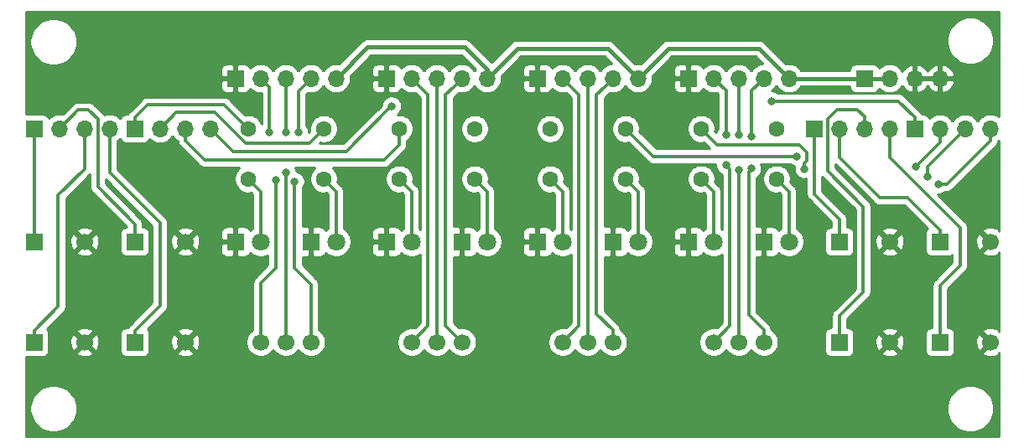
<source format=gbr>
G04 #@! TF.GenerationSoftware,KiCad,Pcbnew,(5.1.2-1)-1*
G04 #@! TF.CreationDate,2020-02-23T09:00:00-05:00*
G04 #@! TF.ProjectId,IO_Board,494f5f42-6f61-4726-942e-6b696361645f,rev?*
G04 #@! TF.SameCoordinates,Original*
G04 #@! TF.FileFunction,Copper,L1,Top*
G04 #@! TF.FilePolarity,Positive*
%FSLAX46Y46*%
G04 Gerber Fmt 4.6, Leading zero omitted, Abs format (unit mm)*
G04 Created by KiCad (PCBNEW (5.1.2-1)-1) date 2020-02-23 09:00:00*
%MOMM*%
%LPD*%
G04 APERTURE LIST*
%ADD10R,1.800000X1.800000*%
%ADD11C,1.800000*%
%ADD12O,1.700000X1.700000*%
%ADD13R,1.700000X1.700000*%
%ADD14C,1.699260*%
%ADD15R,1.699260X1.699260*%
%ADD16C,1.600000*%
%ADD17C,0.800000*%
%ADD18C,0.304800*%
%ADD19C,0.406400*%
%ADD20C,0.254000*%
G04 APERTURE END LIST*
D10*
X55880000Y-58420000D03*
D11*
X58420000Y-58420000D03*
X66040000Y-58420000D03*
D10*
X63500000Y-58420000D03*
X86360000Y-58420000D03*
D11*
X88900000Y-58420000D03*
X96520000Y-58420000D03*
D10*
X93980000Y-58420000D03*
X71120000Y-58420000D03*
D11*
X73660000Y-58420000D03*
X81280000Y-58420000D03*
D10*
X78740000Y-58420000D03*
X101600000Y-58420000D03*
D11*
X104140000Y-58420000D03*
X111760000Y-58420000D03*
D10*
X109220000Y-58420000D03*
D12*
X43180000Y-46990000D03*
X40640000Y-46990000D03*
X38100000Y-46990000D03*
D13*
X35560000Y-46990000D03*
X45720000Y-46990000D03*
D12*
X48260000Y-46990000D03*
X50800000Y-46990000D03*
X53340000Y-46990000D03*
X66040000Y-41910000D03*
X63500000Y-41910000D03*
X60960000Y-41910000D03*
X58420000Y-41910000D03*
D13*
X55880000Y-41910000D03*
X71120000Y-41910000D03*
D12*
X73660000Y-41910000D03*
X76200000Y-41910000D03*
X78740000Y-41910000D03*
X81280000Y-41910000D03*
X96520000Y-41910000D03*
X93980000Y-41910000D03*
X91440000Y-41910000D03*
X88900000Y-41910000D03*
D13*
X86360000Y-41910000D03*
X101600000Y-41910000D03*
D12*
X104140000Y-41910000D03*
X106680000Y-41910000D03*
X109220000Y-41910000D03*
X111760000Y-41910000D03*
D13*
X114300000Y-46990000D03*
D12*
X116840000Y-46990000D03*
X119380000Y-46990000D03*
X121920000Y-46990000D03*
X132080000Y-46990000D03*
X129540000Y-46990000D03*
X127000000Y-46990000D03*
D13*
X124460000Y-46990000D03*
X119380000Y-41910000D03*
D12*
X121920000Y-41910000D03*
X124460000Y-41910000D03*
X127000000Y-41910000D03*
D14*
X63500000Y-68580000D03*
X60960000Y-68580000D03*
X58420000Y-68580000D03*
X73660000Y-68580000D03*
X76200000Y-68580000D03*
X78740000Y-68580000D03*
X93980000Y-68580000D03*
X91440000Y-68580000D03*
X88900000Y-68580000D03*
X104140000Y-68580000D03*
X106680000Y-68580000D03*
X109220000Y-68580000D03*
D15*
X35560000Y-58420000D03*
D14*
X40640000Y-58420000D03*
X50800000Y-58420000D03*
D15*
X45720000Y-58420000D03*
X116840000Y-58420000D03*
D14*
X121920000Y-58420000D03*
X132080000Y-58420000D03*
D15*
X127000000Y-58420000D03*
X35560000Y-68580000D03*
D14*
X40640000Y-68580000D03*
X50800000Y-68580000D03*
D15*
X45720000Y-68580000D03*
X116840000Y-68580000D03*
D14*
X121920000Y-68580000D03*
X132080000Y-68580000D03*
D15*
X127000000Y-68580000D03*
D16*
X57150000Y-46990000D03*
X57150000Y-52070000D03*
X64770000Y-52070000D03*
X64770000Y-46990000D03*
X87630000Y-46990000D03*
X87630000Y-52070000D03*
X95250000Y-52070000D03*
X95250000Y-46990000D03*
X72390000Y-46990000D03*
X72390000Y-52070000D03*
X80010000Y-52070000D03*
X80010000Y-46990000D03*
X102870000Y-46990000D03*
X102870000Y-52070000D03*
X110490000Y-52070000D03*
X110490000Y-46990000D03*
D17*
X71628000Y-44704000D03*
X61849000Y-52324000D03*
X62230000Y-47371000D03*
X60960000Y-51435000D03*
X60960000Y-47371000D03*
X59944000Y-52197000D03*
X59309000Y-47371000D03*
X105392401Y-50690599D03*
X105392401Y-47642599D03*
X106680000Y-47625000D03*
X106680000Y-51181000D03*
X107967599Y-51036401D03*
X107967599Y-47769599D03*
X126873000Y-52578000D03*
X113284000Y-51054000D03*
X125730000Y-51816000D03*
X112522000Y-49784000D03*
X124587000Y-50800000D03*
X109982000Y-44196000D03*
D18*
X58420000Y-53340000D02*
X57150000Y-52070000D01*
X58420000Y-58420000D02*
X58420000Y-53340000D01*
X66040000Y-53340000D02*
X64770000Y-52070000D01*
X66040000Y-58420000D02*
X66040000Y-53340000D01*
X73660000Y-53340000D02*
X72390000Y-52070000D01*
X73660000Y-58420000D02*
X73660000Y-53340000D01*
X81280000Y-53340000D02*
X80010000Y-52070000D01*
X81280000Y-58420000D02*
X81280000Y-53340000D01*
X88900000Y-53340000D02*
X87630000Y-52070000D01*
X88900000Y-58420000D02*
X88900000Y-53340000D01*
X96520000Y-53340000D02*
X95250000Y-52070000D01*
X96520000Y-58420000D02*
X96520000Y-53340000D01*
X104140000Y-53340000D02*
X102870000Y-52070000D01*
X104140000Y-58420000D02*
X104140000Y-53340000D01*
X111760000Y-53340000D02*
X110490000Y-52070000D01*
X111760000Y-58420000D02*
X111760000Y-53340000D01*
X45720000Y-67425570D02*
X48260000Y-64885570D01*
X45720000Y-68580000D02*
X45720000Y-67425570D01*
X48260000Y-64885570D02*
X48260000Y-56515000D01*
X43180000Y-51435000D02*
X43180000Y-46990000D01*
X48260000Y-56515000D02*
X43180000Y-51435000D01*
X35560000Y-67425570D02*
X37973000Y-65012570D01*
X35560000Y-68580000D02*
X35560000Y-67425570D01*
X37973000Y-65012570D02*
X37973000Y-53721000D01*
X40640000Y-51054000D02*
X40640000Y-46990000D01*
X37973000Y-53721000D02*
X40640000Y-51054000D01*
X40005000Y-45085000D02*
X38100000Y-46990000D01*
X41977599Y-46041599D02*
X41021000Y-45085000D01*
X45720000Y-58420000D02*
X45720000Y-56642000D01*
X41977599Y-52899599D02*
X41977599Y-46041599D01*
X45720000Y-56642000D02*
X41977599Y-52899599D01*
X41021000Y-45085000D02*
X40005000Y-45085000D01*
X35560000Y-57265570D02*
X35560000Y-46990000D01*
X35560000Y-58420000D02*
X35560000Y-57265570D01*
X45720000Y-45835200D02*
X46978200Y-44577000D01*
X45720000Y-46990000D02*
X45720000Y-45835200D01*
X54737000Y-44577000D02*
X57150000Y-46990000D01*
X46978200Y-44577000D02*
X54737000Y-44577000D01*
X48260000Y-46990000D02*
X49911000Y-45339000D01*
X53793446Y-45339000D02*
X56896000Y-48441554D01*
X49911000Y-45339000D02*
X53793446Y-45339000D01*
X63318446Y-48441554D02*
X64770000Y-46990000D01*
X56896000Y-48441554D02*
X63318446Y-48441554D01*
X50800000Y-48192081D02*
X52772919Y-50165000D01*
X50800000Y-46990000D02*
X50800000Y-48192081D01*
X52772919Y-50165000D02*
X70866000Y-50165000D01*
X72390000Y-48641000D02*
X72390000Y-46990000D01*
X70866000Y-50165000D02*
X72390000Y-48641000D01*
X71228001Y-45103999D02*
X71628000Y-44704000D01*
X55626000Y-49276000D02*
X67056000Y-49276000D01*
X67056000Y-49276000D02*
X71228001Y-45103999D01*
X53340000Y-46990000D02*
X55626000Y-49276000D01*
D19*
X121920000Y-41910000D02*
X119380000Y-41910000D01*
X119380000Y-41910000D02*
X111760000Y-41910000D01*
X81280000Y-41910000D02*
X84328000Y-38862000D01*
X93472000Y-38862000D02*
X96520000Y-41910000D01*
X84328000Y-38862000D02*
X93472000Y-38862000D01*
X96520000Y-41910000D02*
X99568000Y-38862000D01*
X108712000Y-38862000D02*
X111760000Y-41910000D01*
X99568000Y-38862000D02*
X108712000Y-38862000D01*
X81280000Y-41021000D02*
X81280000Y-41910000D01*
X78994000Y-38735000D02*
X81280000Y-41021000D01*
X69215000Y-38735000D02*
X78994000Y-38735000D01*
X66040000Y-41910000D02*
X69215000Y-38735000D01*
D18*
X63500000Y-68580000D02*
X63500000Y-62738000D01*
X63500000Y-62738000D02*
X61849000Y-61087000D01*
X61849000Y-61087000D02*
X61849000Y-54102000D01*
X61849000Y-54102000D02*
X61849000Y-52324000D01*
X62230000Y-43180000D02*
X63500000Y-41910000D01*
X62230000Y-47371000D02*
X62230000Y-43180000D01*
X60960000Y-68580000D02*
X60960000Y-51435000D01*
X60960000Y-47371000D02*
X60960000Y-41910000D01*
X58420000Y-68580000D02*
X58420000Y-62611000D01*
X58420000Y-62611000D02*
X59944000Y-61087000D01*
X59944000Y-61087000D02*
X59944000Y-52197000D01*
X59309000Y-42799000D02*
X58420000Y-41910000D01*
X59309000Y-47371000D02*
X59309000Y-42799000D01*
X75311000Y-43561000D02*
X74509999Y-42759999D01*
X75311000Y-66929000D02*
X75311000Y-43561000D01*
X74509999Y-42759999D02*
X73660000Y-41910000D01*
X73660000Y-68580000D02*
X75311000Y-66929000D01*
X76200000Y-68580000D02*
X76200000Y-41910000D01*
X77890001Y-42759999D02*
X78740000Y-41910000D01*
X77089000Y-43561000D02*
X77890001Y-42759999D01*
X77089000Y-66929000D02*
X77089000Y-43561000D01*
X78740000Y-68580000D02*
X77089000Y-66929000D01*
X93130001Y-42759999D02*
X93980000Y-41910000D01*
X92329000Y-65727442D02*
X92329000Y-43561000D01*
X93980000Y-67378442D02*
X92329000Y-65727442D01*
X92329000Y-43561000D02*
X93130001Y-42759999D01*
X93980000Y-68580000D02*
X93980000Y-67378442D01*
X91440000Y-41910000D02*
X91440000Y-68580000D01*
X89749999Y-42759999D02*
X88900000Y-41910000D01*
X90551000Y-66929000D02*
X90551000Y-43561000D01*
X90551000Y-43561000D02*
X89749999Y-42759999D01*
X88900000Y-68580000D02*
X90551000Y-66929000D01*
X105392401Y-43162401D02*
X104140000Y-41910000D01*
X105392401Y-47642599D02*
X105392401Y-43162401D01*
X105791000Y-51089198D02*
X105392401Y-50690599D01*
X105791000Y-66929000D02*
X105791000Y-51089198D01*
X104140000Y-68580000D02*
X105791000Y-66929000D01*
X106680000Y-41910000D02*
X106680000Y-47625000D01*
X106680000Y-51746685D02*
X106680000Y-68580000D01*
X106680000Y-51181000D02*
X106680000Y-51746685D01*
X107967599Y-43162401D02*
X109220000Y-41910000D01*
X107967599Y-47769599D02*
X107967599Y-43162401D01*
X107696000Y-51308000D02*
X107967599Y-51036401D01*
X107696000Y-65854442D02*
X107696000Y-51308000D01*
X109220000Y-67378442D02*
X107696000Y-65854442D01*
X109220000Y-68580000D02*
X109220000Y-67378442D01*
X114300000Y-46990000D02*
X114300000Y-53594000D01*
X116840000Y-56134000D02*
X116840000Y-58420000D01*
X114300000Y-53594000D02*
X116840000Y-56134000D01*
X120904000Y-53975000D02*
X116840000Y-49911000D01*
X123709430Y-53975000D02*
X120904000Y-53975000D01*
X116840000Y-49911000D02*
X116840000Y-46990000D01*
X127000000Y-57265570D02*
X123709430Y-53975000D01*
X127000000Y-58420000D02*
X127000000Y-57265570D01*
X119380000Y-45787919D02*
X118677081Y-45085000D01*
X119380000Y-46990000D02*
X119380000Y-45787919D01*
X115637599Y-46033401D02*
X115637599Y-51248599D01*
X116586000Y-45085000D02*
X115637599Y-46033401D01*
X118677081Y-45085000D02*
X116586000Y-45085000D01*
X115637599Y-51248599D02*
X119253000Y-54864000D01*
X119253000Y-54864000D02*
X119253000Y-63500000D01*
X116840000Y-65913000D02*
X116840000Y-68580000D01*
X119253000Y-63500000D02*
X116840000Y-65913000D01*
X121920000Y-49881556D02*
X121920000Y-48192081D01*
X121920000Y-48192081D02*
X121920000Y-46990000D01*
X127000000Y-62865000D02*
X129032000Y-60833000D01*
X129032000Y-56993556D02*
X121920000Y-49881556D01*
X127000000Y-68580000D02*
X127000000Y-62865000D01*
X129032000Y-60833000D02*
X129032000Y-56993556D01*
X132080000Y-48192081D02*
X127694081Y-52578000D01*
X132080000Y-46990000D02*
X132080000Y-48192081D01*
X127694081Y-52578000D02*
X126873000Y-52578000D01*
X104521000Y-48641000D02*
X103669999Y-47789999D01*
X112776000Y-48641000D02*
X104521000Y-48641000D01*
X113538000Y-49403000D02*
X112776000Y-48641000D01*
X113284000Y-50488315D02*
X113538000Y-50234315D01*
X103669999Y-47789999D02*
X102870000Y-46990000D01*
X113538000Y-50234315D02*
X113538000Y-49403000D01*
X113284000Y-51054000D02*
X113284000Y-50488315D01*
X125730000Y-50800000D02*
X125730000Y-51250315D01*
X129540000Y-46990000D02*
X125730000Y-50800000D01*
X125730000Y-51250315D02*
X125730000Y-51816000D01*
X95250000Y-46990000D02*
X98044000Y-49784000D01*
X98044000Y-49784000D02*
X111956315Y-49784000D01*
X111956315Y-49784000D02*
X112522000Y-49784000D01*
X124986999Y-50400001D02*
X124587000Y-50800000D01*
X127000000Y-48387000D02*
X124986999Y-50400001D01*
X127000000Y-46990000D02*
X127000000Y-48387000D01*
X124460000Y-45835200D02*
X122820800Y-44196000D01*
X124460000Y-46990000D02*
X124460000Y-45835200D01*
X122820800Y-44196000D02*
X109982000Y-44196000D01*
D20*
G36*
X80091265Y-41017659D02*
G01*
X80039294Y-41080986D01*
X80010000Y-41135791D01*
X79980706Y-41080986D01*
X79795134Y-40854866D01*
X79569014Y-40669294D01*
X79311034Y-40531401D01*
X79031111Y-40446487D01*
X78812950Y-40425000D01*
X78667050Y-40425000D01*
X78448889Y-40446487D01*
X78168966Y-40531401D01*
X77910986Y-40669294D01*
X77684866Y-40854866D01*
X77499294Y-41080986D01*
X77470000Y-41135791D01*
X77440706Y-41080986D01*
X77255134Y-40854866D01*
X77029014Y-40669294D01*
X76771034Y-40531401D01*
X76491111Y-40446487D01*
X76272950Y-40425000D01*
X76127050Y-40425000D01*
X75908889Y-40446487D01*
X75628966Y-40531401D01*
X75370986Y-40669294D01*
X75144866Y-40854866D01*
X74959294Y-41080986D01*
X74930000Y-41135791D01*
X74900706Y-41080986D01*
X74715134Y-40854866D01*
X74489014Y-40669294D01*
X74231034Y-40531401D01*
X73951111Y-40446487D01*
X73732950Y-40425000D01*
X73587050Y-40425000D01*
X73368889Y-40446487D01*
X73088966Y-40531401D01*
X72830986Y-40669294D01*
X72604866Y-40854866D01*
X72580393Y-40884687D01*
X72559502Y-40815820D01*
X72500537Y-40705506D01*
X72421185Y-40608815D01*
X72324494Y-40529463D01*
X72214180Y-40470498D01*
X72094482Y-40434188D01*
X71970000Y-40421928D01*
X71405750Y-40425000D01*
X71247000Y-40583750D01*
X71247000Y-41783000D01*
X71267000Y-41783000D01*
X71267000Y-42037000D01*
X71247000Y-42037000D01*
X71247000Y-43236250D01*
X71405750Y-43395000D01*
X71970000Y-43398072D01*
X72094482Y-43385812D01*
X72214180Y-43349502D01*
X72324494Y-43290537D01*
X72421185Y-43211185D01*
X72500537Y-43114494D01*
X72559502Y-43004180D01*
X72580393Y-42935313D01*
X72604866Y-42965134D01*
X72830986Y-43150706D01*
X73088966Y-43288599D01*
X73368889Y-43373513D01*
X73587050Y-43395000D01*
X73732950Y-43395000D01*
X73951111Y-43373513D01*
X73996265Y-43359816D01*
X74523601Y-43887152D01*
X74523600Y-57150911D01*
X74447400Y-57099996D01*
X74447400Y-53378662D01*
X74451208Y-53339999D01*
X74447400Y-53301336D01*
X74447400Y-53301327D01*
X74436006Y-53185643D01*
X74390982Y-53037217D01*
X74317866Y-52900428D01*
X74282040Y-52856774D01*
X74244121Y-52810569D01*
X74244119Y-52810567D01*
X74219469Y-52780531D01*
X74189433Y-52755881D01*
X73795117Y-52361566D01*
X73825000Y-52211335D01*
X73825000Y-51928665D01*
X73769853Y-51651426D01*
X73661680Y-51390273D01*
X73504637Y-51155241D01*
X73304759Y-50955363D01*
X73069727Y-50798320D01*
X72808574Y-50690147D01*
X72531335Y-50635000D01*
X72248665Y-50635000D01*
X71971426Y-50690147D01*
X71710273Y-50798320D01*
X71475241Y-50955363D01*
X71275363Y-51155241D01*
X71118320Y-51390273D01*
X71010147Y-51651426D01*
X70955000Y-51928665D01*
X70955000Y-52211335D01*
X71010147Y-52488574D01*
X71118320Y-52749727D01*
X71275363Y-52984759D01*
X71475241Y-53184637D01*
X71710273Y-53341680D01*
X71971426Y-53449853D01*
X72248665Y-53505000D01*
X72531335Y-53505000D01*
X72681566Y-53475117D01*
X72872601Y-53666153D01*
X72872600Y-57099995D01*
X72681495Y-57227688D01*
X72615056Y-57294127D01*
X72609502Y-57275820D01*
X72550537Y-57165506D01*
X72471185Y-57068815D01*
X72374494Y-56989463D01*
X72264180Y-56930498D01*
X72144482Y-56894188D01*
X72020000Y-56881928D01*
X71405750Y-56885000D01*
X71247000Y-57043750D01*
X71247000Y-58293000D01*
X71267000Y-58293000D01*
X71267000Y-58547000D01*
X71247000Y-58547000D01*
X71247000Y-59796250D01*
X71405750Y-59955000D01*
X72020000Y-59958072D01*
X72144482Y-59945812D01*
X72264180Y-59909502D01*
X72374494Y-59850537D01*
X72471185Y-59771185D01*
X72550537Y-59674494D01*
X72609502Y-59564180D01*
X72615056Y-59545873D01*
X72681495Y-59612312D01*
X72932905Y-59780299D01*
X73212257Y-59896011D01*
X73508816Y-59955000D01*
X73811184Y-59955000D01*
X74107743Y-59896011D01*
X74387095Y-59780299D01*
X74523600Y-59689089D01*
X74523600Y-66602848D01*
X73993773Y-67132676D01*
X73806223Y-67095370D01*
X73513777Y-67095370D01*
X73226950Y-67152424D01*
X72956764Y-67264338D01*
X72713604Y-67426813D01*
X72506813Y-67633604D01*
X72344338Y-67876764D01*
X72232424Y-68146950D01*
X72175370Y-68433777D01*
X72175370Y-68726223D01*
X72232424Y-69013050D01*
X72344338Y-69283236D01*
X72506813Y-69526396D01*
X72713604Y-69733187D01*
X72956764Y-69895662D01*
X73226950Y-70007576D01*
X73513777Y-70064630D01*
X73806223Y-70064630D01*
X74093050Y-70007576D01*
X74363236Y-69895662D01*
X74606396Y-69733187D01*
X74813187Y-69526396D01*
X74930000Y-69351574D01*
X75046813Y-69526396D01*
X75253604Y-69733187D01*
X75496764Y-69895662D01*
X75766950Y-70007576D01*
X76053777Y-70064630D01*
X76346223Y-70064630D01*
X76633050Y-70007576D01*
X76903236Y-69895662D01*
X77146396Y-69733187D01*
X77353187Y-69526396D01*
X77470000Y-69351574D01*
X77586813Y-69526396D01*
X77793604Y-69733187D01*
X78036764Y-69895662D01*
X78306950Y-70007576D01*
X78593777Y-70064630D01*
X78886223Y-70064630D01*
X79173050Y-70007576D01*
X79443236Y-69895662D01*
X79686396Y-69733187D01*
X79893187Y-69526396D01*
X80055662Y-69283236D01*
X80167576Y-69013050D01*
X80224630Y-68726223D01*
X80224630Y-68433777D01*
X80167576Y-68146950D01*
X80055662Y-67876764D01*
X79893187Y-67633604D01*
X79686396Y-67426813D01*
X79443236Y-67264338D01*
X79173050Y-67152424D01*
X78886223Y-67095370D01*
X78593777Y-67095370D01*
X78406227Y-67132676D01*
X77876400Y-66602850D01*
X77876400Y-59957890D01*
X78454250Y-59955000D01*
X78613000Y-59796250D01*
X78613000Y-58547000D01*
X78593000Y-58547000D01*
X78593000Y-58293000D01*
X78613000Y-58293000D01*
X78613000Y-57043750D01*
X78454250Y-56885000D01*
X77876400Y-56882110D01*
X77876400Y-51928665D01*
X78575000Y-51928665D01*
X78575000Y-52211335D01*
X78630147Y-52488574D01*
X78738320Y-52749727D01*
X78895363Y-52984759D01*
X79095241Y-53184637D01*
X79330273Y-53341680D01*
X79591426Y-53449853D01*
X79868665Y-53505000D01*
X80151335Y-53505000D01*
X80301566Y-53475117D01*
X80492601Y-53666153D01*
X80492600Y-57099995D01*
X80301495Y-57227688D01*
X80235056Y-57294127D01*
X80229502Y-57275820D01*
X80170537Y-57165506D01*
X80091185Y-57068815D01*
X79994494Y-56989463D01*
X79884180Y-56930498D01*
X79764482Y-56894188D01*
X79640000Y-56881928D01*
X79025750Y-56885000D01*
X78867000Y-57043750D01*
X78867000Y-58293000D01*
X78887000Y-58293000D01*
X78887000Y-58547000D01*
X78867000Y-58547000D01*
X78867000Y-59796250D01*
X79025750Y-59955000D01*
X79640000Y-59958072D01*
X79764482Y-59945812D01*
X79884180Y-59909502D01*
X79994494Y-59850537D01*
X80091185Y-59771185D01*
X80170537Y-59674494D01*
X80229502Y-59564180D01*
X80235056Y-59545873D01*
X80301495Y-59612312D01*
X80552905Y-59780299D01*
X80832257Y-59896011D01*
X81128816Y-59955000D01*
X81431184Y-59955000D01*
X81727743Y-59896011D01*
X82007095Y-59780299D01*
X82258505Y-59612312D01*
X82472312Y-59398505D01*
X82524767Y-59320000D01*
X84821928Y-59320000D01*
X84834188Y-59444482D01*
X84870498Y-59564180D01*
X84929463Y-59674494D01*
X85008815Y-59771185D01*
X85105506Y-59850537D01*
X85215820Y-59909502D01*
X85335518Y-59945812D01*
X85460000Y-59958072D01*
X86074250Y-59955000D01*
X86233000Y-59796250D01*
X86233000Y-58547000D01*
X84983750Y-58547000D01*
X84825000Y-58705750D01*
X84821928Y-59320000D01*
X82524767Y-59320000D01*
X82640299Y-59147095D01*
X82756011Y-58867743D01*
X82815000Y-58571184D01*
X82815000Y-58268816D01*
X82756011Y-57972257D01*
X82640299Y-57692905D01*
X82524768Y-57520000D01*
X84821928Y-57520000D01*
X84825000Y-58134250D01*
X84983750Y-58293000D01*
X86233000Y-58293000D01*
X86233000Y-57043750D01*
X86074250Y-56885000D01*
X85460000Y-56881928D01*
X85335518Y-56894188D01*
X85215820Y-56930498D01*
X85105506Y-56989463D01*
X85008815Y-57068815D01*
X84929463Y-57165506D01*
X84870498Y-57275820D01*
X84834188Y-57395518D01*
X84821928Y-57520000D01*
X82524768Y-57520000D01*
X82472312Y-57441495D01*
X82258505Y-57227688D01*
X82067400Y-57099996D01*
X82067400Y-53378662D01*
X82071208Y-53339999D01*
X82067400Y-53301336D01*
X82067400Y-53301327D01*
X82056006Y-53185643D01*
X82010982Y-53037217D01*
X81937866Y-52900428D01*
X81902040Y-52856774D01*
X81864121Y-52810569D01*
X81864119Y-52810567D01*
X81839469Y-52780531D01*
X81809433Y-52755881D01*
X81415117Y-52361566D01*
X81445000Y-52211335D01*
X81445000Y-51928665D01*
X81389853Y-51651426D01*
X81281680Y-51390273D01*
X81124637Y-51155241D01*
X80924759Y-50955363D01*
X80689727Y-50798320D01*
X80428574Y-50690147D01*
X80151335Y-50635000D01*
X79868665Y-50635000D01*
X79591426Y-50690147D01*
X79330273Y-50798320D01*
X79095241Y-50955363D01*
X78895363Y-51155241D01*
X78738320Y-51390273D01*
X78630147Y-51651426D01*
X78575000Y-51928665D01*
X77876400Y-51928665D01*
X77876400Y-46848665D01*
X78575000Y-46848665D01*
X78575000Y-47131335D01*
X78630147Y-47408574D01*
X78738320Y-47669727D01*
X78895363Y-47904759D01*
X79095241Y-48104637D01*
X79330273Y-48261680D01*
X79591426Y-48369853D01*
X79868665Y-48425000D01*
X80151335Y-48425000D01*
X80428574Y-48369853D01*
X80689727Y-48261680D01*
X80924759Y-48104637D01*
X81124637Y-47904759D01*
X81281680Y-47669727D01*
X81389853Y-47408574D01*
X81445000Y-47131335D01*
X81445000Y-46848665D01*
X86195000Y-46848665D01*
X86195000Y-47131335D01*
X86250147Y-47408574D01*
X86358320Y-47669727D01*
X86515363Y-47904759D01*
X86715241Y-48104637D01*
X86950273Y-48261680D01*
X87211426Y-48369853D01*
X87488665Y-48425000D01*
X87771335Y-48425000D01*
X88048574Y-48369853D01*
X88309727Y-48261680D01*
X88544759Y-48104637D01*
X88744637Y-47904759D01*
X88901680Y-47669727D01*
X89009853Y-47408574D01*
X89065000Y-47131335D01*
X89065000Y-46848665D01*
X89009853Y-46571426D01*
X88901680Y-46310273D01*
X88744637Y-46075241D01*
X88544759Y-45875363D01*
X88309727Y-45718320D01*
X88048574Y-45610147D01*
X87771335Y-45555000D01*
X87488665Y-45555000D01*
X87211426Y-45610147D01*
X86950273Y-45718320D01*
X86715241Y-45875363D01*
X86515363Y-46075241D01*
X86358320Y-46310273D01*
X86250147Y-46571426D01*
X86195000Y-46848665D01*
X81445000Y-46848665D01*
X81389853Y-46571426D01*
X81281680Y-46310273D01*
X81124637Y-46075241D01*
X80924759Y-45875363D01*
X80689727Y-45718320D01*
X80428574Y-45610147D01*
X80151335Y-45555000D01*
X79868665Y-45555000D01*
X79591426Y-45610147D01*
X79330273Y-45718320D01*
X79095241Y-45875363D01*
X78895363Y-46075241D01*
X78738320Y-46310273D01*
X78630147Y-46571426D01*
X78575000Y-46848665D01*
X77876400Y-46848665D01*
X77876400Y-43887151D01*
X78403736Y-43359816D01*
X78448889Y-43373513D01*
X78667050Y-43395000D01*
X78812950Y-43395000D01*
X79031111Y-43373513D01*
X79311034Y-43288599D01*
X79569014Y-43150706D01*
X79795134Y-42965134D01*
X79980706Y-42739014D01*
X80010000Y-42684209D01*
X80039294Y-42739014D01*
X80224866Y-42965134D01*
X80450986Y-43150706D01*
X80708966Y-43288599D01*
X80988889Y-43373513D01*
X81207050Y-43395000D01*
X81352950Y-43395000D01*
X81571111Y-43373513D01*
X81851034Y-43288599D01*
X82109014Y-43150706D01*
X82335134Y-42965134D01*
X82503483Y-42760000D01*
X84871928Y-42760000D01*
X84884188Y-42884482D01*
X84920498Y-43004180D01*
X84979463Y-43114494D01*
X85058815Y-43211185D01*
X85155506Y-43290537D01*
X85265820Y-43349502D01*
X85385518Y-43385812D01*
X85510000Y-43398072D01*
X86074250Y-43395000D01*
X86233000Y-43236250D01*
X86233000Y-42037000D01*
X85033750Y-42037000D01*
X84875000Y-42195750D01*
X84871928Y-42760000D01*
X82503483Y-42760000D01*
X82520706Y-42739014D01*
X82658599Y-42481034D01*
X82743513Y-42201111D01*
X82772185Y-41910000D01*
X82744678Y-41630715D01*
X83315393Y-41060000D01*
X84871928Y-41060000D01*
X84875000Y-41624250D01*
X85033750Y-41783000D01*
X86233000Y-41783000D01*
X86233000Y-40583750D01*
X86074250Y-40425000D01*
X85510000Y-40421928D01*
X85385518Y-40434188D01*
X85265820Y-40470498D01*
X85155506Y-40529463D01*
X85058815Y-40608815D01*
X84979463Y-40705506D01*
X84920498Y-40815820D01*
X84884188Y-40935518D01*
X84871928Y-41060000D01*
X83315393Y-41060000D01*
X84675194Y-39700200D01*
X93124807Y-39700200D01*
X93854757Y-40430150D01*
X93688889Y-40446487D01*
X93408966Y-40531401D01*
X93150986Y-40669294D01*
X92924866Y-40854866D01*
X92739294Y-41080986D01*
X92710000Y-41135791D01*
X92680706Y-41080986D01*
X92495134Y-40854866D01*
X92269014Y-40669294D01*
X92011034Y-40531401D01*
X91731111Y-40446487D01*
X91512950Y-40425000D01*
X91367050Y-40425000D01*
X91148889Y-40446487D01*
X90868966Y-40531401D01*
X90610986Y-40669294D01*
X90384866Y-40854866D01*
X90199294Y-41080986D01*
X90170000Y-41135791D01*
X90140706Y-41080986D01*
X89955134Y-40854866D01*
X89729014Y-40669294D01*
X89471034Y-40531401D01*
X89191111Y-40446487D01*
X88972950Y-40425000D01*
X88827050Y-40425000D01*
X88608889Y-40446487D01*
X88328966Y-40531401D01*
X88070986Y-40669294D01*
X87844866Y-40854866D01*
X87820393Y-40884687D01*
X87799502Y-40815820D01*
X87740537Y-40705506D01*
X87661185Y-40608815D01*
X87564494Y-40529463D01*
X87454180Y-40470498D01*
X87334482Y-40434188D01*
X87210000Y-40421928D01*
X86645750Y-40425000D01*
X86487000Y-40583750D01*
X86487000Y-41783000D01*
X86507000Y-41783000D01*
X86507000Y-42037000D01*
X86487000Y-42037000D01*
X86487000Y-43236250D01*
X86645750Y-43395000D01*
X87210000Y-43398072D01*
X87334482Y-43385812D01*
X87454180Y-43349502D01*
X87564494Y-43290537D01*
X87661185Y-43211185D01*
X87740537Y-43114494D01*
X87799502Y-43004180D01*
X87820393Y-42935313D01*
X87844866Y-42965134D01*
X88070986Y-43150706D01*
X88328966Y-43288599D01*
X88608889Y-43373513D01*
X88827050Y-43395000D01*
X88972950Y-43395000D01*
X89191111Y-43373513D01*
X89236265Y-43359816D01*
X89763601Y-43887152D01*
X89763600Y-57150911D01*
X89687400Y-57099996D01*
X89687400Y-53378662D01*
X89691208Y-53339999D01*
X89687400Y-53301336D01*
X89687400Y-53301327D01*
X89676006Y-53185643D01*
X89630982Y-53037217D01*
X89557866Y-52900428D01*
X89522040Y-52856774D01*
X89484121Y-52810569D01*
X89484119Y-52810567D01*
X89459469Y-52780531D01*
X89429433Y-52755881D01*
X89035117Y-52361566D01*
X89065000Y-52211335D01*
X89065000Y-51928665D01*
X89009853Y-51651426D01*
X88901680Y-51390273D01*
X88744637Y-51155241D01*
X88544759Y-50955363D01*
X88309727Y-50798320D01*
X88048574Y-50690147D01*
X87771335Y-50635000D01*
X87488665Y-50635000D01*
X87211426Y-50690147D01*
X86950273Y-50798320D01*
X86715241Y-50955363D01*
X86515363Y-51155241D01*
X86358320Y-51390273D01*
X86250147Y-51651426D01*
X86195000Y-51928665D01*
X86195000Y-52211335D01*
X86250147Y-52488574D01*
X86358320Y-52749727D01*
X86515363Y-52984759D01*
X86715241Y-53184637D01*
X86950273Y-53341680D01*
X87211426Y-53449853D01*
X87488665Y-53505000D01*
X87771335Y-53505000D01*
X87921566Y-53475117D01*
X88112601Y-53666153D01*
X88112600Y-57099995D01*
X87921495Y-57227688D01*
X87855056Y-57294127D01*
X87849502Y-57275820D01*
X87790537Y-57165506D01*
X87711185Y-57068815D01*
X87614494Y-56989463D01*
X87504180Y-56930498D01*
X87384482Y-56894188D01*
X87260000Y-56881928D01*
X86645750Y-56885000D01*
X86487000Y-57043750D01*
X86487000Y-58293000D01*
X86507000Y-58293000D01*
X86507000Y-58547000D01*
X86487000Y-58547000D01*
X86487000Y-59796250D01*
X86645750Y-59955000D01*
X87260000Y-59958072D01*
X87384482Y-59945812D01*
X87504180Y-59909502D01*
X87614494Y-59850537D01*
X87711185Y-59771185D01*
X87790537Y-59674494D01*
X87849502Y-59564180D01*
X87855056Y-59545873D01*
X87921495Y-59612312D01*
X88172905Y-59780299D01*
X88452257Y-59896011D01*
X88748816Y-59955000D01*
X89051184Y-59955000D01*
X89347743Y-59896011D01*
X89627095Y-59780299D01*
X89763600Y-59689089D01*
X89763600Y-66602848D01*
X89233773Y-67132676D01*
X89046223Y-67095370D01*
X88753777Y-67095370D01*
X88466950Y-67152424D01*
X88196764Y-67264338D01*
X87953604Y-67426813D01*
X87746813Y-67633604D01*
X87584338Y-67876764D01*
X87472424Y-68146950D01*
X87415370Y-68433777D01*
X87415370Y-68726223D01*
X87472424Y-69013050D01*
X87584338Y-69283236D01*
X87746813Y-69526396D01*
X87953604Y-69733187D01*
X88196764Y-69895662D01*
X88466950Y-70007576D01*
X88753777Y-70064630D01*
X89046223Y-70064630D01*
X89333050Y-70007576D01*
X89603236Y-69895662D01*
X89846396Y-69733187D01*
X90053187Y-69526396D01*
X90170000Y-69351574D01*
X90286813Y-69526396D01*
X90493604Y-69733187D01*
X90736764Y-69895662D01*
X91006950Y-70007576D01*
X91293777Y-70064630D01*
X91586223Y-70064630D01*
X91873050Y-70007576D01*
X92143236Y-69895662D01*
X92386396Y-69733187D01*
X92593187Y-69526396D01*
X92710000Y-69351574D01*
X92826813Y-69526396D01*
X93033604Y-69733187D01*
X93276764Y-69895662D01*
X93546950Y-70007576D01*
X93833777Y-70064630D01*
X94126223Y-70064630D01*
X94413050Y-70007576D01*
X94683236Y-69895662D01*
X94926396Y-69733187D01*
X95133187Y-69526396D01*
X95295662Y-69283236D01*
X95407576Y-69013050D01*
X95464630Y-68726223D01*
X95464630Y-68433777D01*
X95407576Y-68146950D01*
X95295662Y-67876764D01*
X95133187Y-67633604D01*
X94926396Y-67426813D01*
X94765376Y-67319223D01*
X94756006Y-67224085D01*
X94710982Y-67075659D01*
X94637866Y-66938870D01*
X94578146Y-66866101D01*
X94564122Y-66849012D01*
X94564119Y-66849009D01*
X94539469Y-66818973D01*
X94509433Y-66794323D01*
X93116400Y-65401292D01*
X93116400Y-59957890D01*
X93694250Y-59955000D01*
X93853000Y-59796250D01*
X93853000Y-58547000D01*
X93833000Y-58547000D01*
X93833000Y-58293000D01*
X93853000Y-58293000D01*
X93853000Y-57043750D01*
X93694250Y-56885000D01*
X93116400Y-56882110D01*
X93116400Y-51928665D01*
X93815000Y-51928665D01*
X93815000Y-52211335D01*
X93870147Y-52488574D01*
X93978320Y-52749727D01*
X94135363Y-52984759D01*
X94335241Y-53184637D01*
X94570273Y-53341680D01*
X94831426Y-53449853D01*
X95108665Y-53505000D01*
X95391335Y-53505000D01*
X95541566Y-53475117D01*
X95732601Y-53666153D01*
X95732600Y-57099995D01*
X95541495Y-57227688D01*
X95475056Y-57294127D01*
X95469502Y-57275820D01*
X95410537Y-57165506D01*
X95331185Y-57068815D01*
X95234494Y-56989463D01*
X95124180Y-56930498D01*
X95004482Y-56894188D01*
X94880000Y-56881928D01*
X94265750Y-56885000D01*
X94107000Y-57043750D01*
X94107000Y-58293000D01*
X94127000Y-58293000D01*
X94127000Y-58547000D01*
X94107000Y-58547000D01*
X94107000Y-59796250D01*
X94265750Y-59955000D01*
X94880000Y-59958072D01*
X95004482Y-59945812D01*
X95124180Y-59909502D01*
X95234494Y-59850537D01*
X95331185Y-59771185D01*
X95410537Y-59674494D01*
X95469502Y-59564180D01*
X95475056Y-59545873D01*
X95541495Y-59612312D01*
X95792905Y-59780299D01*
X96072257Y-59896011D01*
X96368816Y-59955000D01*
X96671184Y-59955000D01*
X96967743Y-59896011D01*
X97247095Y-59780299D01*
X97498505Y-59612312D01*
X97712312Y-59398505D01*
X97764767Y-59320000D01*
X100061928Y-59320000D01*
X100074188Y-59444482D01*
X100110498Y-59564180D01*
X100169463Y-59674494D01*
X100248815Y-59771185D01*
X100345506Y-59850537D01*
X100455820Y-59909502D01*
X100575518Y-59945812D01*
X100700000Y-59958072D01*
X101314250Y-59955000D01*
X101473000Y-59796250D01*
X101473000Y-58547000D01*
X100223750Y-58547000D01*
X100065000Y-58705750D01*
X100061928Y-59320000D01*
X97764767Y-59320000D01*
X97880299Y-59147095D01*
X97996011Y-58867743D01*
X98055000Y-58571184D01*
X98055000Y-58268816D01*
X97996011Y-57972257D01*
X97880299Y-57692905D01*
X97764768Y-57520000D01*
X100061928Y-57520000D01*
X100065000Y-58134250D01*
X100223750Y-58293000D01*
X101473000Y-58293000D01*
X101473000Y-57043750D01*
X101314250Y-56885000D01*
X100700000Y-56881928D01*
X100575518Y-56894188D01*
X100455820Y-56930498D01*
X100345506Y-56989463D01*
X100248815Y-57068815D01*
X100169463Y-57165506D01*
X100110498Y-57275820D01*
X100074188Y-57395518D01*
X100061928Y-57520000D01*
X97764768Y-57520000D01*
X97712312Y-57441495D01*
X97498505Y-57227688D01*
X97307400Y-57099996D01*
X97307400Y-53378662D01*
X97311208Y-53339999D01*
X97307400Y-53301336D01*
X97307400Y-53301327D01*
X97296006Y-53185643D01*
X97250982Y-53037217D01*
X97177866Y-52900428D01*
X97142040Y-52856774D01*
X97104121Y-52810569D01*
X97104119Y-52810567D01*
X97079469Y-52780531D01*
X97049433Y-52755881D01*
X96655117Y-52361566D01*
X96685000Y-52211335D01*
X96685000Y-51928665D01*
X96629853Y-51651426D01*
X96521680Y-51390273D01*
X96364637Y-51155241D01*
X96164759Y-50955363D01*
X95929727Y-50798320D01*
X95668574Y-50690147D01*
X95391335Y-50635000D01*
X95108665Y-50635000D01*
X94831426Y-50690147D01*
X94570273Y-50798320D01*
X94335241Y-50955363D01*
X94135363Y-51155241D01*
X93978320Y-51390273D01*
X93870147Y-51651426D01*
X93815000Y-51928665D01*
X93116400Y-51928665D01*
X93116400Y-43887151D01*
X93643736Y-43359816D01*
X93688889Y-43373513D01*
X93907050Y-43395000D01*
X94052950Y-43395000D01*
X94271111Y-43373513D01*
X94551034Y-43288599D01*
X94809014Y-43150706D01*
X95035134Y-42965134D01*
X95220706Y-42739014D01*
X95250000Y-42684209D01*
X95279294Y-42739014D01*
X95464866Y-42965134D01*
X95690986Y-43150706D01*
X95948966Y-43288599D01*
X96228889Y-43373513D01*
X96447050Y-43395000D01*
X96592950Y-43395000D01*
X96811111Y-43373513D01*
X97091034Y-43288599D01*
X97349014Y-43150706D01*
X97575134Y-42965134D01*
X97743483Y-42760000D01*
X100111928Y-42760000D01*
X100124188Y-42884482D01*
X100160498Y-43004180D01*
X100219463Y-43114494D01*
X100298815Y-43211185D01*
X100395506Y-43290537D01*
X100505820Y-43349502D01*
X100625518Y-43385812D01*
X100750000Y-43398072D01*
X101314250Y-43395000D01*
X101473000Y-43236250D01*
X101473000Y-42037000D01*
X100273750Y-42037000D01*
X100115000Y-42195750D01*
X100111928Y-42760000D01*
X97743483Y-42760000D01*
X97760706Y-42739014D01*
X97898599Y-42481034D01*
X97983513Y-42201111D01*
X98012185Y-41910000D01*
X97984678Y-41630715D01*
X98555393Y-41060000D01*
X100111928Y-41060000D01*
X100115000Y-41624250D01*
X100273750Y-41783000D01*
X101473000Y-41783000D01*
X101473000Y-40583750D01*
X101314250Y-40425000D01*
X100750000Y-40421928D01*
X100625518Y-40434188D01*
X100505820Y-40470498D01*
X100395506Y-40529463D01*
X100298815Y-40608815D01*
X100219463Y-40705506D01*
X100160498Y-40815820D01*
X100124188Y-40935518D01*
X100111928Y-41060000D01*
X98555393Y-41060000D01*
X99915194Y-39700200D01*
X108364807Y-39700200D01*
X109094757Y-40430150D01*
X108928889Y-40446487D01*
X108648966Y-40531401D01*
X108390986Y-40669294D01*
X108164866Y-40854866D01*
X107979294Y-41080986D01*
X107950000Y-41135791D01*
X107920706Y-41080986D01*
X107735134Y-40854866D01*
X107509014Y-40669294D01*
X107251034Y-40531401D01*
X106971111Y-40446487D01*
X106752950Y-40425000D01*
X106607050Y-40425000D01*
X106388889Y-40446487D01*
X106108966Y-40531401D01*
X105850986Y-40669294D01*
X105624866Y-40854866D01*
X105439294Y-41080986D01*
X105410000Y-41135791D01*
X105380706Y-41080986D01*
X105195134Y-40854866D01*
X104969014Y-40669294D01*
X104711034Y-40531401D01*
X104431111Y-40446487D01*
X104212950Y-40425000D01*
X104067050Y-40425000D01*
X103848889Y-40446487D01*
X103568966Y-40531401D01*
X103310986Y-40669294D01*
X103084866Y-40854866D01*
X103060393Y-40884687D01*
X103039502Y-40815820D01*
X102980537Y-40705506D01*
X102901185Y-40608815D01*
X102804494Y-40529463D01*
X102694180Y-40470498D01*
X102574482Y-40434188D01*
X102450000Y-40421928D01*
X101885750Y-40425000D01*
X101727000Y-40583750D01*
X101727000Y-41783000D01*
X101747000Y-41783000D01*
X101747000Y-42037000D01*
X101727000Y-42037000D01*
X101727000Y-43236250D01*
X101885750Y-43395000D01*
X102450000Y-43398072D01*
X102574482Y-43385812D01*
X102694180Y-43349502D01*
X102804494Y-43290537D01*
X102901185Y-43211185D01*
X102980537Y-43114494D01*
X103039502Y-43004180D01*
X103060393Y-42935313D01*
X103084866Y-42965134D01*
X103310986Y-43150706D01*
X103568966Y-43288599D01*
X103848889Y-43373513D01*
X104067050Y-43395000D01*
X104212950Y-43395000D01*
X104431111Y-43373513D01*
X104476264Y-43359816D01*
X104605002Y-43488554D01*
X104605001Y-46966288D01*
X104588464Y-46982825D01*
X104475196Y-47152343D01*
X104397175Y-47340701D01*
X104386735Y-47393185D01*
X104275117Y-47281567D01*
X104305000Y-47131335D01*
X104305000Y-46848665D01*
X104249853Y-46571426D01*
X104141680Y-46310273D01*
X103984637Y-46075241D01*
X103784759Y-45875363D01*
X103549727Y-45718320D01*
X103288574Y-45610147D01*
X103011335Y-45555000D01*
X102728665Y-45555000D01*
X102451426Y-45610147D01*
X102190273Y-45718320D01*
X101955241Y-45875363D01*
X101755363Y-46075241D01*
X101598320Y-46310273D01*
X101490147Y-46571426D01*
X101435000Y-46848665D01*
X101435000Y-47131335D01*
X101490147Y-47408574D01*
X101598320Y-47669727D01*
X101755363Y-47904759D01*
X101955241Y-48104637D01*
X102190273Y-48261680D01*
X102451426Y-48369853D01*
X102728665Y-48425000D01*
X103011335Y-48425000D01*
X103161567Y-48395117D01*
X103763049Y-48996600D01*
X98370152Y-48996600D01*
X96655117Y-47281566D01*
X96685000Y-47131335D01*
X96685000Y-46848665D01*
X96629853Y-46571426D01*
X96521680Y-46310273D01*
X96364637Y-46075241D01*
X96164759Y-45875363D01*
X95929727Y-45718320D01*
X95668574Y-45610147D01*
X95391335Y-45555000D01*
X95108665Y-45555000D01*
X94831426Y-45610147D01*
X94570273Y-45718320D01*
X94335241Y-45875363D01*
X94135363Y-46075241D01*
X93978320Y-46310273D01*
X93870147Y-46571426D01*
X93815000Y-46848665D01*
X93815000Y-47131335D01*
X93870147Y-47408574D01*
X93978320Y-47669727D01*
X94135363Y-47904759D01*
X94335241Y-48104637D01*
X94570273Y-48261680D01*
X94831426Y-48369853D01*
X95108665Y-48425000D01*
X95391335Y-48425000D01*
X95541566Y-48395117D01*
X97459881Y-50313433D01*
X97484531Y-50343469D01*
X97514567Y-50368119D01*
X97514570Y-50368122D01*
X97604427Y-50441866D01*
X97670031Y-50476932D01*
X97741217Y-50514982D01*
X97889643Y-50560006D01*
X98005327Y-50571400D01*
X98005335Y-50571400D01*
X98044000Y-50575208D01*
X98082665Y-50571400D01*
X104360834Y-50571400D01*
X104357401Y-50588660D01*
X104357401Y-50792538D01*
X104397175Y-50992497D01*
X104475196Y-51180855D01*
X104588464Y-51350373D01*
X104732627Y-51494536D01*
X104902145Y-51607804D01*
X105003601Y-51649829D01*
X105003601Y-57150911D01*
X104927400Y-57099996D01*
X104927400Y-53378662D01*
X104931208Y-53339999D01*
X104927400Y-53301336D01*
X104927400Y-53301327D01*
X104916006Y-53185643D01*
X104870982Y-53037217D01*
X104797866Y-52900428D01*
X104762040Y-52856774D01*
X104724121Y-52810569D01*
X104724119Y-52810567D01*
X104699469Y-52780531D01*
X104669433Y-52755881D01*
X104275117Y-52361566D01*
X104305000Y-52211335D01*
X104305000Y-51928665D01*
X104249853Y-51651426D01*
X104141680Y-51390273D01*
X103984637Y-51155241D01*
X103784759Y-50955363D01*
X103549727Y-50798320D01*
X103288574Y-50690147D01*
X103011335Y-50635000D01*
X102728665Y-50635000D01*
X102451426Y-50690147D01*
X102190273Y-50798320D01*
X101955241Y-50955363D01*
X101755363Y-51155241D01*
X101598320Y-51390273D01*
X101490147Y-51651426D01*
X101435000Y-51928665D01*
X101435000Y-52211335D01*
X101490147Y-52488574D01*
X101598320Y-52749727D01*
X101755363Y-52984759D01*
X101955241Y-53184637D01*
X102190273Y-53341680D01*
X102451426Y-53449853D01*
X102728665Y-53505000D01*
X103011335Y-53505000D01*
X103161566Y-53475117D01*
X103352601Y-53666153D01*
X103352600Y-57099995D01*
X103161495Y-57227688D01*
X103095056Y-57294127D01*
X103089502Y-57275820D01*
X103030537Y-57165506D01*
X102951185Y-57068815D01*
X102854494Y-56989463D01*
X102744180Y-56930498D01*
X102624482Y-56894188D01*
X102500000Y-56881928D01*
X101885750Y-56885000D01*
X101727000Y-57043750D01*
X101727000Y-58293000D01*
X101747000Y-58293000D01*
X101747000Y-58547000D01*
X101727000Y-58547000D01*
X101727000Y-59796250D01*
X101885750Y-59955000D01*
X102500000Y-59958072D01*
X102624482Y-59945812D01*
X102744180Y-59909502D01*
X102854494Y-59850537D01*
X102951185Y-59771185D01*
X103030537Y-59674494D01*
X103089502Y-59564180D01*
X103095056Y-59545873D01*
X103161495Y-59612312D01*
X103412905Y-59780299D01*
X103692257Y-59896011D01*
X103988816Y-59955000D01*
X104291184Y-59955000D01*
X104587743Y-59896011D01*
X104867095Y-59780299D01*
X105003600Y-59689089D01*
X105003600Y-66602848D01*
X104473773Y-67132676D01*
X104286223Y-67095370D01*
X103993777Y-67095370D01*
X103706950Y-67152424D01*
X103436764Y-67264338D01*
X103193604Y-67426813D01*
X102986813Y-67633604D01*
X102824338Y-67876764D01*
X102712424Y-68146950D01*
X102655370Y-68433777D01*
X102655370Y-68726223D01*
X102712424Y-69013050D01*
X102824338Y-69283236D01*
X102986813Y-69526396D01*
X103193604Y-69733187D01*
X103436764Y-69895662D01*
X103706950Y-70007576D01*
X103993777Y-70064630D01*
X104286223Y-70064630D01*
X104573050Y-70007576D01*
X104843236Y-69895662D01*
X105086396Y-69733187D01*
X105293187Y-69526396D01*
X105410000Y-69351574D01*
X105526813Y-69526396D01*
X105733604Y-69733187D01*
X105976764Y-69895662D01*
X106246950Y-70007576D01*
X106533777Y-70064630D01*
X106826223Y-70064630D01*
X107113050Y-70007576D01*
X107383236Y-69895662D01*
X107626396Y-69733187D01*
X107833187Y-69526396D01*
X107950000Y-69351574D01*
X108066813Y-69526396D01*
X108273604Y-69733187D01*
X108516764Y-69895662D01*
X108786950Y-70007576D01*
X109073777Y-70064630D01*
X109366223Y-70064630D01*
X109653050Y-70007576D01*
X109923236Y-69895662D01*
X110166396Y-69733187D01*
X110373187Y-69526396D01*
X110535662Y-69283236D01*
X110647576Y-69013050D01*
X110704630Y-68726223D01*
X110704630Y-68433777D01*
X110647576Y-68146950D01*
X110535662Y-67876764D01*
X110373187Y-67633604D01*
X110166396Y-67426813D01*
X110005376Y-67319223D01*
X109996006Y-67224085D01*
X109950982Y-67075659D01*
X109877866Y-66938870D01*
X109818146Y-66866101D01*
X109804121Y-66849011D01*
X109804119Y-66849009D01*
X109779469Y-66818973D01*
X109749433Y-66794323D01*
X108483400Y-65528292D01*
X108483400Y-59957255D01*
X108934250Y-59955000D01*
X109093000Y-59796250D01*
X109093000Y-58547000D01*
X109073000Y-58547000D01*
X109073000Y-58293000D01*
X109093000Y-58293000D01*
X109093000Y-57043750D01*
X108934250Y-56885000D01*
X108483400Y-56882745D01*
X108483400Y-51936537D01*
X108495181Y-51928665D01*
X109055000Y-51928665D01*
X109055000Y-52211335D01*
X109110147Y-52488574D01*
X109218320Y-52749727D01*
X109375363Y-52984759D01*
X109575241Y-53184637D01*
X109810273Y-53341680D01*
X110071426Y-53449853D01*
X110348665Y-53505000D01*
X110631335Y-53505000D01*
X110781566Y-53475117D01*
X110972601Y-53666153D01*
X110972600Y-57099995D01*
X110781495Y-57227688D01*
X110715056Y-57294127D01*
X110709502Y-57275820D01*
X110650537Y-57165506D01*
X110571185Y-57068815D01*
X110474494Y-56989463D01*
X110364180Y-56930498D01*
X110244482Y-56894188D01*
X110120000Y-56881928D01*
X109505750Y-56885000D01*
X109347000Y-57043750D01*
X109347000Y-58293000D01*
X109367000Y-58293000D01*
X109367000Y-58547000D01*
X109347000Y-58547000D01*
X109347000Y-59796250D01*
X109505750Y-59955000D01*
X110120000Y-59958072D01*
X110244482Y-59945812D01*
X110364180Y-59909502D01*
X110474494Y-59850537D01*
X110571185Y-59771185D01*
X110650537Y-59674494D01*
X110709502Y-59564180D01*
X110715056Y-59545873D01*
X110781495Y-59612312D01*
X111032905Y-59780299D01*
X111312257Y-59896011D01*
X111608816Y-59955000D01*
X111911184Y-59955000D01*
X112207743Y-59896011D01*
X112487095Y-59780299D01*
X112738505Y-59612312D01*
X112952312Y-59398505D01*
X113120299Y-59147095D01*
X113236011Y-58867743D01*
X113295000Y-58571184D01*
X113295000Y-58268816D01*
X113236011Y-57972257D01*
X113120299Y-57692905D01*
X112952312Y-57441495D01*
X112738505Y-57227688D01*
X112547400Y-57099996D01*
X112547400Y-53378662D01*
X112551208Y-53339999D01*
X112547400Y-53301336D01*
X112547400Y-53301327D01*
X112536006Y-53185643D01*
X112490982Y-53037217D01*
X112417866Y-52900428D01*
X112382040Y-52856774D01*
X112344121Y-52810569D01*
X112344119Y-52810567D01*
X112319469Y-52780531D01*
X112289433Y-52755881D01*
X111895117Y-52361566D01*
X111925000Y-52211335D01*
X111925000Y-51928665D01*
X111869853Y-51651426D01*
X111761680Y-51390273D01*
X111604637Y-51155241D01*
X111404759Y-50955363D01*
X111169727Y-50798320D01*
X110908574Y-50690147D01*
X110631335Y-50635000D01*
X110348665Y-50635000D01*
X110071426Y-50690147D01*
X109810273Y-50798320D01*
X109575241Y-50955363D01*
X109375363Y-51155241D01*
X109218320Y-51390273D01*
X109110147Y-51651426D01*
X109055000Y-51928665D01*
X108495181Y-51928665D01*
X108627373Y-51840338D01*
X108771536Y-51696175D01*
X108884804Y-51526657D01*
X108962825Y-51338299D01*
X109002599Y-51138340D01*
X109002599Y-50934462D01*
X108962825Y-50734503D01*
X108895265Y-50571400D01*
X111845689Y-50571400D01*
X111862226Y-50587937D01*
X112031744Y-50701205D01*
X112220102Y-50779226D01*
X112280970Y-50791333D01*
X112249000Y-50952061D01*
X112249000Y-51155939D01*
X112288774Y-51355898D01*
X112366795Y-51544256D01*
X112480063Y-51713774D01*
X112624226Y-51857937D01*
X112793744Y-51971205D01*
X112982102Y-52049226D01*
X113182061Y-52089000D01*
X113385939Y-52089000D01*
X113512601Y-52063806D01*
X113512601Y-53555327D01*
X113508792Y-53594000D01*
X113523995Y-53748357D01*
X113569018Y-53896782D01*
X113610827Y-53975000D01*
X113642135Y-54033572D01*
X113740532Y-54153469D01*
X113770573Y-54178123D01*
X116052600Y-56460152D01*
X116052600Y-56932298D01*
X115990370Y-56932298D01*
X115865888Y-56944558D01*
X115746190Y-56980868D01*
X115635876Y-57039833D01*
X115539185Y-57119185D01*
X115459833Y-57215876D01*
X115400868Y-57326190D01*
X115364558Y-57445888D01*
X115352298Y-57570370D01*
X115352298Y-59269630D01*
X115364558Y-59394112D01*
X115400868Y-59513810D01*
X115459833Y-59624124D01*
X115539185Y-59720815D01*
X115635876Y-59800167D01*
X115746190Y-59859132D01*
X115865888Y-59895442D01*
X115990370Y-59907702D01*
X117689630Y-59907702D01*
X117814112Y-59895442D01*
X117933810Y-59859132D01*
X118044124Y-59800167D01*
X118140815Y-59720815D01*
X118220167Y-59624124D01*
X118279132Y-59513810D01*
X118315442Y-59394112D01*
X118327702Y-59269630D01*
X118327702Y-57570370D01*
X118315442Y-57445888D01*
X118279132Y-57326190D01*
X118220167Y-57215876D01*
X118140815Y-57119185D01*
X118044124Y-57039833D01*
X117933810Y-56980868D01*
X117814112Y-56944558D01*
X117689630Y-56932298D01*
X117627400Y-56932298D01*
X117627400Y-56172662D01*
X117631208Y-56133999D01*
X117627400Y-56095336D01*
X117627400Y-56095327D01*
X117616006Y-55979643D01*
X117570982Y-55831217D01*
X117497866Y-55694428D01*
X117399469Y-55574531D01*
X117369434Y-55549882D01*
X115087400Y-53267850D01*
X115087400Y-51815675D01*
X115108172Y-51832722D01*
X118465600Y-55190152D01*
X118465601Y-63173847D01*
X116310577Y-65328872D01*
X116280531Y-65353531D01*
X116182134Y-65473429D01*
X116109018Y-65610218D01*
X116063994Y-65758644D01*
X116052600Y-65874328D01*
X116052600Y-65874337D01*
X116048792Y-65913000D01*
X116052600Y-65951663D01*
X116052600Y-67092298D01*
X115990370Y-67092298D01*
X115865888Y-67104558D01*
X115746190Y-67140868D01*
X115635876Y-67199833D01*
X115539185Y-67279185D01*
X115459833Y-67375876D01*
X115400868Y-67486190D01*
X115364558Y-67605888D01*
X115352298Y-67730370D01*
X115352298Y-69429630D01*
X115364558Y-69554112D01*
X115400868Y-69673810D01*
X115459833Y-69784124D01*
X115539185Y-69880815D01*
X115635876Y-69960167D01*
X115746190Y-70019132D01*
X115865888Y-70055442D01*
X115990370Y-70067702D01*
X117689630Y-70067702D01*
X117814112Y-70055442D01*
X117933810Y-70019132D01*
X118044124Y-69960167D01*
X118140815Y-69880815D01*
X118220167Y-69784124D01*
X118279132Y-69673810D01*
X118299054Y-69608133D01*
X121071472Y-69608133D01*
X121149063Y-69857169D01*
X121413040Y-69983031D01*
X121696499Y-70054975D01*
X121988547Y-70070237D01*
X122277961Y-70028230D01*
X122553619Y-69930568D01*
X122690937Y-69857169D01*
X122768528Y-69608133D01*
X121920000Y-68759605D01*
X121071472Y-69608133D01*
X118299054Y-69608133D01*
X118315442Y-69554112D01*
X118327702Y-69429630D01*
X118327702Y-68648547D01*
X120429763Y-68648547D01*
X120471770Y-68937961D01*
X120569432Y-69213619D01*
X120642831Y-69350937D01*
X120891867Y-69428528D01*
X121740395Y-68580000D01*
X122099605Y-68580000D01*
X122948133Y-69428528D01*
X123197169Y-69350937D01*
X123323031Y-69086960D01*
X123394975Y-68803501D01*
X123410237Y-68511453D01*
X123368230Y-68222039D01*
X123270568Y-67946381D01*
X123197169Y-67809063D01*
X122948133Y-67731472D01*
X122099605Y-68580000D01*
X121740395Y-68580000D01*
X120891867Y-67731472D01*
X120642831Y-67809063D01*
X120516969Y-68073040D01*
X120445025Y-68356499D01*
X120429763Y-68648547D01*
X118327702Y-68648547D01*
X118327702Y-67730370D01*
X118315442Y-67605888D01*
X118299055Y-67551867D01*
X121071472Y-67551867D01*
X121920000Y-68400395D01*
X122768528Y-67551867D01*
X122690937Y-67302831D01*
X122426960Y-67176969D01*
X122143501Y-67105025D01*
X121851453Y-67089763D01*
X121562039Y-67131770D01*
X121286381Y-67229432D01*
X121149063Y-67302831D01*
X121071472Y-67551867D01*
X118299055Y-67551867D01*
X118279132Y-67486190D01*
X118220167Y-67375876D01*
X118140815Y-67279185D01*
X118044124Y-67199833D01*
X117933810Y-67140868D01*
X117814112Y-67104558D01*
X117689630Y-67092298D01*
X117627400Y-67092298D01*
X117627400Y-66239150D01*
X119782433Y-64084119D01*
X119812469Y-64059469D01*
X119910866Y-63939572D01*
X119983982Y-63802783D01*
X120029006Y-63654357D01*
X120040400Y-63538673D01*
X120040400Y-63538664D01*
X120044208Y-63500001D01*
X120040400Y-63461338D01*
X120040400Y-59448133D01*
X121071472Y-59448133D01*
X121149063Y-59697169D01*
X121413040Y-59823031D01*
X121696499Y-59894975D01*
X121988547Y-59910237D01*
X122277961Y-59868230D01*
X122553619Y-59770568D01*
X122690937Y-59697169D01*
X122768528Y-59448133D01*
X121920000Y-58599605D01*
X121071472Y-59448133D01*
X120040400Y-59448133D01*
X120040400Y-58488547D01*
X120429763Y-58488547D01*
X120471770Y-58777961D01*
X120569432Y-59053619D01*
X120642831Y-59190937D01*
X120891867Y-59268528D01*
X121740395Y-58420000D01*
X122099605Y-58420000D01*
X122948133Y-59268528D01*
X123197169Y-59190937D01*
X123323031Y-58926960D01*
X123394975Y-58643501D01*
X123410237Y-58351453D01*
X123368230Y-58062039D01*
X123270568Y-57786381D01*
X123197169Y-57649063D01*
X122948133Y-57571472D01*
X122099605Y-58420000D01*
X121740395Y-58420000D01*
X120891867Y-57571472D01*
X120642831Y-57649063D01*
X120516969Y-57913040D01*
X120445025Y-58196499D01*
X120429763Y-58488547D01*
X120040400Y-58488547D01*
X120040400Y-57391867D01*
X121071472Y-57391867D01*
X121920000Y-58240395D01*
X122768528Y-57391867D01*
X122690937Y-57142831D01*
X122426960Y-57016969D01*
X122143501Y-56945025D01*
X121851453Y-56929763D01*
X121562039Y-56971770D01*
X121286381Y-57069432D01*
X121149063Y-57142831D01*
X121071472Y-57391867D01*
X120040400Y-57391867D01*
X120040400Y-54902662D01*
X120044208Y-54863999D01*
X120040400Y-54825336D01*
X120040400Y-54825327D01*
X120029006Y-54709643D01*
X119983982Y-54561217D01*
X119910866Y-54424428D01*
X119878680Y-54385209D01*
X119837121Y-54334569D01*
X119837119Y-54334567D01*
X119812469Y-54304531D01*
X119782434Y-54279882D01*
X116424999Y-50922449D01*
X116424999Y-50609549D01*
X120319877Y-54504428D01*
X120344531Y-54534469D01*
X120374570Y-54559121D01*
X120464427Y-54632866D01*
X120601217Y-54705982D01*
X120749643Y-54751006D01*
X120865327Y-54762400D01*
X120865337Y-54762400D01*
X120904000Y-54766208D01*
X120942663Y-54762400D01*
X123383280Y-54762400D01*
X125721637Y-57100759D01*
X125699185Y-57119185D01*
X125619833Y-57215876D01*
X125560868Y-57326190D01*
X125524558Y-57445888D01*
X125512298Y-57570370D01*
X125512298Y-59269630D01*
X125524558Y-59394112D01*
X125560868Y-59513810D01*
X125619833Y-59624124D01*
X125699185Y-59720815D01*
X125795876Y-59800167D01*
X125906190Y-59859132D01*
X126025888Y-59895442D01*
X126150370Y-59907702D01*
X127849630Y-59907702D01*
X127974112Y-59895442D01*
X128093810Y-59859132D01*
X128204124Y-59800167D01*
X128244600Y-59766949D01*
X128244600Y-60506849D01*
X126470573Y-62280877D01*
X126440532Y-62305531D01*
X126415879Y-62335571D01*
X126342135Y-62425428D01*
X126269018Y-62562218D01*
X126223995Y-62710643D01*
X126208792Y-62865000D01*
X126212601Y-62903673D01*
X126212600Y-67092298D01*
X126150370Y-67092298D01*
X126025888Y-67104558D01*
X125906190Y-67140868D01*
X125795876Y-67199833D01*
X125699185Y-67279185D01*
X125619833Y-67375876D01*
X125560868Y-67486190D01*
X125524558Y-67605888D01*
X125512298Y-67730370D01*
X125512298Y-69429630D01*
X125524558Y-69554112D01*
X125560868Y-69673810D01*
X125619833Y-69784124D01*
X125699185Y-69880815D01*
X125795876Y-69960167D01*
X125906190Y-70019132D01*
X126025888Y-70055442D01*
X126150370Y-70067702D01*
X127849630Y-70067702D01*
X127974112Y-70055442D01*
X128093810Y-70019132D01*
X128204124Y-69960167D01*
X128300815Y-69880815D01*
X128380167Y-69784124D01*
X128439132Y-69673810D01*
X128475442Y-69554112D01*
X128487702Y-69429630D01*
X128487702Y-68648547D01*
X130589763Y-68648547D01*
X130631770Y-68937961D01*
X130729432Y-69213619D01*
X130802831Y-69350937D01*
X131051867Y-69428528D01*
X131900395Y-68580000D01*
X131051867Y-67731472D01*
X130802831Y-67809063D01*
X130676969Y-68073040D01*
X130605025Y-68356499D01*
X130589763Y-68648547D01*
X128487702Y-68648547D01*
X128487702Y-67730370D01*
X128475442Y-67605888D01*
X128439132Y-67486190D01*
X128380167Y-67375876D01*
X128300815Y-67279185D01*
X128204124Y-67199833D01*
X128093810Y-67140868D01*
X127974112Y-67104558D01*
X127849630Y-67092298D01*
X127787400Y-67092298D01*
X127787400Y-63191150D01*
X129561429Y-61417122D01*
X129591469Y-61392469D01*
X129639835Y-61333535D01*
X129689866Y-61272573D01*
X129762982Y-61135783D01*
X129766049Y-61125672D01*
X129808006Y-60987357D01*
X129819400Y-60871673D01*
X129819400Y-60871663D01*
X129823208Y-60833000D01*
X129819400Y-60794337D01*
X129819400Y-58488547D01*
X130589763Y-58488547D01*
X130631770Y-58777961D01*
X130729432Y-59053619D01*
X130802831Y-59190937D01*
X131051867Y-59268528D01*
X131900395Y-58420000D01*
X131051867Y-57571472D01*
X130802831Y-57649063D01*
X130676969Y-57913040D01*
X130605025Y-58196499D01*
X130589763Y-58488547D01*
X129819400Y-58488547D01*
X129819400Y-57032219D01*
X129823208Y-56993556D01*
X129819400Y-56954893D01*
X129819400Y-56954883D01*
X129808006Y-56839199D01*
X129762982Y-56690773D01*
X129751535Y-56669357D01*
X129689866Y-56553983D01*
X129616121Y-56464126D01*
X129591469Y-56434087D01*
X129561428Y-56409433D01*
X126763488Y-53611494D01*
X126771061Y-53613000D01*
X126974939Y-53613000D01*
X127174898Y-53573226D01*
X127363256Y-53495205D01*
X127532774Y-53381937D01*
X127549311Y-53365400D01*
X127655418Y-53365400D01*
X127694081Y-53369208D01*
X127732744Y-53365400D01*
X127732754Y-53365400D01*
X127848438Y-53354006D01*
X127996864Y-53308982D01*
X128133653Y-53235866D01*
X128253550Y-53137469D01*
X128278209Y-53107422D01*
X132609433Y-48776200D01*
X132639469Y-48751550D01*
X132664123Y-48721510D01*
X132737865Y-48631654D01*
X132737867Y-48631652D01*
X132810982Y-48494864D01*
X132856006Y-48346438D01*
X132865092Y-48254183D01*
X132909014Y-48230706D01*
X132944001Y-48201993D01*
X132944000Y-57376392D01*
X132928527Y-57391865D01*
X132850937Y-57142831D01*
X132586960Y-57016969D01*
X132303501Y-56945025D01*
X132011453Y-56929763D01*
X131722039Y-56971770D01*
X131446381Y-57069432D01*
X131309063Y-57142831D01*
X131231472Y-57391867D01*
X132080000Y-58240395D01*
X132094143Y-58226253D01*
X132273748Y-58405858D01*
X132259605Y-58420000D01*
X132273748Y-58434143D01*
X132094143Y-58613748D01*
X132080000Y-58599605D01*
X131231472Y-59448133D01*
X131309063Y-59697169D01*
X131573040Y-59823031D01*
X131856499Y-59894975D01*
X132148547Y-59910237D01*
X132437961Y-59868230D01*
X132713619Y-59770568D01*
X132850937Y-59697169D01*
X132928527Y-59448135D01*
X132944000Y-59463608D01*
X132944000Y-67536392D01*
X132928527Y-67551865D01*
X132850937Y-67302831D01*
X132586960Y-67176969D01*
X132303501Y-67105025D01*
X132011453Y-67089763D01*
X131722039Y-67131770D01*
X131446381Y-67229432D01*
X131309063Y-67302831D01*
X131231472Y-67551867D01*
X132080000Y-68400395D01*
X132094143Y-68386253D01*
X132273748Y-68565858D01*
X132259605Y-68580000D01*
X132273748Y-68594143D01*
X132094143Y-68773748D01*
X132080000Y-68759605D01*
X131231472Y-69608133D01*
X131309063Y-69857169D01*
X131573040Y-69983031D01*
X131856499Y-70054975D01*
X132148547Y-70070237D01*
X132437961Y-70028230D01*
X132713619Y-69930568D01*
X132850937Y-69857169D01*
X132928527Y-69608135D01*
X132944000Y-69623608D01*
X132944000Y-78080000D01*
X34696000Y-78080000D01*
X34696000Y-75050698D01*
X35105400Y-75050698D01*
X35105400Y-75520502D01*
X35197054Y-75981279D01*
X35376840Y-76415321D01*
X35637850Y-76805949D01*
X35970051Y-77138150D01*
X36360679Y-77399160D01*
X36794721Y-77578946D01*
X37255498Y-77670600D01*
X37725302Y-77670600D01*
X38186079Y-77578946D01*
X38620121Y-77399160D01*
X39010749Y-77138150D01*
X39342950Y-76805949D01*
X39603960Y-76415321D01*
X39783746Y-75981279D01*
X39875400Y-75520502D01*
X39875400Y-75050698D01*
X127663000Y-75050698D01*
X127663000Y-75520502D01*
X127754654Y-75981279D01*
X127934440Y-76415321D01*
X128195450Y-76805949D01*
X128527651Y-77138150D01*
X128918279Y-77399160D01*
X129352321Y-77578946D01*
X129813098Y-77670600D01*
X130282902Y-77670600D01*
X130743679Y-77578946D01*
X131177721Y-77399160D01*
X131568349Y-77138150D01*
X131900550Y-76805949D01*
X132161560Y-76415321D01*
X132341346Y-75981279D01*
X132433000Y-75520502D01*
X132433000Y-75050698D01*
X132341346Y-74589921D01*
X132161560Y-74155879D01*
X131900550Y-73765251D01*
X131568349Y-73433050D01*
X131177721Y-73172040D01*
X130743679Y-72992254D01*
X130282902Y-72900600D01*
X129813098Y-72900600D01*
X129352321Y-72992254D01*
X128918279Y-73172040D01*
X128527651Y-73433050D01*
X128195450Y-73765251D01*
X127934440Y-74155879D01*
X127754654Y-74589921D01*
X127663000Y-75050698D01*
X39875400Y-75050698D01*
X39783746Y-74589921D01*
X39603960Y-74155879D01*
X39342950Y-73765251D01*
X39010749Y-73433050D01*
X38620121Y-73172040D01*
X38186079Y-72992254D01*
X37725302Y-72900600D01*
X37255498Y-72900600D01*
X36794721Y-72992254D01*
X36360679Y-73172040D01*
X35970051Y-73433050D01*
X35637850Y-73765251D01*
X35376840Y-74155879D01*
X35197054Y-74589921D01*
X35105400Y-75050698D01*
X34696000Y-75050698D01*
X34696000Y-70066287D01*
X34710370Y-70067702D01*
X36409630Y-70067702D01*
X36534112Y-70055442D01*
X36653810Y-70019132D01*
X36764124Y-69960167D01*
X36860815Y-69880815D01*
X36940167Y-69784124D01*
X36999132Y-69673810D01*
X37019054Y-69608133D01*
X39791472Y-69608133D01*
X39869063Y-69857169D01*
X40133040Y-69983031D01*
X40416499Y-70054975D01*
X40708547Y-70070237D01*
X40997961Y-70028230D01*
X41273619Y-69930568D01*
X41410937Y-69857169D01*
X41488528Y-69608133D01*
X40640000Y-68759605D01*
X39791472Y-69608133D01*
X37019054Y-69608133D01*
X37035442Y-69554112D01*
X37047702Y-69429630D01*
X37047702Y-68648547D01*
X39149763Y-68648547D01*
X39191770Y-68937961D01*
X39289432Y-69213619D01*
X39362831Y-69350937D01*
X39611867Y-69428528D01*
X40460395Y-68580000D01*
X40819605Y-68580000D01*
X41668133Y-69428528D01*
X41917169Y-69350937D01*
X42043031Y-69086960D01*
X42114975Y-68803501D01*
X42130237Y-68511453D01*
X42088230Y-68222039D01*
X41990568Y-67946381D01*
X41917169Y-67809063D01*
X41668133Y-67731472D01*
X40819605Y-68580000D01*
X40460395Y-68580000D01*
X39611867Y-67731472D01*
X39362831Y-67809063D01*
X39236969Y-68073040D01*
X39165025Y-68356499D01*
X39149763Y-68648547D01*
X37047702Y-68648547D01*
X37047702Y-67730370D01*
X37035442Y-67605888D01*
X37019055Y-67551867D01*
X39791472Y-67551867D01*
X40640000Y-68400395D01*
X41488528Y-67551867D01*
X41410937Y-67302831D01*
X41146960Y-67176969D01*
X40863501Y-67105025D01*
X40571453Y-67089763D01*
X40282039Y-67131770D01*
X40006381Y-67229432D01*
X39869063Y-67302831D01*
X39791472Y-67551867D01*
X37019055Y-67551867D01*
X36999132Y-67486190D01*
X36940167Y-67375876D01*
X36860815Y-67279185D01*
X36838362Y-67260758D01*
X38502434Y-65596688D01*
X38532469Y-65572039D01*
X38630866Y-65452142D01*
X38703982Y-65315353D01*
X38749006Y-65166927D01*
X38760400Y-65051243D01*
X38760400Y-65051234D01*
X38764208Y-65012571D01*
X38760400Y-64973908D01*
X38760400Y-59448133D01*
X39791472Y-59448133D01*
X39869063Y-59697169D01*
X40133040Y-59823031D01*
X40416499Y-59894975D01*
X40708547Y-59910237D01*
X40997961Y-59868230D01*
X41273619Y-59770568D01*
X41410937Y-59697169D01*
X41488528Y-59448133D01*
X40640000Y-58599605D01*
X39791472Y-59448133D01*
X38760400Y-59448133D01*
X38760400Y-58488547D01*
X39149763Y-58488547D01*
X39191770Y-58777961D01*
X39289432Y-59053619D01*
X39362831Y-59190937D01*
X39611867Y-59268528D01*
X40460395Y-58420000D01*
X40819605Y-58420000D01*
X41668133Y-59268528D01*
X41917169Y-59190937D01*
X42043031Y-58926960D01*
X42114975Y-58643501D01*
X42130237Y-58351453D01*
X42088230Y-58062039D01*
X41990568Y-57786381D01*
X41917169Y-57649063D01*
X41668133Y-57571472D01*
X40819605Y-58420000D01*
X40460395Y-58420000D01*
X39611867Y-57571472D01*
X39362831Y-57649063D01*
X39236969Y-57913040D01*
X39165025Y-58196499D01*
X39149763Y-58488547D01*
X38760400Y-58488547D01*
X38760400Y-57391867D01*
X39791472Y-57391867D01*
X40640000Y-58240395D01*
X41488528Y-57391867D01*
X41410937Y-57142831D01*
X41146960Y-57016969D01*
X40863501Y-56945025D01*
X40571453Y-56929763D01*
X40282039Y-56971770D01*
X40006381Y-57069432D01*
X39869063Y-57142831D01*
X39791472Y-57391867D01*
X38760400Y-57391867D01*
X38760400Y-54047150D01*
X41169434Y-51638118D01*
X41190199Y-51621076D01*
X41190199Y-52860936D01*
X41186391Y-52899599D01*
X41190199Y-52938262D01*
X41190199Y-52938271D01*
X41201593Y-53053955D01*
X41246617Y-53202381D01*
X41319733Y-53339170D01*
X41418130Y-53459068D01*
X41448177Y-53483727D01*
X44896746Y-56932298D01*
X44870370Y-56932298D01*
X44745888Y-56944558D01*
X44626190Y-56980868D01*
X44515876Y-57039833D01*
X44419185Y-57119185D01*
X44339833Y-57215876D01*
X44280868Y-57326190D01*
X44244558Y-57445888D01*
X44232298Y-57570370D01*
X44232298Y-59269630D01*
X44244558Y-59394112D01*
X44280868Y-59513810D01*
X44339833Y-59624124D01*
X44419185Y-59720815D01*
X44515876Y-59800167D01*
X44626190Y-59859132D01*
X44745888Y-59895442D01*
X44870370Y-59907702D01*
X46569630Y-59907702D01*
X46694112Y-59895442D01*
X46813810Y-59859132D01*
X46924124Y-59800167D01*
X47020815Y-59720815D01*
X47100167Y-59624124D01*
X47159132Y-59513810D01*
X47195442Y-59394112D01*
X47207702Y-59269630D01*
X47207702Y-57570370D01*
X47195442Y-57445888D01*
X47159132Y-57326190D01*
X47100167Y-57215876D01*
X47020815Y-57119185D01*
X46924124Y-57039833D01*
X46813810Y-56980868D01*
X46694112Y-56944558D01*
X46569630Y-56932298D01*
X46507400Y-56932298D01*
X46507400Y-56680662D01*
X46511208Y-56641999D01*
X46507400Y-56603336D01*
X46507400Y-56603327D01*
X46496006Y-56487643D01*
X46450982Y-56339217D01*
X46377866Y-56202428D01*
X46279469Y-56082531D01*
X46249433Y-56057881D01*
X42764999Y-52573449D01*
X42764999Y-52133549D01*
X47472601Y-56841152D01*
X47472600Y-64559418D01*
X45190573Y-66841447D01*
X45160532Y-66866101D01*
X45135879Y-66896141D01*
X45062135Y-66985998D01*
X45005316Y-67092298D01*
X44870370Y-67092298D01*
X44745888Y-67104558D01*
X44626190Y-67140868D01*
X44515876Y-67199833D01*
X44419185Y-67279185D01*
X44339833Y-67375876D01*
X44280868Y-67486190D01*
X44244558Y-67605888D01*
X44232298Y-67730370D01*
X44232298Y-69429630D01*
X44244558Y-69554112D01*
X44280868Y-69673810D01*
X44339833Y-69784124D01*
X44419185Y-69880815D01*
X44515876Y-69960167D01*
X44626190Y-70019132D01*
X44745888Y-70055442D01*
X44870370Y-70067702D01*
X46569630Y-70067702D01*
X46694112Y-70055442D01*
X46813810Y-70019132D01*
X46924124Y-69960167D01*
X47020815Y-69880815D01*
X47100167Y-69784124D01*
X47159132Y-69673810D01*
X47179054Y-69608133D01*
X49951472Y-69608133D01*
X50029063Y-69857169D01*
X50293040Y-69983031D01*
X50576499Y-70054975D01*
X50868547Y-70070237D01*
X51157961Y-70028230D01*
X51433619Y-69930568D01*
X51570937Y-69857169D01*
X51648528Y-69608133D01*
X50800000Y-68759605D01*
X49951472Y-69608133D01*
X47179054Y-69608133D01*
X47195442Y-69554112D01*
X47207702Y-69429630D01*
X47207702Y-68648547D01*
X49309763Y-68648547D01*
X49351770Y-68937961D01*
X49449432Y-69213619D01*
X49522831Y-69350937D01*
X49771867Y-69428528D01*
X50620395Y-68580000D01*
X50979605Y-68580000D01*
X51828133Y-69428528D01*
X52077169Y-69350937D01*
X52203031Y-69086960D01*
X52274975Y-68803501D01*
X52290237Y-68511453D01*
X52248230Y-68222039D01*
X52150568Y-67946381D01*
X52077169Y-67809063D01*
X51828133Y-67731472D01*
X50979605Y-68580000D01*
X50620395Y-68580000D01*
X49771867Y-67731472D01*
X49522831Y-67809063D01*
X49396969Y-68073040D01*
X49325025Y-68356499D01*
X49309763Y-68648547D01*
X47207702Y-68648547D01*
X47207702Y-67730370D01*
X47195442Y-67605888D01*
X47179055Y-67551867D01*
X49951472Y-67551867D01*
X50800000Y-68400395D01*
X51648528Y-67551867D01*
X51570937Y-67302831D01*
X51306960Y-67176969D01*
X51023501Y-67105025D01*
X50731453Y-67089763D01*
X50442039Y-67131770D01*
X50166381Y-67229432D01*
X50029063Y-67302831D01*
X49951472Y-67551867D01*
X47179055Y-67551867D01*
X47159132Y-67486190D01*
X47100167Y-67375876D01*
X47020815Y-67279185D01*
X46998362Y-67260758D01*
X48789434Y-65469688D01*
X48819469Y-65445039D01*
X48844229Y-65414870D01*
X48917865Y-65325143D01*
X48917866Y-65325142D01*
X48990982Y-65188353D01*
X49036006Y-65039927D01*
X49047400Y-64924243D01*
X49047400Y-64924234D01*
X49051208Y-64885571D01*
X49047400Y-64846908D01*
X49047400Y-59448133D01*
X49951472Y-59448133D01*
X50029063Y-59697169D01*
X50293040Y-59823031D01*
X50576499Y-59894975D01*
X50868547Y-59910237D01*
X51157961Y-59868230D01*
X51433619Y-59770568D01*
X51570937Y-59697169D01*
X51648528Y-59448133D01*
X51520395Y-59320000D01*
X54341928Y-59320000D01*
X54354188Y-59444482D01*
X54390498Y-59564180D01*
X54449463Y-59674494D01*
X54528815Y-59771185D01*
X54625506Y-59850537D01*
X54735820Y-59909502D01*
X54855518Y-59945812D01*
X54980000Y-59958072D01*
X55594250Y-59955000D01*
X55753000Y-59796250D01*
X55753000Y-58547000D01*
X54503750Y-58547000D01*
X54345000Y-58705750D01*
X54341928Y-59320000D01*
X51520395Y-59320000D01*
X50800000Y-58599605D01*
X49951472Y-59448133D01*
X49047400Y-59448133D01*
X49047400Y-58488547D01*
X49309763Y-58488547D01*
X49351770Y-58777961D01*
X49449432Y-59053619D01*
X49522831Y-59190937D01*
X49771867Y-59268528D01*
X50620395Y-58420000D01*
X50979605Y-58420000D01*
X51828133Y-59268528D01*
X52077169Y-59190937D01*
X52203031Y-58926960D01*
X52274975Y-58643501D01*
X52290237Y-58351453D01*
X52248230Y-58062039D01*
X52150568Y-57786381D01*
X52077169Y-57649063D01*
X51828133Y-57571472D01*
X50979605Y-58420000D01*
X50620395Y-58420000D01*
X49771867Y-57571472D01*
X49522831Y-57649063D01*
X49396969Y-57913040D01*
X49325025Y-58196499D01*
X49309763Y-58488547D01*
X49047400Y-58488547D01*
X49047400Y-57391867D01*
X49951472Y-57391867D01*
X50800000Y-58240395D01*
X51520395Y-57520000D01*
X54341928Y-57520000D01*
X54345000Y-58134250D01*
X54503750Y-58293000D01*
X55753000Y-58293000D01*
X55753000Y-57043750D01*
X55594250Y-56885000D01*
X54980000Y-56881928D01*
X54855518Y-56894188D01*
X54735820Y-56930498D01*
X54625506Y-56989463D01*
X54528815Y-57068815D01*
X54449463Y-57165506D01*
X54390498Y-57275820D01*
X54354188Y-57395518D01*
X54341928Y-57520000D01*
X51520395Y-57520000D01*
X51648528Y-57391867D01*
X51570937Y-57142831D01*
X51306960Y-57016969D01*
X51023501Y-56945025D01*
X50731453Y-56929763D01*
X50442039Y-56971770D01*
X50166381Y-57069432D01*
X50029063Y-57142831D01*
X49951472Y-57391867D01*
X49047400Y-57391867D01*
X49047400Y-56553663D01*
X49051208Y-56515000D01*
X49047400Y-56476337D01*
X49047400Y-56476327D01*
X49036006Y-56360643D01*
X48990982Y-56212217D01*
X48949173Y-56133999D01*
X48917866Y-56075427D01*
X48844121Y-55985570D01*
X48819469Y-55955531D01*
X48789428Y-55930877D01*
X43967400Y-51108850D01*
X43967400Y-48252949D01*
X44009014Y-48230706D01*
X44235134Y-48045134D01*
X44259607Y-48015313D01*
X44280498Y-48084180D01*
X44339463Y-48194494D01*
X44418815Y-48291185D01*
X44515506Y-48370537D01*
X44625820Y-48429502D01*
X44745518Y-48465812D01*
X44870000Y-48478072D01*
X46570000Y-48478072D01*
X46694482Y-48465812D01*
X46814180Y-48429502D01*
X46924494Y-48370537D01*
X47021185Y-48291185D01*
X47100537Y-48194494D01*
X47159502Y-48084180D01*
X47180393Y-48015313D01*
X47204866Y-48045134D01*
X47430986Y-48230706D01*
X47688966Y-48368599D01*
X47968889Y-48453513D01*
X48187050Y-48475000D01*
X48332950Y-48475000D01*
X48551111Y-48453513D01*
X48831034Y-48368599D01*
X49089014Y-48230706D01*
X49315134Y-48045134D01*
X49500706Y-47819014D01*
X49530000Y-47764209D01*
X49559294Y-47819014D01*
X49744866Y-48045134D01*
X49970986Y-48230706D01*
X50014909Y-48254183D01*
X50023995Y-48346438D01*
X50069018Y-48494863D01*
X50111070Y-48573536D01*
X50142135Y-48631653D01*
X50240532Y-48751550D01*
X50270573Y-48776204D01*
X52188796Y-50694428D01*
X52213450Y-50724469D01*
X52243489Y-50749121D01*
X52333346Y-50822866D01*
X52431875Y-50875531D01*
X52470136Y-50895982D01*
X52618562Y-50941006D01*
X52734246Y-50952400D01*
X52734256Y-50952400D01*
X52772919Y-50956208D01*
X52811582Y-50952400D01*
X56239675Y-50952400D01*
X56235241Y-50955363D01*
X56035363Y-51155241D01*
X55878320Y-51390273D01*
X55770147Y-51651426D01*
X55715000Y-51928665D01*
X55715000Y-52211335D01*
X55770147Y-52488574D01*
X55878320Y-52749727D01*
X56035363Y-52984759D01*
X56235241Y-53184637D01*
X56470273Y-53341680D01*
X56731426Y-53449853D01*
X57008665Y-53505000D01*
X57291335Y-53505000D01*
X57441566Y-53475117D01*
X57632601Y-53666153D01*
X57632600Y-57099995D01*
X57441495Y-57227688D01*
X57375056Y-57294127D01*
X57369502Y-57275820D01*
X57310537Y-57165506D01*
X57231185Y-57068815D01*
X57134494Y-56989463D01*
X57024180Y-56930498D01*
X56904482Y-56894188D01*
X56780000Y-56881928D01*
X56165750Y-56885000D01*
X56007000Y-57043750D01*
X56007000Y-58293000D01*
X56027000Y-58293000D01*
X56027000Y-58547000D01*
X56007000Y-58547000D01*
X56007000Y-59796250D01*
X56165750Y-59955000D01*
X56780000Y-59958072D01*
X56904482Y-59945812D01*
X57024180Y-59909502D01*
X57134494Y-59850537D01*
X57231185Y-59771185D01*
X57310537Y-59674494D01*
X57369502Y-59564180D01*
X57375056Y-59545873D01*
X57441495Y-59612312D01*
X57692905Y-59780299D01*
X57972257Y-59896011D01*
X58268816Y-59955000D01*
X58571184Y-59955000D01*
X58867743Y-59896011D01*
X59147095Y-59780299D01*
X59156600Y-59773948D01*
X59156600Y-60760848D01*
X57890573Y-62026877D01*
X57860532Y-62051531D01*
X57835879Y-62081571D01*
X57762135Y-62171428D01*
X57689018Y-62308218D01*
X57643995Y-62456643D01*
X57628792Y-62611000D01*
X57632601Y-62649673D01*
X57632600Y-67320575D01*
X57473604Y-67426813D01*
X57266813Y-67633604D01*
X57104338Y-67876764D01*
X56992424Y-68146950D01*
X56935370Y-68433777D01*
X56935370Y-68726223D01*
X56992424Y-69013050D01*
X57104338Y-69283236D01*
X57266813Y-69526396D01*
X57473604Y-69733187D01*
X57716764Y-69895662D01*
X57986950Y-70007576D01*
X58273777Y-70064630D01*
X58566223Y-70064630D01*
X58853050Y-70007576D01*
X59123236Y-69895662D01*
X59366396Y-69733187D01*
X59573187Y-69526396D01*
X59690000Y-69351574D01*
X59806813Y-69526396D01*
X60013604Y-69733187D01*
X60256764Y-69895662D01*
X60526950Y-70007576D01*
X60813777Y-70064630D01*
X61106223Y-70064630D01*
X61393050Y-70007576D01*
X61663236Y-69895662D01*
X61906396Y-69733187D01*
X62113187Y-69526396D01*
X62230000Y-69351574D01*
X62346813Y-69526396D01*
X62553604Y-69733187D01*
X62796764Y-69895662D01*
X63066950Y-70007576D01*
X63353777Y-70064630D01*
X63646223Y-70064630D01*
X63933050Y-70007576D01*
X64203236Y-69895662D01*
X64446396Y-69733187D01*
X64653187Y-69526396D01*
X64815662Y-69283236D01*
X64927576Y-69013050D01*
X64984630Y-68726223D01*
X64984630Y-68433777D01*
X64927576Y-68146950D01*
X64815662Y-67876764D01*
X64653187Y-67633604D01*
X64446396Y-67426813D01*
X64287400Y-67320575D01*
X64287400Y-62776665D01*
X64291208Y-62738000D01*
X64287400Y-62699335D01*
X64287400Y-62699327D01*
X64276006Y-62583643D01*
X64230982Y-62435217D01*
X64157866Y-62298428D01*
X64084122Y-62208570D01*
X64084119Y-62208567D01*
X64059469Y-62178531D01*
X64029433Y-62153881D01*
X62636400Y-60760850D01*
X62636400Y-59957890D01*
X63214250Y-59955000D01*
X63373000Y-59796250D01*
X63373000Y-58547000D01*
X63353000Y-58547000D01*
X63353000Y-58293000D01*
X63373000Y-58293000D01*
X63373000Y-57043750D01*
X63214250Y-56885000D01*
X62636400Y-56882110D01*
X62636400Y-53000311D01*
X62652937Y-52983774D01*
X62766205Y-52814256D01*
X62844226Y-52625898D01*
X62884000Y-52425939D01*
X62884000Y-52222061D01*
X62844226Y-52022102D01*
X62766205Y-51833744D01*
X62652937Y-51664226D01*
X62508774Y-51520063D01*
X62339256Y-51406795D01*
X62150898Y-51328774D01*
X61987690Y-51296310D01*
X61955226Y-51133102D01*
X61880376Y-50952400D01*
X63859675Y-50952400D01*
X63855241Y-50955363D01*
X63655363Y-51155241D01*
X63498320Y-51390273D01*
X63390147Y-51651426D01*
X63335000Y-51928665D01*
X63335000Y-52211335D01*
X63390147Y-52488574D01*
X63498320Y-52749727D01*
X63655363Y-52984759D01*
X63855241Y-53184637D01*
X64090273Y-53341680D01*
X64351426Y-53449853D01*
X64628665Y-53505000D01*
X64911335Y-53505000D01*
X65061566Y-53475117D01*
X65252601Y-53666153D01*
X65252600Y-57099995D01*
X65061495Y-57227688D01*
X64995056Y-57294127D01*
X64989502Y-57275820D01*
X64930537Y-57165506D01*
X64851185Y-57068815D01*
X64754494Y-56989463D01*
X64644180Y-56930498D01*
X64524482Y-56894188D01*
X64400000Y-56881928D01*
X63785750Y-56885000D01*
X63627000Y-57043750D01*
X63627000Y-58293000D01*
X63647000Y-58293000D01*
X63647000Y-58547000D01*
X63627000Y-58547000D01*
X63627000Y-59796250D01*
X63785750Y-59955000D01*
X64400000Y-59958072D01*
X64524482Y-59945812D01*
X64644180Y-59909502D01*
X64754494Y-59850537D01*
X64851185Y-59771185D01*
X64930537Y-59674494D01*
X64989502Y-59564180D01*
X64995056Y-59545873D01*
X65061495Y-59612312D01*
X65312905Y-59780299D01*
X65592257Y-59896011D01*
X65888816Y-59955000D01*
X66191184Y-59955000D01*
X66487743Y-59896011D01*
X66767095Y-59780299D01*
X67018505Y-59612312D01*
X67232312Y-59398505D01*
X67284767Y-59320000D01*
X69581928Y-59320000D01*
X69594188Y-59444482D01*
X69630498Y-59564180D01*
X69689463Y-59674494D01*
X69768815Y-59771185D01*
X69865506Y-59850537D01*
X69975820Y-59909502D01*
X70095518Y-59945812D01*
X70220000Y-59958072D01*
X70834250Y-59955000D01*
X70993000Y-59796250D01*
X70993000Y-58547000D01*
X69743750Y-58547000D01*
X69585000Y-58705750D01*
X69581928Y-59320000D01*
X67284767Y-59320000D01*
X67400299Y-59147095D01*
X67516011Y-58867743D01*
X67575000Y-58571184D01*
X67575000Y-58268816D01*
X67516011Y-57972257D01*
X67400299Y-57692905D01*
X67284768Y-57520000D01*
X69581928Y-57520000D01*
X69585000Y-58134250D01*
X69743750Y-58293000D01*
X70993000Y-58293000D01*
X70993000Y-57043750D01*
X70834250Y-56885000D01*
X70220000Y-56881928D01*
X70095518Y-56894188D01*
X69975820Y-56930498D01*
X69865506Y-56989463D01*
X69768815Y-57068815D01*
X69689463Y-57165506D01*
X69630498Y-57275820D01*
X69594188Y-57395518D01*
X69581928Y-57520000D01*
X67284768Y-57520000D01*
X67232312Y-57441495D01*
X67018505Y-57227688D01*
X66827400Y-57099996D01*
X66827400Y-53378662D01*
X66831208Y-53339999D01*
X66827400Y-53301336D01*
X66827400Y-53301327D01*
X66816006Y-53185643D01*
X66770982Y-53037217D01*
X66697866Y-52900428D01*
X66662040Y-52856774D01*
X66624121Y-52810569D01*
X66624119Y-52810567D01*
X66599469Y-52780531D01*
X66569433Y-52755881D01*
X66175117Y-52361566D01*
X66205000Y-52211335D01*
X66205000Y-51928665D01*
X66149853Y-51651426D01*
X66041680Y-51390273D01*
X65884637Y-51155241D01*
X65684759Y-50955363D01*
X65680325Y-50952400D01*
X70827337Y-50952400D01*
X70866000Y-50956208D01*
X70904663Y-50952400D01*
X70904673Y-50952400D01*
X71020357Y-50941006D01*
X71168783Y-50895982D01*
X71305572Y-50822866D01*
X71425469Y-50724469D01*
X71450127Y-50694423D01*
X72919434Y-49225118D01*
X72949469Y-49200469D01*
X72974123Y-49170429D01*
X73047865Y-49080573D01*
X73047866Y-49080572D01*
X73120982Y-48943783D01*
X73166006Y-48795357D01*
X73177400Y-48679673D01*
X73177400Y-48679664D01*
X73181208Y-48641001D01*
X73177400Y-48602338D01*
X73177400Y-48189735D01*
X73304759Y-48104637D01*
X73504637Y-47904759D01*
X73661680Y-47669727D01*
X73769853Y-47408574D01*
X73825000Y-47131335D01*
X73825000Y-46848665D01*
X73769853Y-46571426D01*
X73661680Y-46310273D01*
X73504637Y-46075241D01*
X73304759Y-45875363D01*
X73069727Y-45718320D01*
X72808574Y-45610147D01*
X72531335Y-45555000D01*
X72248665Y-45555000D01*
X72204060Y-45563873D01*
X72287774Y-45507937D01*
X72431937Y-45363774D01*
X72545205Y-45194256D01*
X72623226Y-45005898D01*
X72663000Y-44805939D01*
X72663000Y-44602061D01*
X72623226Y-44402102D01*
X72545205Y-44213744D01*
X72431937Y-44044226D01*
X72287774Y-43900063D01*
X72118256Y-43786795D01*
X71929898Y-43708774D01*
X71729939Y-43669000D01*
X71526061Y-43669000D01*
X71326102Y-43708774D01*
X71137744Y-43786795D01*
X70968226Y-43900063D01*
X70824063Y-44044226D01*
X70710795Y-44213744D01*
X70632774Y-44402102D01*
X70593000Y-44602061D01*
X70593000Y-44625448D01*
X66729850Y-48488600D01*
X64384951Y-48488600D01*
X64478434Y-48395117D01*
X64628665Y-48425000D01*
X64911335Y-48425000D01*
X65188574Y-48369853D01*
X65449727Y-48261680D01*
X65684759Y-48104637D01*
X65884637Y-47904759D01*
X66041680Y-47669727D01*
X66149853Y-47408574D01*
X66205000Y-47131335D01*
X66205000Y-46848665D01*
X66149853Y-46571426D01*
X66041680Y-46310273D01*
X65884637Y-46075241D01*
X65684759Y-45875363D01*
X65449727Y-45718320D01*
X65188574Y-45610147D01*
X64911335Y-45555000D01*
X64628665Y-45555000D01*
X64351426Y-45610147D01*
X64090273Y-45718320D01*
X63855241Y-45875363D01*
X63655363Y-46075241D01*
X63498320Y-46310273D01*
X63390147Y-46571426D01*
X63335000Y-46848665D01*
X63335000Y-47131335D01*
X63364883Y-47281566D01*
X63265000Y-47381449D01*
X63265000Y-47269061D01*
X63225226Y-47069102D01*
X63147205Y-46880744D01*
X63033937Y-46711226D01*
X63017400Y-46694689D01*
X63017400Y-43506150D01*
X63163735Y-43359816D01*
X63208889Y-43373513D01*
X63427050Y-43395000D01*
X63572950Y-43395000D01*
X63791111Y-43373513D01*
X64071034Y-43288599D01*
X64329014Y-43150706D01*
X64555134Y-42965134D01*
X64740706Y-42739014D01*
X64770000Y-42684209D01*
X64799294Y-42739014D01*
X64984866Y-42965134D01*
X65210986Y-43150706D01*
X65468966Y-43288599D01*
X65748889Y-43373513D01*
X65967050Y-43395000D01*
X66112950Y-43395000D01*
X66331111Y-43373513D01*
X66611034Y-43288599D01*
X66869014Y-43150706D01*
X67095134Y-42965134D01*
X67263483Y-42760000D01*
X69631928Y-42760000D01*
X69644188Y-42884482D01*
X69680498Y-43004180D01*
X69739463Y-43114494D01*
X69818815Y-43211185D01*
X69915506Y-43290537D01*
X70025820Y-43349502D01*
X70145518Y-43385812D01*
X70270000Y-43398072D01*
X70834250Y-43395000D01*
X70993000Y-43236250D01*
X70993000Y-42037000D01*
X69793750Y-42037000D01*
X69635000Y-42195750D01*
X69631928Y-42760000D01*
X67263483Y-42760000D01*
X67280706Y-42739014D01*
X67418599Y-42481034D01*
X67503513Y-42201111D01*
X67532185Y-41910000D01*
X67504678Y-41630715D01*
X68075393Y-41060000D01*
X69631928Y-41060000D01*
X69635000Y-41624250D01*
X69793750Y-41783000D01*
X70993000Y-41783000D01*
X70993000Y-40583750D01*
X70834250Y-40425000D01*
X70270000Y-40421928D01*
X70145518Y-40434188D01*
X70025820Y-40470498D01*
X69915506Y-40529463D01*
X69818815Y-40608815D01*
X69739463Y-40705506D01*
X69680498Y-40815820D01*
X69644188Y-40935518D01*
X69631928Y-41060000D01*
X68075393Y-41060000D01*
X69562194Y-39573200D01*
X78646807Y-39573200D01*
X80091265Y-41017659D01*
X80091265Y-41017659D01*
G37*
X80091265Y-41017659D02*
X80039294Y-41080986D01*
X80010000Y-41135791D01*
X79980706Y-41080986D01*
X79795134Y-40854866D01*
X79569014Y-40669294D01*
X79311034Y-40531401D01*
X79031111Y-40446487D01*
X78812950Y-40425000D01*
X78667050Y-40425000D01*
X78448889Y-40446487D01*
X78168966Y-40531401D01*
X77910986Y-40669294D01*
X77684866Y-40854866D01*
X77499294Y-41080986D01*
X77470000Y-41135791D01*
X77440706Y-41080986D01*
X77255134Y-40854866D01*
X77029014Y-40669294D01*
X76771034Y-40531401D01*
X76491111Y-40446487D01*
X76272950Y-40425000D01*
X76127050Y-40425000D01*
X75908889Y-40446487D01*
X75628966Y-40531401D01*
X75370986Y-40669294D01*
X75144866Y-40854866D01*
X74959294Y-41080986D01*
X74930000Y-41135791D01*
X74900706Y-41080986D01*
X74715134Y-40854866D01*
X74489014Y-40669294D01*
X74231034Y-40531401D01*
X73951111Y-40446487D01*
X73732950Y-40425000D01*
X73587050Y-40425000D01*
X73368889Y-40446487D01*
X73088966Y-40531401D01*
X72830986Y-40669294D01*
X72604866Y-40854866D01*
X72580393Y-40884687D01*
X72559502Y-40815820D01*
X72500537Y-40705506D01*
X72421185Y-40608815D01*
X72324494Y-40529463D01*
X72214180Y-40470498D01*
X72094482Y-40434188D01*
X71970000Y-40421928D01*
X71405750Y-40425000D01*
X71247000Y-40583750D01*
X71247000Y-41783000D01*
X71267000Y-41783000D01*
X71267000Y-42037000D01*
X71247000Y-42037000D01*
X71247000Y-43236250D01*
X71405750Y-43395000D01*
X71970000Y-43398072D01*
X72094482Y-43385812D01*
X72214180Y-43349502D01*
X72324494Y-43290537D01*
X72421185Y-43211185D01*
X72500537Y-43114494D01*
X72559502Y-43004180D01*
X72580393Y-42935313D01*
X72604866Y-42965134D01*
X72830986Y-43150706D01*
X73088966Y-43288599D01*
X73368889Y-43373513D01*
X73587050Y-43395000D01*
X73732950Y-43395000D01*
X73951111Y-43373513D01*
X73996265Y-43359816D01*
X74523601Y-43887152D01*
X74523600Y-57150911D01*
X74447400Y-57099996D01*
X74447400Y-53378662D01*
X74451208Y-53339999D01*
X74447400Y-53301336D01*
X74447400Y-53301327D01*
X74436006Y-53185643D01*
X74390982Y-53037217D01*
X74317866Y-52900428D01*
X74282040Y-52856774D01*
X74244121Y-52810569D01*
X74244119Y-52810567D01*
X74219469Y-52780531D01*
X74189433Y-52755881D01*
X73795117Y-52361566D01*
X73825000Y-52211335D01*
X73825000Y-51928665D01*
X73769853Y-51651426D01*
X73661680Y-51390273D01*
X73504637Y-51155241D01*
X73304759Y-50955363D01*
X73069727Y-50798320D01*
X72808574Y-50690147D01*
X72531335Y-50635000D01*
X72248665Y-50635000D01*
X71971426Y-50690147D01*
X71710273Y-50798320D01*
X71475241Y-50955363D01*
X71275363Y-51155241D01*
X71118320Y-51390273D01*
X71010147Y-51651426D01*
X70955000Y-51928665D01*
X70955000Y-52211335D01*
X71010147Y-52488574D01*
X71118320Y-52749727D01*
X71275363Y-52984759D01*
X71475241Y-53184637D01*
X71710273Y-53341680D01*
X71971426Y-53449853D01*
X72248665Y-53505000D01*
X72531335Y-53505000D01*
X72681566Y-53475117D01*
X72872601Y-53666153D01*
X72872600Y-57099995D01*
X72681495Y-57227688D01*
X72615056Y-57294127D01*
X72609502Y-57275820D01*
X72550537Y-57165506D01*
X72471185Y-57068815D01*
X72374494Y-56989463D01*
X72264180Y-56930498D01*
X72144482Y-56894188D01*
X72020000Y-56881928D01*
X71405750Y-56885000D01*
X71247000Y-57043750D01*
X71247000Y-58293000D01*
X71267000Y-58293000D01*
X71267000Y-58547000D01*
X71247000Y-58547000D01*
X71247000Y-59796250D01*
X71405750Y-59955000D01*
X72020000Y-59958072D01*
X72144482Y-59945812D01*
X72264180Y-59909502D01*
X72374494Y-59850537D01*
X72471185Y-59771185D01*
X72550537Y-59674494D01*
X72609502Y-59564180D01*
X72615056Y-59545873D01*
X72681495Y-59612312D01*
X72932905Y-59780299D01*
X73212257Y-59896011D01*
X73508816Y-59955000D01*
X73811184Y-59955000D01*
X74107743Y-59896011D01*
X74387095Y-59780299D01*
X74523600Y-59689089D01*
X74523600Y-66602848D01*
X73993773Y-67132676D01*
X73806223Y-67095370D01*
X73513777Y-67095370D01*
X73226950Y-67152424D01*
X72956764Y-67264338D01*
X72713604Y-67426813D01*
X72506813Y-67633604D01*
X72344338Y-67876764D01*
X72232424Y-68146950D01*
X72175370Y-68433777D01*
X72175370Y-68726223D01*
X72232424Y-69013050D01*
X72344338Y-69283236D01*
X72506813Y-69526396D01*
X72713604Y-69733187D01*
X72956764Y-69895662D01*
X73226950Y-70007576D01*
X73513777Y-70064630D01*
X73806223Y-70064630D01*
X74093050Y-70007576D01*
X74363236Y-69895662D01*
X74606396Y-69733187D01*
X74813187Y-69526396D01*
X74930000Y-69351574D01*
X75046813Y-69526396D01*
X75253604Y-69733187D01*
X75496764Y-69895662D01*
X75766950Y-70007576D01*
X76053777Y-70064630D01*
X76346223Y-70064630D01*
X76633050Y-70007576D01*
X76903236Y-69895662D01*
X77146396Y-69733187D01*
X77353187Y-69526396D01*
X77470000Y-69351574D01*
X77586813Y-69526396D01*
X77793604Y-69733187D01*
X78036764Y-69895662D01*
X78306950Y-70007576D01*
X78593777Y-70064630D01*
X78886223Y-70064630D01*
X79173050Y-70007576D01*
X79443236Y-69895662D01*
X79686396Y-69733187D01*
X79893187Y-69526396D01*
X80055662Y-69283236D01*
X80167576Y-69013050D01*
X80224630Y-68726223D01*
X80224630Y-68433777D01*
X80167576Y-68146950D01*
X80055662Y-67876764D01*
X79893187Y-67633604D01*
X79686396Y-67426813D01*
X79443236Y-67264338D01*
X79173050Y-67152424D01*
X78886223Y-67095370D01*
X78593777Y-67095370D01*
X78406227Y-67132676D01*
X77876400Y-66602850D01*
X77876400Y-59957890D01*
X78454250Y-59955000D01*
X78613000Y-59796250D01*
X78613000Y-58547000D01*
X78593000Y-58547000D01*
X78593000Y-58293000D01*
X78613000Y-58293000D01*
X78613000Y-57043750D01*
X78454250Y-56885000D01*
X77876400Y-56882110D01*
X77876400Y-51928665D01*
X78575000Y-51928665D01*
X78575000Y-52211335D01*
X78630147Y-52488574D01*
X78738320Y-52749727D01*
X78895363Y-52984759D01*
X79095241Y-53184637D01*
X79330273Y-53341680D01*
X79591426Y-53449853D01*
X79868665Y-53505000D01*
X80151335Y-53505000D01*
X80301566Y-53475117D01*
X80492601Y-53666153D01*
X80492600Y-57099995D01*
X80301495Y-57227688D01*
X80235056Y-57294127D01*
X80229502Y-57275820D01*
X80170537Y-57165506D01*
X80091185Y-57068815D01*
X79994494Y-56989463D01*
X79884180Y-56930498D01*
X79764482Y-56894188D01*
X79640000Y-56881928D01*
X79025750Y-56885000D01*
X78867000Y-57043750D01*
X78867000Y-58293000D01*
X78887000Y-58293000D01*
X78887000Y-58547000D01*
X78867000Y-58547000D01*
X78867000Y-59796250D01*
X79025750Y-59955000D01*
X79640000Y-59958072D01*
X79764482Y-59945812D01*
X79884180Y-59909502D01*
X79994494Y-59850537D01*
X80091185Y-59771185D01*
X80170537Y-59674494D01*
X80229502Y-59564180D01*
X80235056Y-59545873D01*
X80301495Y-59612312D01*
X80552905Y-59780299D01*
X80832257Y-59896011D01*
X81128816Y-59955000D01*
X81431184Y-59955000D01*
X81727743Y-59896011D01*
X82007095Y-59780299D01*
X82258505Y-59612312D01*
X82472312Y-59398505D01*
X82524767Y-59320000D01*
X84821928Y-59320000D01*
X84834188Y-59444482D01*
X84870498Y-59564180D01*
X84929463Y-59674494D01*
X85008815Y-59771185D01*
X85105506Y-59850537D01*
X85215820Y-59909502D01*
X85335518Y-59945812D01*
X85460000Y-59958072D01*
X86074250Y-59955000D01*
X86233000Y-59796250D01*
X86233000Y-58547000D01*
X84983750Y-58547000D01*
X84825000Y-58705750D01*
X84821928Y-59320000D01*
X82524767Y-59320000D01*
X82640299Y-59147095D01*
X82756011Y-58867743D01*
X82815000Y-58571184D01*
X82815000Y-58268816D01*
X82756011Y-57972257D01*
X82640299Y-57692905D01*
X82524768Y-57520000D01*
X84821928Y-57520000D01*
X84825000Y-58134250D01*
X84983750Y-58293000D01*
X86233000Y-58293000D01*
X86233000Y-57043750D01*
X86074250Y-56885000D01*
X85460000Y-56881928D01*
X85335518Y-56894188D01*
X85215820Y-56930498D01*
X85105506Y-56989463D01*
X85008815Y-57068815D01*
X84929463Y-57165506D01*
X84870498Y-57275820D01*
X84834188Y-57395518D01*
X84821928Y-57520000D01*
X82524768Y-57520000D01*
X82472312Y-57441495D01*
X82258505Y-57227688D01*
X82067400Y-57099996D01*
X82067400Y-53378662D01*
X82071208Y-53339999D01*
X82067400Y-53301336D01*
X82067400Y-53301327D01*
X82056006Y-53185643D01*
X82010982Y-53037217D01*
X81937866Y-52900428D01*
X81902040Y-52856774D01*
X81864121Y-52810569D01*
X81864119Y-52810567D01*
X81839469Y-52780531D01*
X81809433Y-52755881D01*
X81415117Y-52361566D01*
X81445000Y-52211335D01*
X81445000Y-51928665D01*
X81389853Y-51651426D01*
X81281680Y-51390273D01*
X81124637Y-51155241D01*
X80924759Y-50955363D01*
X80689727Y-50798320D01*
X80428574Y-50690147D01*
X80151335Y-50635000D01*
X79868665Y-50635000D01*
X79591426Y-50690147D01*
X79330273Y-50798320D01*
X79095241Y-50955363D01*
X78895363Y-51155241D01*
X78738320Y-51390273D01*
X78630147Y-51651426D01*
X78575000Y-51928665D01*
X77876400Y-51928665D01*
X77876400Y-46848665D01*
X78575000Y-46848665D01*
X78575000Y-47131335D01*
X78630147Y-47408574D01*
X78738320Y-47669727D01*
X78895363Y-47904759D01*
X79095241Y-48104637D01*
X79330273Y-48261680D01*
X79591426Y-48369853D01*
X79868665Y-48425000D01*
X80151335Y-48425000D01*
X80428574Y-48369853D01*
X80689727Y-48261680D01*
X80924759Y-48104637D01*
X81124637Y-47904759D01*
X81281680Y-47669727D01*
X81389853Y-47408574D01*
X81445000Y-47131335D01*
X81445000Y-46848665D01*
X86195000Y-46848665D01*
X86195000Y-47131335D01*
X86250147Y-47408574D01*
X86358320Y-47669727D01*
X86515363Y-47904759D01*
X86715241Y-48104637D01*
X86950273Y-48261680D01*
X87211426Y-48369853D01*
X87488665Y-48425000D01*
X87771335Y-48425000D01*
X88048574Y-48369853D01*
X88309727Y-48261680D01*
X88544759Y-48104637D01*
X88744637Y-47904759D01*
X88901680Y-47669727D01*
X89009853Y-47408574D01*
X89065000Y-47131335D01*
X89065000Y-46848665D01*
X89009853Y-46571426D01*
X88901680Y-46310273D01*
X88744637Y-46075241D01*
X88544759Y-45875363D01*
X88309727Y-45718320D01*
X88048574Y-45610147D01*
X87771335Y-45555000D01*
X87488665Y-45555000D01*
X87211426Y-45610147D01*
X86950273Y-45718320D01*
X86715241Y-45875363D01*
X86515363Y-46075241D01*
X86358320Y-46310273D01*
X86250147Y-46571426D01*
X86195000Y-46848665D01*
X81445000Y-46848665D01*
X81389853Y-46571426D01*
X81281680Y-46310273D01*
X81124637Y-46075241D01*
X80924759Y-45875363D01*
X80689727Y-45718320D01*
X80428574Y-45610147D01*
X80151335Y-45555000D01*
X79868665Y-45555000D01*
X79591426Y-45610147D01*
X79330273Y-45718320D01*
X79095241Y-45875363D01*
X78895363Y-46075241D01*
X78738320Y-46310273D01*
X78630147Y-46571426D01*
X78575000Y-46848665D01*
X77876400Y-46848665D01*
X77876400Y-43887151D01*
X78403736Y-43359816D01*
X78448889Y-43373513D01*
X78667050Y-43395000D01*
X78812950Y-43395000D01*
X79031111Y-43373513D01*
X79311034Y-43288599D01*
X79569014Y-43150706D01*
X79795134Y-42965134D01*
X79980706Y-42739014D01*
X80010000Y-42684209D01*
X80039294Y-42739014D01*
X80224866Y-42965134D01*
X80450986Y-43150706D01*
X80708966Y-43288599D01*
X80988889Y-43373513D01*
X81207050Y-43395000D01*
X81352950Y-43395000D01*
X81571111Y-43373513D01*
X81851034Y-43288599D01*
X82109014Y-43150706D01*
X82335134Y-42965134D01*
X82503483Y-42760000D01*
X84871928Y-42760000D01*
X84884188Y-42884482D01*
X84920498Y-43004180D01*
X84979463Y-43114494D01*
X85058815Y-43211185D01*
X85155506Y-43290537D01*
X85265820Y-43349502D01*
X85385518Y-43385812D01*
X85510000Y-43398072D01*
X86074250Y-43395000D01*
X86233000Y-43236250D01*
X86233000Y-42037000D01*
X85033750Y-42037000D01*
X84875000Y-42195750D01*
X84871928Y-42760000D01*
X82503483Y-42760000D01*
X82520706Y-42739014D01*
X82658599Y-42481034D01*
X82743513Y-42201111D01*
X82772185Y-41910000D01*
X82744678Y-41630715D01*
X83315393Y-41060000D01*
X84871928Y-41060000D01*
X84875000Y-41624250D01*
X85033750Y-41783000D01*
X86233000Y-41783000D01*
X86233000Y-40583750D01*
X86074250Y-40425000D01*
X85510000Y-40421928D01*
X85385518Y-40434188D01*
X85265820Y-40470498D01*
X85155506Y-40529463D01*
X85058815Y-40608815D01*
X84979463Y-40705506D01*
X84920498Y-40815820D01*
X84884188Y-40935518D01*
X84871928Y-41060000D01*
X83315393Y-41060000D01*
X84675194Y-39700200D01*
X93124807Y-39700200D01*
X93854757Y-40430150D01*
X93688889Y-40446487D01*
X93408966Y-40531401D01*
X93150986Y-40669294D01*
X92924866Y-40854866D01*
X92739294Y-41080986D01*
X92710000Y-41135791D01*
X92680706Y-41080986D01*
X92495134Y-40854866D01*
X92269014Y-40669294D01*
X92011034Y-40531401D01*
X91731111Y-40446487D01*
X91512950Y-40425000D01*
X91367050Y-40425000D01*
X91148889Y-40446487D01*
X90868966Y-40531401D01*
X90610986Y-40669294D01*
X90384866Y-40854866D01*
X90199294Y-41080986D01*
X90170000Y-41135791D01*
X90140706Y-41080986D01*
X89955134Y-40854866D01*
X89729014Y-40669294D01*
X89471034Y-40531401D01*
X89191111Y-40446487D01*
X88972950Y-40425000D01*
X88827050Y-40425000D01*
X88608889Y-40446487D01*
X88328966Y-40531401D01*
X88070986Y-40669294D01*
X87844866Y-40854866D01*
X87820393Y-40884687D01*
X87799502Y-40815820D01*
X87740537Y-40705506D01*
X87661185Y-40608815D01*
X87564494Y-40529463D01*
X87454180Y-40470498D01*
X87334482Y-40434188D01*
X87210000Y-40421928D01*
X86645750Y-40425000D01*
X86487000Y-40583750D01*
X86487000Y-41783000D01*
X86507000Y-41783000D01*
X86507000Y-42037000D01*
X86487000Y-42037000D01*
X86487000Y-43236250D01*
X86645750Y-43395000D01*
X87210000Y-43398072D01*
X87334482Y-43385812D01*
X87454180Y-43349502D01*
X87564494Y-43290537D01*
X87661185Y-43211185D01*
X87740537Y-43114494D01*
X87799502Y-43004180D01*
X87820393Y-42935313D01*
X87844866Y-42965134D01*
X88070986Y-43150706D01*
X88328966Y-43288599D01*
X88608889Y-43373513D01*
X88827050Y-43395000D01*
X88972950Y-43395000D01*
X89191111Y-43373513D01*
X89236265Y-43359816D01*
X89763601Y-43887152D01*
X89763600Y-57150911D01*
X89687400Y-57099996D01*
X89687400Y-53378662D01*
X89691208Y-53339999D01*
X89687400Y-53301336D01*
X89687400Y-53301327D01*
X89676006Y-53185643D01*
X89630982Y-53037217D01*
X89557866Y-52900428D01*
X89522040Y-52856774D01*
X89484121Y-52810569D01*
X89484119Y-52810567D01*
X89459469Y-52780531D01*
X89429433Y-52755881D01*
X89035117Y-52361566D01*
X89065000Y-52211335D01*
X89065000Y-51928665D01*
X89009853Y-51651426D01*
X88901680Y-51390273D01*
X88744637Y-51155241D01*
X88544759Y-50955363D01*
X88309727Y-50798320D01*
X88048574Y-50690147D01*
X87771335Y-50635000D01*
X87488665Y-50635000D01*
X87211426Y-50690147D01*
X86950273Y-50798320D01*
X86715241Y-50955363D01*
X86515363Y-51155241D01*
X86358320Y-51390273D01*
X86250147Y-51651426D01*
X86195000Y-51928665D01*
X86195000Y-52211335D01*
X86250147Y-52488574D01*
X86358320Y-52749727D01*
X86515363Y-52984759D01*
X86715241Y-53184637D01*
X86950273Y-53341680D01*
X87211426Y-53449853D01*
X87488665Y-53505000D01*
X87771335Y-53505000D01*
X87921566Y-53475117D01*
X88112601Y-53666153D01*
X88112600Y-57099995D01*
X87921495Y-57227688D01*
X87855056Y-57294127D01*
X87849502Y-57275820D01*
X87790537Y-57165506D01*
X87711185Y-57068815D01*
X87614494Y-56989463D01*
X87504180Y-56930498D01*
X87384482Y-56894188D01*
X87260000Y-56881928D01*
X86645750Y-56885000D01*
X86487000Y-57043750D01*
X86487000Y-58293000D01*
X86507000Y-58293000D01*
X86507000Y-58547000D01*
X86487000Y-58547000D01*
X86487000Y-59796250D01*
X86645750Y-59955000D01*
X87260000Y-59958072D01*
X87384482Y-59945812D01*
X87504180Y-59909502D01*
X87614494Y-59850537D01*
X87711185Y-59771185D01*
X87790537Y-59674494D01*
X87849502Y-59564180D01*
X87855056Y-59545873D01*
X87921495Y-59612312D01*
X88172905Y-59780299D01*
X88452257Y-59896011D01*
X88748816Y-59955000D01*
X89051184Y-59955000D01*
X89347743Y-59896011D01*
X89627095Y-59780299D01*
X89763600Y-59689089D01*
X89763600Y-66602848D01*
X89233773Y-67132676D01*
X89046223Y-67095370D01*
X88753777Y-67095370D01*
X88466950Y-67152424D01*
X88196764Y-67264338D01*
X87953604Y-67426813D01*
X87746813Y-67633604D01*
X87584338Y-67876764D01*
X87472424Y-68146950D01*
X87415370Y-68433777D01*
X87415370Y-68726223D01*
X87472424Y-69013050D01*
X87584338Y-69283236D01*
X87746813Y-69526396D01*
X87953604Y-69733187D01*
X88196764Y-69895662D01*
X88466950Y-70007576D01*
X88753777Y-70064630D01*
X89046223Y-70064630D01*
X89333050Y-70007576D01*
X89603236Y-69895662D01*
X89846396Y-69733187D01*
X90053187Y-69526396D01*
X90170000Y-69351574D01*
X90286813Y-69526396D01*
X90493604Y-69733187D01*
X90736764Y-69895662D01*
X91006950Y-70007576D01*
X91293777Y-70064630D01*
X91586223Y-70064630D01*
X91873050Y-70007576D01*
X92143236Y-69895662D01*
X92386396Y-69733187D01*
X92593187Y-69526396D01*
X92710000Y-69351574D01*
X92826813Y-69526396D01*
X93033604Y-69733187D01*
X93276764Y-69895662D01*
X93546950Y-70007576D01*
X93833777Y-70064630D01*
X94126223Y-70064630D01*
X94413050Y-70007576D01*
X94683236Y-69895662D01*
X94926396Y-69733187D01*
X95133187Y-69526396D01*
X95295662Y-69283236D01*
X95407576Y-69013050D01*
X95464630Y-68726223D01*
X95464630Y-68433777D01*
X95407576Y-68146950D01*
X95295662Y-67876764D01*
X95133187Y-67633604D01*
X94926396Y-67426813D01*
X94765376Y-67319223D01*
X94756006Y-67224085D01*
X94710982Y-67075659D01*
X94637866Y-66938870D01*
X94578146Y-66866101D01*
X94564122Y-66849012D01*
X94564119Y-66849009D01*
X94539469Y-66818973D01*
X94509433Y-66794323D01*
X93116400Y-65401292D01*
X93116400Y-59957890D01*
X93694250Y-59955000D01*
X93853000Y-59796250D01*
X93853000Y-58547000D01*
X93833000Y-58547000D01*
X93833000Y-58293000D01*
X93853000Y-58293000D01*
X93853000Y-57043750D01*
X93694250Y-56885000D01*
X93116400Y-56882110D01*
X93116400Y-51928665D01*
X93815000Y-51928665D01*
X93815000Y-52211335D01*
X93870147Y-52488574D01*
X93978320Y-52749727D01*
X94135363Y-52984759D01*
X94335241Y-53184637D01*
X94570273Y-53341680D01*
X94831426Y-53449853D01*
X95108665Y-53505000D01*
X95391335Y-53505000D01*
X95541566Y-53475117D01*
X95732601Y-53666153D01*
X95732600Y-57099995D01*
X95541495Y-57227688D01*
X95475056Y-57294127D01*
X95469502Y-57275820D01*
X95410537Y-57165506D01*
X95331185Y-57068815D01*
X95234494Y-56989463D01*
X95124180Y-56930498D01*
X95004482Y-56894188D01*
X94880000Y-56881928D01*
X94265750Y-56885000D01*
X94107000Y-57043750D01*
X94107000Y-58293000D01*
X94127000Y-58293000D01*
X94127000Y-58547000D01*
X94107000Y-58547000D01*
X94107000Y-59796250D01*
X94265750Y-59955000D01*
X94880000Y-59958072D01*
X95004482Y-59945812D01*
X95124180Y-59909502D01*
X95234494Y-59850537D01*
X95331185Y-59771185D01*
X95410537Y-59674494D01*
X95469502Y-59564180D01*
X95475056Y-59545873D01*
X95541495Y-59612312D01*
X95792905Y-59780299D01*
X96072257Y-59896011D01*
X96368816Y-59955000D01*
X96671184Y-59955000D01*
X96967743Y-59896011D01*
X97247095Y-59780299D01*
X97498505Y-59612312D01*
X97712312Y-59398505D01*
X97764767Y-59320000D01*
X100061928Y-59320000D01*
X100074188Y-59444482D01*
X100110498Y-59564180D01*
X100169463Y-59674494D01*
X100248815Y-59771185D01*
X100345506Y-59850537D01*
X100455820Y-59909502D01*
X100575518Y-59945812D01*
X100700000Y-59958072D01*
X101314250Y-59955000D01*
X101473000Y-59796250D01*
X101473000Y-58547000D01*
X100223750Y-58547000D01*
X100065000Y-58705750D01*
X100061928Y-59320000D01*
X97764767Y-59320000D01*
X97880299Y-59147095D01*
X97996011Y-58867743D01*
X98055000Y-58571184D01*
X98055000Y-58268816D01*
X97996011Y-57972257D01*
X97880299Y-57692905D01*
X97764768Y-57520000D01*
X100061928Y-57520000D01*
X100065000Y-58134250D01*
X100223750Y-58293000D01*
X101473000Y-58293000D01*
X101473000Y-57043750D01*
X101314250Y-56885000D01*
X100700000Y-56881928D01*
X100575518Y-56894188D01*
X100455820Y-56930498D01*
X100345506Y-56989463D01*
X100248815Y-57068815D01*
X100169463Y-57165506D01*
X100110498Y-57275820D01*
X100074188Y-57395518D01*
X100061928Y-57520000D01*
X97764768Y-57520000D01*
X97712312Y-57441495D01*
X97498505Y-57227688D01*
X97307400Y-57099996D01*
X97307400Y-53378662D01*
X97311208Y-53339999D01*
X97307400Y-53301336D01*
X97307400Y-53301327D01*
X97296006Y-53185643D01*
X97250982Y-53037217D01*
X97177866Y-52900428D01*
X97142040Y-52856774D01*
X97104121Y-52810569D01*
X97104119Y-52810567D01*
X97079469Y-52780531D01*
X97049433Y-52755881D01*
X96655117Y-52361566D01*
X96685000Y-52211335D01*
X96685000Y-51928665D01*
X96629853Y-51651426D01*
X96521680Y-51390273D01*
X96364637Y-51155241D01*
X96164759Y-50955363D01*
X95929727Y-50798320D01*
X95668574Y-50690147D01*
X95391335Y-50635000D01*
X95108665Y-50635000D01*
X94831426Y-50690147D01*
X94570273Y-50798320D01*
X94335241Y-50955363D01*
X94135363Y-51155241D01*
X93978320Y-51390273D01*
X93870147Y-51651426D01*
X93815000Y-51928665D01*
X93116400Y-51928665D01*
X93116400Y-43887151D01*
X93643736Y-43359816D01*
X93688889Y-43373513D01*
X93907050Y-43395000D01*
X94052950Y-43395000D01*
X94271111Y-43373513D01*
X94551034Y-43288599D01*
X94809014Y-43150706D01*
X95035134Y-42965134D01*
X95220706Y-42739014D01*
X95250000Y-42684209D01*
X95279294Y-42739014D01*
X95464866Y-42965134D01*
X95690986Y-43150706D01*
X95948966Y-43288599D01*
X96228889Y-43373513D01*
X96447050Y-43395000D01*
X96592950Y-43395000D01*
X96811111Y-43373513D01*
X97091034Y-43288599D01*
X97349014Y-43150706D01*
X97575134Y-42965134D01*
X97743483Y-42760000D01*
X100111928Y-42760000D01*
X100124188Y-42884482D01*
X100160498Y-43004180D01*
X100219463Y-43114494D01*
X100298815Y-43211185D01*
X100395506Y-43290537D01*
X100505820Y-43349502D01*
X100625518Y-43385812D01*
X100750000Y-43398072D01*
X101314250Y-43395000D01*
X101473000Y-43236250D01*
X101473000Y-42037000D01*
X100273750Y-42037000D01*
X100115000Y-42195750D01*
X100111928Y-42760000D01*
X97743483Y-42760000D01*
X97760706Y-42739014D01*
X97898599Y-42481034D01*
X97983513Y-42201111D01*
X98012185Y-41910000D01*
X97984678Y-41630715D01*
X98555393Y-41060000D01*
X100111928Y-41060000D01*
X100115000Y-41624250D01*
X100273750Y-41783000D01*
X101473000Y-41783000D01*
X101473000Y-40583750D01*
X101314250Y-40425000D01*
X100750000Y-40421928D01*
X100625518Y-40434188D01*
X100505820Y-40470498D01*
X100395506Y-40529463D01*
X100298815Y-40608815D01*
X100219463Y-40705506D01*
X100160498Y-40815820D01*
X100124188Y-40935518D01*
X100111928Y-41060000D01*
X98555393Y-41060000D01*
X99915194Y-39700200D01*
X108364807Y-39700200D01*
X109094757Y-40430150D01*
X108928889Y-40446487D01*
X108648966Y-40531401D01*
X108390986Y-40669294D01*
X108164866Y-40854866D01*
X107979294Y-41080986D01*
X107950000Y-41135791D01*
X107920706Y-41080986D01*
X107735134Y-40854866D01*
X107509014Y-40669294D01*
X107251034Y-40531401D01*
X106971111Y-40446487D01*
X106752950Y-40425000D01*
X106607050Y-40425000D01*
X106388889Y-40446487D01*
X106108966Y-40531401D01*
X105850986Y-40669294D01*
X105624866Y-40854866D01*
X105439294Y-41080986D01*
X105410000Y-41135791D01*
X105380706Y-41080986D01*
X105195134Y-40854866D01*
X104969014Y-40669294D01*
X104711034Y-40531401D01*
X104431111Y-40446487D01*
X104212950Y-40425000D01*
X104067050Y-40425000D01*
X103848889Y-40446487D01*
X103568966Y-40531401D01*
X103310986Y-40669294D01*
X103084866Y-40854866D01*
X103060393Y-40884687D01*
X103039502Y-40815820D01*
X102980537Y-40705506D01*
X102901185Y-40608815D01*
X102804494Y-40529463D01*
X102694180Y-40470498D01*
X102574482Y-40434188D01*
X102450000Y-40421928D01*
X101885750Y-40425000D01*
X101727000Y-40583750D01*
X101727000Y-41783000D01*
X101747000Y-41783000D01*
X101747000Y-42037000D01*
X101727000Y-42037000D01*
X101727000Y-43236250D01*
X101885750Y-43395000D01*
X102450000Y-43398072D01*
X102574482Y-43385812D01*
X102694180Y-43349502D01*
X102804494Y-43290537D01*
X102901185Y-43211185D01*
X102980537Y-43114494D01*
X103039502Y-43004180D01*
X103060393Y-42935313D01*
X103084866Y-42965134D01*
X103310986Y-43150706D01*
X103568966Y-43288599D01*
X103848889Y-43373513D01*
X104067050Y-43395000D01*
X104212950Y-43395000D01*
X104431111Y-43373513D01*
X104476264Y-43359816D01*
X104605002Y-43488554D01*
X104605001Y-46966288D01*
X104588464Y-46982825D01*
X104475196Y-47152343D01*
X104397175Y-47340701D01*
X104386735Y-47393185D01*
X104275117Y-47281567D01*
X104305000Y-47131335D01*
X104305000Y-46848665D01*
X104249853Y-46571426D01*
X104141680Y-46310273D01*
X103984637Y-46075241D01*
X103784759Y-45875363D01*
X103549727Y-45718320D01*
X103288574Y-45610147D01*
X103011335Y-45555000D01*
X102728665Y-45555000D01*
X102451426Y-45610147D01*
X102190273Y-45718320D01*
X101955241Y-45875363D01*
X101755363Y-46075241D01*
X101598320Y-46310273D01*
X101490147Y-46571426D01*
X101435000Y-46848665D01*
X101435000Y-47131335D01*
X101490147Y-47408574D01*
X101598320Y-47669727D01*
X101755363Y-47904759D01*
X101955241Y-48104637D01*
X102190273Y-48261680D01*
X102451426Y-48369853D01*
X102728665Y-48425000D01*
X103011335Y-48425000D01*
X103161567Y-48395117D01*
X103763049Y-48996600D01*
X98370152Y-48996600D01*
X96655117Y-47281566D01*
X96685000Y-47131335D01*
X96685000Y-46848665D01*
X96629853Y-46571426D01*
X96521680Y-46310273D01*
X96364637Y-46075241D01*
X96164759Y-45875363D01*
X95929727Y-45718320D01*
X95668574Y-45610147D01*
X95391335Y-45555000D01*
X95108665Y-45555000D01*
X94831426Y-45610147D01*
X94570273Y-45718320D01*
X94335241Y-45875363D01*
X94135363Y-46075241D01*
X93978320Y-46310273D01*
X93870147Y-46571426D01*
X93815000Y-46848665D01*
X93815000Y-47131335D01*
X93870147Y-47408574D01*
X93978320Y-47669727D01*
X94135363Y-47904759D01*
X94335241Y-48104637D01*
X94570273Y-48261680D01*
X94831426Y-48369853D01*
X95108665Y-48425000D01*
X95391335Y-48425000D01*
X95541566Y-48395117D01*
X97459881Y-50313433D01*
X97484531Y-50343469D01*
X97514567Y-50368119D01*
X97514570Y-50368122D01*
X97604427Y-50441866D01*
X97670031Y-50476932D01*
X97741217Y-50514982D01*
X97889643Y-50560006D01*
X98005327Y-50571400D01*
X98005335Y-50571400D01*
X98044000Y-50575208D01*
X98082665Y-50571400D01*
X104360834Y-50571400D01*
X104357401Y-50588660D01*
X104357401Y-50792538D01*
X104397175Y-50992497D01*
X104475196Y-51180855D01*
X104588464Y-51350373D01*
X104732627Y-51494536D01*
X104902145Y-51607804D01*
X105003601Y-51649829D01*
X105003601Y-57150911D01*
X104927400Y-57099996D01*
X104927400Y-53378662D01*
X104931208Y-53339999D01*
X104927400Y-53301336D01*
X104927400Y-53301327D01*
X104916006Y-53185643D01*
X104870982Y-53037217D01*
X104797866Y-52900428D01*
X104762040Y-52856774D01*
X104724121Y-52810569D01*
X104724119Y-52810567D01*
X104699469Y-52780531D01*
X104669433Y-52755881D01*
X104275117Y-52361566D01*
X104305000Y-52211335D01*
X104305000Y-51928665D01*
X104249853Y-51651426D01*
X104141680Y-51390273D01*
X103984637Y-51155241D01*
X103784759Y-50955363D01*
X103549727Y-50798320D01*
X103288574Y-50690147D01*
X103011335Y-50635000D01*
X102728665Y-50635000D01*
X102451426Y-50690147D01*
X102190273Y-50798320D01*
X101955241Y-50955363D01*
X101755363Y-51155241D01*
X101598320Y-51390273D01*
X101490147Y-51651426D01*
X101435000Y-51928665D01*
X101435000Y-52211335D01*
X101490147Y-52488574D01*
X101598320Y-52749727D01*
X101755363Y-52984759D01*
X101955241Y-53184637D01*
X102190273Y-53341680D01*
X102451426Y-53449853D01*
X102728665Y-53505000D01*
X103011335Y-53505000D01*
X103161566Y-53475117D01*
X103352601Y-53666153D01*
X103352600Y-57099995D01*
X103161495Y-57227688D01*
X103095056Y-57294127D01*
X103089502Y-57275820D01*
X103030537Y-57165506D01*
X102951185Y-57068815D01*
X102854494Y-56989463D01*
X102744180Y-56930498D01*
X102624482Y-56894188D01*
X102500000Y-56881928D01*
X101885750Y-56885000D01*
X101727000Y-57043750D01*
X101727000Y-58293000D01*
X101747000Y-58293000D01*
X101747000Y-58547000D01*
X101727000Y-58547000D01*
X101727000Y-59796250D01*
X101885750Y-59955000D01*
X102500000Y-59958072D01*
X102624482Y-59945812D01*
X102744180Y-59909502D01*
X102854494Y-59850537D01*
X102951185Y-59771185D01*
X103030537Y-59674494D01*
X103089502Y-59564180D01*
X103095056Y-59545873D01*
X103161495Y-59612312D01*
X103412905Y-59780299D01*
X103692257Y-59896011D01*
X103988816Y-59955000D01*
X104291184Y-59955000D01*
X104587743Y-59896011D01*
X104867095Y-59780299D01*
X105003600Y-59689089D01*
X105003600Y-66602848D01*
X104473773Y-67132676D01*
X104286223Y-67095370D01*
X103993777Y-67095370D01*
X103706950Y-67152424D01*
X103436764Y-67264338D01*
X103193604Y-67426813D01*
X102986813Y-67633604D01*
X102824338Y-67876764D01*
X102712424Y-68146950D01*
X102655370Y-68433777D01*
X102655370Y-68726223D01*
X102712424Y-69013050D01*
X102824338Y-69283236D01*
X102986813Y-69526396D01*
X103193604Y-69733187D01*
X103436764Y-69895662D01*
X103706950Y-70007576D01*
X103993777Y-70064630D01*
X104286223Y-70064630D01*
X104573050Y-70007576D01*
X104843236Y-69895662D01*
X105086396Y-69733187D01*
X105293187Y-69526396D01*
X105410000Y-69351574D01*
X105526813Y-69526396D01*
X105733604Y-69733187D01*
X105976764Y-69895662D01*
X106246950Y-70007576D01*
X106533777Y-70064630D01*
X106826223Y-70064630D01*
X107113050Y-70007576D01*
X107383236Y-69895662D01*
X107626396Y-69733187D01*
X107833187Y-69526396D01*
X107950000Y-69351574D01*
X108066813Y-69526396D01*
X108273604Y-69733187D01*
X108516764Y-69895662D01*
X108786950Y-70007576D01*
X109073777Y-70064630D01*
X109366223Y-70064630D01*
X109653050Y-70007576D01*
X109923236Y-69895662D01*
X110166396Y-69733187D01*
X110373187Y-69526396D01*
X110535662Y-69283236D01*
X110647576Y-69013050D01*
X110704630Y-68726223D01*
X110704630Y-68433777D01*
X110647576Y-68146950D01*
X110535662Y-67876764D01*
X110373187Y-67633604D01*
X110166396Y-67426813D01*
X110005376Y-67319223D01*
X109996006Y-67224085D01*
X109950982Y-67075659D01*
X109877866Y-66938870D01*
X109818146Y-66866101D01*
X109804121Y-66849011D01*
X109804119Y-66849009D01*
X109779469Y-66818973D01*
X109749433Y-66794323D01*
X108483400Y-65528292D01*
X108483400Y-59957255D01*
X108934250Y-59955000D01*
X109093000Y-59796250D01*
X109093000Y-58547000D01*
X109073000Y-58547000D01*
X109073000Y-58293000D01*
X109093000Y-58293000D01*
X109093000Y-57043750D01*
X108934250Y-56885000D01*
X108483400Y-56882745D01*
X108483400Y-51936537D01*
X108495181Y-51928665D01*
X109055000Y-51928665D01*
X109055000Y-52211335D01*
X109110147Y-52488574D01*
X109218320Y-52749727D01*
X109375363Y-52984759D01*
X109575241Y-53184637D01*
X109810273Y-53341680D01*
X110071426Y-53449853D01*
X110348665Y-53505000D01*
X110631335Y-53505000D01*
X110781566Y-53475117D01*
X110972601Y-53666153D01*
X110972600Y-57099995D01*
X110781495Y-57227688D01*
X110715056Y-57294127D01*
X110709502Y-57275820D01*
X110650537Y-57165506D01*
X110571185Y-57068815D01*
X110474494Y-56989463D01*
X110364180Y-56930498D01*
X110244482Y-56894188D01*
X110120000Y-56881928D01*
X109505750Y-56885000D01*
X109347000Y-57043750D01*
X109347000Y-58293000D01*
X109367000Y-58293000D01*
X109367000Y-58547000D01*
X109347000Y-58547000D01*
X109347000Y-59796250D01*
X109505750Y-59955000D01*
X110120000Y-59958072D01*
X110244482Y-59945812D01*
X110364180Y-59909502D01*
X110474494Y-59850537D01*
X110571185Y-59771185D01*
X110650537Y-59674494D01*
X110709502Y-59564180D01*
X110715056Y-59545873D01*
X110781495Y-59612312D01*
X111032905Y-59780299D01*
X111312257Y-59896011D01*
X111608816Y-59955000D01*
X111911184Y-59955000D01*
X112207743Y-59896011D01*
X112487095Y-59780299D01*
X112738505Y-59612312D01*
X112952312Y-59398505D01*
X113120299Y-59147095D01*
X113236011Y-58867743D01*
X113295000Y-58571184D01*
X113295000Y-58268816D01*
X113236011Y-57972257D01*
X113120299Y-57692905D01*
X112952312Y-57441495D01*
X112738505Y-57227688D01*
X112547400Y-57099996D01*
X112547400Y-53378662D01*
X112551208Y-53339999D01*
X112547400Y-53301336D01*
X112547400Y-53301327D01*
X112536006Y-53185643D01*
X112490982Y-53037217D01*
X112417866Y-52900428D01*
X112382040Y-52856774D01*
X112344121Y-52810569D01*
X112344119Y-52810567D01*
X112319469Y-52780531D01*
X112289433Y-52755881D01*
X111895117Y-52361566D01*
X111925000Y-52211335D01*
X111925000Y-51928665D01*
X111869853Y-51651426D01*
X111761680Y-51390273D01*
X111604637Y-51155241D01*
X111404759Y-50955363D01*
X111169727Y-50798320D01*
X110908574Y-50690147D01*
X110631335Y-50635000D01*
X110348665Y-50635000D01*
X110071426Y-50690147D01*
X109810273Y-50798320D01*
X109575241Y-50955363D01*
X109375363Y-51155241D01*
X109218320Y-51390273D01*
X109110147Y-51651426D01*
X109055000Y-51928665D01*
X108495181Y-51928665D01*
X108627373Y-51840338D01*
X108771536Y-51696175D01*
X108884804Y-51526657D01*
X108962825Y-51338299D01*
X109002599Y-51138340D01*
X109002599Y-50934462D01*
X108962825Y-50734503D01*
X108895265Y-50571400D01*
X111845689Y-50571400D01*
X111862226Y-50587937D01*
X112031744Y-50701205D01*
X112220102Y-50779226D01*
X112280970Y-50791333D01*
X112249000Y-50952061D01*
X112249000Y-51155939D01*
X112288774Y-51355898D01*
X112366795Y-51544256D01*
X112480063Y-51713774D01*
X112624226Y-51857937D01*
X112793744Y-51971205D01*
X112982102Y-52049226D01*
X113182061Y-52089000D01*
X113385939Y-52089000D01*
X113512601Y-52063806D01*
X113512601Y-53555327D01*
X113508792Y-53594000D01*
X113523995Y-53748357D01*
X113569018Y-53896782D01*
X113610827Y-53975000D01*
X113642135Y-54033572D01*
X113740532Y-54153469D01*
X113770573Y-54178123D01*
X116052600Y-56460152D01*
X116052600Y-56932298D01*
X115990370Y-56932298D01*
X115865888Y-56944558D01*
X115746190Y-56980868D01*
X115635876Y-57039833D01*
X115539185Y-57119185D01*
X115459833Y-57215876D01*
X115400868Y-57326190D01*
X115364558Y-57445888D01*
X115352298Y-57570370D01*
X115352298Y-59269630D01*
X115364558Y-59394112D01*
X115400868Y-59513810D01*
X115459833Y-59624124D01*
X115539185Y-59720815D01*
X115635876Y-59800167D01*
X115746190Y-59859132D01*
X115865888Y-59895442D01*
X115990370Y-59907702D01*
X117689630Y-59907702D01*
X117814112Y-59895442D01*
X117933810Y-59859132D01*
X118044124Y-59800167D01*
X118140815Y-59720815D01*
X118220167Y-59624124D01*
X118279132Y-59513810D01*
X118315442Y-59394112D01*
X118327702Y-59269630D01*
X118327702Y-57570370D01*
X118315442Y-57445888D01*
X118279132Y-57326190D01*
X118220167Y-57215876D01*
X118140815Y-57119185D01*
X118044124Y-57039833D01*
X117933810Y-56980868D01*
X117814112Y-56944558D01*
X117689630Y-56932298D01*
X117627400Y-56932298D01*
X117627400Y-56172662D01*
X117631208Y-56133999D01*
X117627400Y-56095336D01*
X117627400Y-56095327D01*
X117616006Y-55979643D01*
X117570982Y-55831217D01*
X117497866Y-55694428D01*
X117399469Y-55574531D01*
X117369434Y-55549882D01*
X115087400Y-53267850D01*
X115087400Y-51815675D01*
X115108172Y-51832722D01*
X118465600Y-55190152D01*
X118465601Y-63173847D01*
X116310577Y-65328872D01*
X116280531Y-65353531D01*
X116182134Y-65473429D01*
X116109018Y-65610218D01*
X116063994Y-65758644D01*
X116052600Y-65874328D01*
X116052600Y-65874337D01*
X116048792Y-65913000D01*
X116052600Y-65951663D01*
X116052600Y-67092298D01*
X115990370Y-67092298D01*
X115865888Y-67104558D01*
X115746190Y-67140868D01*
X115635876Y-67199833D01*
X115539185Y-67279185D01*
X115459833Y-67375876D01*
X115400868Y-67486190D01*
X115364558Y-67605888D01*
X115352298Y-67730370D01*
X115352298Y-69429630D01*
X115364558Y-69554112D01*
X115400868Y-69673810D01*
X115459833Y-69784124D01*
X115539185Y-69880815D01*
X115635876Y-69960167D01*
X115746190Y-70019132D01*
X115865888Y-70055442D01*
X115990370Y-70067702D01*
X117689630Y-70067702D01*
X117814112Y-70055442D01*
X117933810Y-70019132D01*
X118044124Y-69960167D01*
X118140815Y-69880815D01*
X118220167Y-69784124D01*
X118279132Y-69673810D01*
X118299054Y-69608133D01*
X121071472Y-69608133D01*
X121149063Y-69857169D01*
X121413040Y-69983031D01*
X121696499Y-70054975D01*
X121988547Y-70070237D01*
X122277961Y-70028230D01*
X122553619Y-69930568D01*
X122690937Y-69857169D01*
X122768528Y-69608133D01*
X121920000Y-68759605D01*
X121071472Y-69608133D01*
X118299054Y-69608133D01*
X118315442Y-69554112D01*
X118327702Y-69429630D01*
X118327702Y-68648547D01*
X120429763Y-68648547D01*
X120471770Y-68937961D01*
X120569432Y-69213619D01*
X120642831Y-69350937D01*
X120891867Y-69428528D01*
X121740395Y-68580000D01*
X122099605Y-68580000D01*
X122948133Y-69428528D01*
X123197169Y-69350937D01*
X123323031Y-69086960D01*
X123394975Y-68803501D01*
X123410237Y-68511453D01*
X123368230Y-68222039D01*
X123270568Y-67946381D01*
X123197169Y-67809063D01*
X122948133Y-67731472D01*
X122099605Y-68580000D01*
X121740395Y-68580000D01*
X120891867Y-67731472D01*
X120642831Y-67809063D01*
X120516969Y-68073040D01*
X120445025Y-68356499D01*
X120429763Y-68648547D01*
X118327702Y-68648547D01*
X118327702Y-67730370D01*
X118315442Y-67605888D01*
X118299055Y-67551867D01*
X121071472Y-67551867D01*
X121920000Y-68400395D01*
X122768528Y-67551867D01*
X122690937Y-67302831D01*
X122426960Y-67176969D01*
X122143501Y-67105025D01*
X121851453Y-67089763D01*
X121562039Y-67131770D01*
X121286381Y-67229432D01*
X121149063Y-67302831D01*
X121071472Y-67551867D01*
X118299055Y-67551867D01*
X118279132Y-67486190D01*
X118220167Y-67375876D01*
X118140815Y-67279185D01*
X118044124Y-67199833D01*
X117933810Y-67140868D01*
X117814112Y-67104558D01*
X117689630Y-67092298D01*
X117627400Y-67092298D01*
X117627400Y-66239150D01*
X119782433Y-64084119D01*
X119812469Y-64059469D01*
X119910866Y-63939572D01*
X119983982Y-63802783D01*
X120029006Y-63654357D01*
X120040400Y-63538673D01*
X120040400Y-63538664D01*
X120044208Y-63500001D01*
X120040400Y-63461338D01*
X120040400Y-59448133D01*
X121071472Y-59448133D01*
X121149063Y-59697169D01*
X121413040Y-59823031D01*
X121696499Y-59894975D01*
X121988547Y-59910237D01*
X122277961Y-59868230D01*
X122553619Y-59770568D01*
X122690937Y-59697169D01*
X122768528Y-59448133D01*
X121920000Y-58599605D01*
X121071472Y-59448133D01*
X120040400Y-59448133D01*
X120040400Y-58488547D01*
X120429763Y-58488547D01*
X120471770Y-58777961D01*
X120569432Y-59053619D01*
X120642831Y-59190937D01*
X120891867Y-59268528D01*
X121740395Y-58420000D01*
X122099605Y-58420000D01*
X122948133Y-59268528D01*
X123197169Y-59190937D01*
X123323031Y-58926960D01*
X123394975Y-58643501D01*
X123410237Y-58351453D01*
X123368230Y-58062039D01*
X123270568Y-57786381D01*
X123197169Y-57649063D01*
X122948133Y-57571472D01*
X122099605Y-58420000D01*
X121740395Y-58420000D01*
X120891867Y-57571472D01*
X120642831Y-57649063D01*
X120516969Y-57913040D01*
X120445025Y-58196499D01*
X120429763Y-58488547D01*
X120040400Y-58488547D01*
X120040400Y-57391867D01*
X121071472Y-57391867D01*
X121920000Y-58240395D01*
X122768528Y-57391867D01*
X122690937Y-57142831D01*
X122426960Y-57016969D01*
X122143501Y-56945025D01*
X121851453Y-56929763D01*
X121562039Y-56971770D01*
X121286381Y-57069432D01*
X121149063Y-57142831D01*
X121071472Y-57391867D01*
X120040400Y-57391867D01*
X120040400Y-54902662D01*
X120044208Y-54863999D01*
X120040400Y-54825336D01*
X120040400Y-54825327D01*
X120029006Y-54709643D01*
X119983982Y-54561217D01*
X119910866Y-54424428D01*
X119878680Y-54385209D01*
X119837121Y-54334569D01*
X119837119Y-54334567D01*
X119812469Y-54304531D01*
X119782434Y-54279882D01*
X116424999Y-50922449D01*
X116424999Y-50609549D01*
X120319877Y-54504428D01*
X120344531Y-54534469D01*
X120374570Y-54559121D01*
X120464427Y-54632866D01*
X120601217Y-54705982D01*
X120749643Y-54751006D01*
X120865327Y-54762400D01*
X120865337Y-54762400D01*
X120904000Y-54766208D01*
X120942663Y-54762400D01*
X123383280Y-54762400D01*
X125721637Y-57100759D01*
X125699185Y-57119185D01*
X125619833Y-57215876D01*
X125560868Y-57326190D01*
X125524558Y-57445888D01*
X125512298Y-57570370D01*
X125512298Y-59269630D01*
X125524558Y-59394112D01*
X125560868Y-59513810D01*
X125619833Y-59624124D01*
X125699185Y-59720815D01*
X125795876Y-59800167D01*
X125906190Y-59859132D01*
X126025888Y-59895442D01*
X126150370Y-59907702D01*
X127849630Y-59907702D01*
X127974112Y-59895442D01*
X128093810Y-59859132D01*
X128204124Y-59800167D01*
X128244600Y-59766949D01*
X128244600Y-60506849D01*
X126470573Y-62280877D01*
X126440532Y-62305531D01*
X126415879Y-62335571D01*
X126342135Y-62425428D01*
X126269018Y-62562218D01*
X126223995Y-62710643D01*
X126208792Y-62865000D01*
X126212601Y-62903673D01*
X126212600Y-67092298D01*
X126150370Y-67092298D01*
X126025888Y-67104558D01*
X125906190Y-67140868D01*
X125795876Y-67199833D01*
X125699185Y-67279185D01*
X125619833Y-67375876D01*
X125560868Y-67486190D01*
X125524558Y-67605888D01*
X125512298Y-67730370D01*
X125512298Y-69429630D01*
X125524558Y-69554112D01*
X125560868Y-69673810D01*
X125619833Y-69784124D01*
X125699185Y-69880815D01*
X125795876Y-69960167D01*
X125906190Y-70019132D01*
X126025888Y-70055442D01*
X126150370Y-70067702D01*
X127849630Y-70067702D01*
X127974112Y-70055442D01*
X128093810Y-70019132D01*
X128204124Y-69960167D01*
X128300815Y-69880815D01*
X128380167Y-69784124D01*
X128439132Y-69673810D01*
X128475442Y-69554112D01*
X128487702Y-69429630D01*
X128487702Y-68648547D01*
X130589763Y-68648547D01*
X130631770Y-68937961D01*
X130729432Y-69213619D01*
X130802831Y-69350937D01*
X131051867Y-69428528D01*
X131900395Y-68580000D01*
X131051867Y-67731472D01*
X130802831Y-67809063D01*
X130676969Y-68073040D01*
X130605025Y-68356499D01*
X130589763Y-68648547D01*
X128487702Y-68648547D01*
X128487702Y-67730370D01*
X128475442Y-67605888D01*
X128439132Y-67486190D01*
X128380167Y-67375876D01*
X128300815Y-67279185D01*
X128204124Y-67199833D01*
X128093810Y-67140868D01*
X127974112Y-67104558D01*
X127849630Y-67092298D01*
X127787400Y-67092298D01*
X127787400Y-63191150D01*
X129561429Y-61417122D01*
X129591469Y-61392469D01*
X129639835Y-61333535D01*
X129689866Y-61272573D01*
X129762982Y-61135783D01*
X129766049Y-61125672D01*
X129808006Y-60987357D01*
X129819400Y-60871673D01*
X129819400Y-60871663D01*
X129823208Y-60833000D01*
X129819400Y-60794337D01*
X129819400Y-58488547D01*
X130589763Y-58488547D01*
X130631770Y-58777961D01*
X130729432Y-59053619D01*
X130802831Y-59190937D01*
X131051867Y-59268528D01*
X131900395Y-58420000D01*
X131051867Y-57571472D01*
X130802831Y-57649063D01*
X130676969Y-57913040D01*
X130605025Y-58196499D01*
X130589763Y-58488547D01*
X129819400Y-58488547D01*
X129819400Y-57032219D01*
X129823208Y-56993556D01*
X129819400Y-56954893D01*
X129819400Y-56954883D01*
X129808006Y-56839199D01*
X129762982Y-56690773D01*
X129751535Y-56669357D01*
X129689866Y-56553983D01*
X129616121Y-56464126D01*
X129591469Y-56434087D01*
X129561428Y-56409433D01*
X126763488Y-53611494D01*
X126771061Y-53613000D01*
X126974939Y-53613000D01*
X127174898Y-53573226D01*
X127363256Y-53495205D01*
X127532774Y-53381937D01*
X127549311Y-53365400D01*
X127655418Y-53365400D01*
X127694081Y-53369208D01*
X127732744Y-53365400D01*
X127732754Y-53365400D01*
X127848438Y-53354006D01*
X127996864Y-53308982D01*
X128133653Y-53235866D01*
X128253550Y-53137469D01*
X128278209Y-53107422D01*
X132609433Y-48776200D01*
X132639469Y-48751550D01*
X132664123Y-48721510D01*
X132737865Y-48631654D01*
X132737867Y-48631652D01*
X132810982Y-48494864D01*
X132856006Y-48346438D01*
X132865092Y-48254183D01*
X132909014Y-48230706D01*
X132944001Y-48201993D01*
X132944000Y-57376392D01*
X132928527Y-57391865D01*
X132850937Y-57142831D01*
X132586960Y-57016969D01*
X132303501Y-56945025D01*
X132011453Y-56929763D01*
X131722039Y-56971770D01*
X131446381Y-57069432D01*
X131309063Y-57142831D01*
X131231472Y-57391867D01*
X132080000Y-58240395D01*
X132094143Y-58226253D01*
X132273748Y-58405858D01*
X132259605Y-58420000D01*
X132273748Y-58434143D01*
X132094143Y-58613748D01*
X132080000Y-58599605D01*
X131231472Y-59448133D01*
X131309063Y-59697169D01*
X131573040Y-59823031D01*
X131856499Y-59894975D01*
X132148547Y-59910237D01*
X132437961Y-59868230D01*
X132713619Y-59770568D01*
X132850937Y-59697169D01*
X132928527Y-59448135D01*
X132944000Y-59463608D01*
X132944000Y-67536392D01*
X132928527Y-67551865D01*
X132850937Y-67302831D01*
X132586960Y-67176969D01*
X132303501Y-67105025D01*
X132011453Y-67089763D01*
X131722039Y-67131770D01*
X131446381Y-67229432D01*
X131309063Y-67302831D01*
X131231472Y-67551867D01*
X132080000Y-68400395D01*
X132094143Y-68386253D01*
X132273748Y-68565858D01*
X132259605Y-68580000D01*
X132273748Y-68594143D01*
X132094143Y-68773748D01*
X132080000Y-68759605D01*
X131231472Y-69608133D01*
X131309063Y-69857169D01*
X131573040Y-69983031D01*
X131856499Y-70054975D01*
X132148547Y-70070237D01*
X132437961Y-70028230D01*
X132713619Y-69930568D01*
X132850937Y-69857169D01*
X132928527Y-69608135D01*
X132944000Y-69623608D01*
X132944000Y-78080000D01*
X34696000Y-78080000D01*
X34696000Y-75050698D01*
X35105400Y-75050698D01*
X35105400Y-75520502D01*
X35197054Y-75981279D01*
X35376840Y-76415321D01*
X35637850Y-76805949D01*
X35970051Y-77138150D01*
X36360679Y-77399160D01*
X36794721Y-77578946D01*
X37255498Y-77670600D01*
X37725302Y-77670600D01*
X38186079Y-77578946D01*
X38620121Y-77399160D01*
X39010749Y-77138150D01*
X39342950Y-76805949D01*
X39603960Y-76415321D01*
X39783746Y-75981279D01*
X39875400Y-75520502D01*
X39875400Y-75050698D01*
X127663000Y-75050698D01*
X127663000Y-75520502D01*
X127754654Y-75981279D01*
X127934440Y-76415321D01*
X128195450Y-76805949D01*
X128527651Y-77138150D01*
X128918279Y-77399160D01*
X129352321Y-77578946D01*
X129813098Y-77670600D01*
X130282902Y-77670600D01*
X130743679Y-77578946D01*
X131177721Y-77399160D01*
X131568349Y-77138150D01*
X131900550Y-76805949D01*
X132161560Y-76415321D01*
X132341346Y-75981279D01*
X132433000Y-75520502D01*
X132433000Y-75050698D01*
X132341346Y-74589921D01*
X132161560Y-74155879D01*
X131900550Y-73765251D01*
X131568349Y-73433050D01*
X131177721Y-73172040D01*
X130743679Y-72992254D01*
X130282902Y-72900600D01*
X129813098Y-72900600D01*
X129352321Y-72992254D01*
X128918279Y-73172040D01*
X128527651Y-73433050D01*
X128195450Y-73765251D01*
X127934440Y-74155879D01*
X127754654Y-74589921D01*
X127663000Y-75050698D01*
X39875400Y-75050698D01*
X39783746Y-74589921D01*
X39603960Y-74155879D01*
X39342950Y-73765251D01*
X39010749Y-73433050D01*
X38620121Y-73172040D01*
X38186079Y-72992254D01*
X37725302Y-72900600D01*
X37255498Y-72900600D01*
X36794721Y-72992254D01*
X36360679Y-73172040D01*
X35970051Y-73433050D01*
X35637850Y-73765251D01*
X35376840Y-74155879D01*
X35197054Y-74589921D01*
X35105400Y-75050698D01*
X34696000Y-75050698D01*
X34696000Y-70066287D01*
X34710370Y-70067702D01*
X36409630Y-70067702D01*
X36534112Y-70055442D01*
X36653810Y-70019132D01*
X36764124Y-69960167D01*
X36860815Y-69880815D01*
X36940167Y-69784124D01*
X36999132Y-69673810D01*
X37019054Y-69608133D01*
X39791472Y-69608133D01*
X39869063Y-69857169D01*
X40133040Y-69983031D01*
X40416499Y-70054975D01*
X40708547Y-70070237D01*
X40997961Y-70028230D01*
X41273619Y-69930568D01*
X41410937Y-69857169D01*
X41488528Y-69608133D01*
X40640000Y-68759605D01*
X39791472Y-69608133D01*
X37019054Y-69608133D01*
X37035442Y-69554112D01*
X37047702Y-69429630D01*
X37047702Y-68648547D01*
X39149763Y-68648547D01*
X39191770Y-68937961D01*
X39289432Y-69213619D01*
X39362831Y-69350937D01*
X39611867Y-69428528D01*
X40460395Y-68580000D01*
X40819605Y-68580000D01*
X41668133Y-69428528D01*
X41917169Y-69350937D01*
X42043031Y-69086960D01*
X42114975Y-68803501D01*
X42130237Y-68511453D01*
X42088230Y-68222039D01*
X41990568Y-67946381D01*
X41917169Y-67809063D01*
X41668133Y-67731472D01*
X40819605Y-68580000D01*
X40460395Y-68580000D01*
X39611867Y-67731472D01*
X39362831Y-67809063D01*
X39236969Y-68073040D01*
X39165025Y-68356499D01*
X39149763Y-68648547D01*
X37047702Y-68648547D01*
X37047702Y-67730370D01*
X37035442Y-67605888D01*
X37019055Y-67551867D01*
X39791472Y-67551867D01*
X40640000Y-68400395D01*
X41488528Y-67551867D01*
X41410937Y-67302831D01*
X41146960Y-67176969D01*
X40863501Y-67105025D01*
X40571453Y-67089763D01*
X40282039Y-67131770D01*
X40006381Y-67229432D01*
X39869063Y-67302831D01*
X39791472Y-67551867D01*
X37019055Y-67551867D01*
X36999132Y-67486190D01*
X36940167Y-67375876D01*
X36860815Y-67279185D01*
X36838362Y-67260758D01*
X38502434Y-65596688D01*
X38532469Y-65572039D01*
X38630866Y-65452142D01*
X38703982Y-65315353D01*
X38749006Y-65166927D01*
X38760400Y-65051243D01*
X38760400Y-65051234D01*
X38764208Y-65012571D01*
X38760400Y-64973908D01*
X38760400Y-59448133D01*
X39791472Y-59448133D01*
X39869063Y-59697169D01*
X40133040Y-59823031D01*
X40416499Y-59894975D01*
X40708547Y-59910237D01*
X40997961Y-59868230D01*
X41273619Y-59770568D01*
X41410937Y-59697169D01*
X41488528Y-59448133D01*
X40640000Y-58599605D01*
X39791472Y-59448133D01*
X38760400Y-59448133D01*
X38760400Y-58488547D01*
X39149763Y-58488547D01*
X39191770Y-58777961D01*
X39289432Y-59053619D01*
X39362831Y-59190937D01*
X39611867Y-59268528D01*
X40460395Y-58420000D01*
X40819605Y-58420000D01*
X41668133Y-59268528D01*
X41917169Y-59190937D01*
X42043031Y-58926960D01*
X42114975Y-58643501D01*
X42130237Y-58351453D01*
X42088230Y-58062039D01*
X41990568Y-57786381D01*
X41917169Y-57649063D01*
X41668133Y-57571472D01*
X40819605Y-58420000D01*
X40460395Y-58420000D01*
X39611867Y-57571472D01*
X39362831Y-57649063D01*
X39236969Y-57913040D01*
X39165025Y-58196499D01*
X39149763Y-58488547D01*
X38760400Y-58488547D01*
X38760400Y-57391867D01*
X39791472Y-57391867D01*
X40640000Y-58240395D01*
X41488528Y-57391867D01*
X41410937Y-57142831D01*
X41146960Y-57016969D01*
X40863501Y-56945025D01*
X40571453Y-56929763D01*
X40282039Y-56971770D01*
X40006381Y-57069432D01*
X39869063Y-57142831D01*
X39791472Y-57391867D01*
X38760400Y-57391867D01*
X38760400Y-54047150D01*
X41169434Y-51638118D01*
X41190199Y-51621076D01*
X41190199Y-52860936D01*
X41186391Y-52899599D01*
X41190199Y-52938262D01*
X41190199Y-52938271D01*
X41201593Y-53053955D01*
X41246617Y-53202381D01*
X41319733Y-53339170D01*
X41418130Y-53459068D01*
X41448177Y-53483727D01*
X44896746Y-56932298D01*
X44870370Y-56932298D01*
X44745888Y-56944558D01*
X44626190Y-56980868D01*
X44515876Y-57039833D01*
X44419185Y-57119185D01*
X44339833Y-57215876D01*
X44280868Y-57326190D01*
X44244558Y-57445888D01*
X44232298Y-57570370D01*
X44232298Y-59269630D01*
X44244558Y-59394112D01*
X44280868Y-59513810D01*
X44339833Y-59624124D01*
X44419185Y-59720815D01*
X44515876Y-59800167D01*
X44626190Y-59859132D01*
X44745888Y-59895442D01*
X44870370Y-59907702D01*
X46569630Y-59907702D01*
X46694112Y-59895442D01*
X46813810Y-59859132D01*
X46924124Y-59800167D01*
X47020815Y-59720815D01*
X47100167Y-59624124D01*
X47159132Y-59513810D01*
X47195442Y-59394112D01*
X47207702Y-59269630D01*
X47207702Y-57570370D01*
X47195442Y-57445888D01*
X47159132Y-57326190D01*
X47100167Y-57215876D01*
X47020815Y-57119185D01*
X46924124Y-57039833D01*
X46813810Y-56980868D01*
X46694112Y-56944558D01*
X46569630Y-56932298D01*
X46507400Y-56932298D01*
X46507400Y-56680662D01*
X46511208Y-56641999D01*
X46507400Y-56603336D01*
X46507400Y-56603327D01*
X46496006Y-56487643D01*
X46450982Y-56339217D01*
X46377866Y-56202428D01*
X46279469Y-56082531D01*
X46249433Y-56057881D01*
X42764999Y-52573449D01*
X42764999Y-52133549D01*
X47472601Y-56841152D01*
X47472600Y-64559418D01*
X45190573Y-66841447D01*
X45160532Y-66866101D01*
X45135879Y-66896141D01*
X45062135Y-66985998D01*
X45005316Y-67092298D01*
X44870370Y-67092298D01*
X44745888Y-67104558D01*
X44626190Y-67140868D01*
X44515876Y-67199833D01*
X44419185Y-67279185D01*
X44339833Y-67375876D01*
X44280868Y-67486190D01*
X44244558Y-67605888D01*
X44232298Y-67730370D01*
X44232298Y-69429630D01*
X44244558Y-69554112D01*
X44280868Y-69673810D01*
X44339833Y-69784124D01*
X44419185Y-69880815D01*
X44515876Y-69960167D01*
X44626190Y-70019132D01*
X44745888Y-70055442D01*
X44870370Y-70067702D01*
X46569630Y-70067702D01*
X46694112Y-70055442D01*
X46813810Y-70019132D01*
X46924124Y-69960167D01*
X47020815Y-69880815D01*
X47100167Y-69784124D01*
X47159132Y-69673810D01*
X47179054Y-69608133D01*
X49951472Y-69608133D01*
X50029063Y-69857169D01*
X50293040Y-69983031D01*
X50576499Y-70054975D01*
X50868547Y-70070237D01*
X51157961Y-70028230D01*
X51433619Y-69930568D01*
X51570937Y-69857169D01*
X51648528Y-69608133D01*
X50800000Y-68759605D01*
X49951472Y-69608133D01*
X47179054Y-69608133D01*
X47195442Y-69554112D01*
X47207702Y-69429630D01*
X47207702Y-68648547D01*
X49309763Y-68648547D01*
X49351770Y-68937961D01*
X49449432Y-69213619D01*
X49522831Y-69350937D01*
X49771867Y-69428528D01*
X50620395Y-68580000D01*
X50979605Y-68580000D01*
X51828133Y-69428528D01*
X52077169Y-69350937D01*
X52203031Y-69086960D01*
X52274975Y-68803501D01*
X52290237Y-68511453D01*
X52248230Y-68222039D01*
X52150568Y-67946381D01*
X52077169Y-67809063D01*
X51828133Y-67731472D01*
X50979605Y-68580000D01*
X50620395Y-68580000D01*
X49771867Y-67731472D01*
X49522831Y-67809063D01*
X49396969Y-68073040D01*
X49325025Y-68356499D01*
X49309763Y-68648547D01*
X47207702Y-68648547D01*
X47207702Y-67730370D01*
X47195442Y-67605888D01*
X47179055Y-67551867D01*
X49951472Y-67551867D01*
X50800000Y-68400395D01*
X51648528Y-67551867D01*
X51570937Y-67302831D01*
X51306960Y-67176969D01*
X51023501Y-67105025D01*
X50731453Y-67089763D01*
X50442039Y-67131770D01*
X50166381Y-67229432D01*
X50029063Y-67302831D01*
X49951472Y-67551867D01*
X47179055Y-67551867D01*
X47159132Y-67486190D01*
X47100167Y-67375876D01*
X47020815Y-67279185D01*
X46998362Y-67260758D01*
X48789434Y-65469688D01*
X48819469Y-65445039D01*
X48844229Y-65414870D01*
X48917865Y-65325143D01*
X48917866Y-65325142D01*
X48990982Y-65188353D01*
X49036006Y-65039927D01*
X49047400Y-64924243D01*
X49047400Y-64924234D01*
X49051208Y-64885571D01*
X49047400Y-64846908D01*
X49047400Y-59448133D01*
X49951472Y-59448133D01*
X50029063Y-59697169D01*
X50293040Y-59823031D01*
X50576499Y-59894975D01*
X50868547Y-59910237D01*
X51157961Y-59868230D01*
X51433619Y-59770568D01*
X51570937Y-59697169D01*
X51648528Y-59448133D01*
X51520395Y-59320000D01*
X54341928Y-59320000D01*
X54354188Y-59444482D01*
X54390498Y-59564180D01*
X54449463Y-59674494D01*
X54528815Y-59771185D01*
X54625506Y-59850537D01*
X54735820Y-59909502D01*
X54855518Y-59945812D01*
X54980000Y-59958072D01*
X55594250Y-59955000D01*
X55753000Y-59796250D01*
X55753000Y-58547000D01*
X54503750Y-58547000D01*
X54345000Y-58705750D01*
X54341928Y-59320000D01*
X51520395Y-59320000D01*
X50800000Y-58599605D01*
X49951472Y-59448133D01*
X49047400Y-59448133D01*
X49047400Y-58488547D01*
X49309763Y-58488547D01*
X49351770Y-58777961D01*
X49449432Y-59053619D01*
X49522831Y-59190937D01*
X49771867Y-59268528D01*
X50620395Y-58420000D01*
X50979605Y-58420000D01*
X51828133Y-59268528D01*
X52077169Y-59190937D01*
X52203031Y-58926960D01*
X52274975Y-58643501D01*
X52290237Y-58351453D01*
X52248230Y-58062039D01*
X52150568Y-57786381D01*
X52077169Y-57649063D01*
X51828133Y-57571472D01*
X50979605Y-58420000D01*
X50620395Y-58420000D01*
X49771867Y-57571472D01*
X49522831Y-57649063D01*
X49396969Y-57913040D01*
X49325025Y-58196499D01*
X49309763Y-58488547D01*
X49047400Y-58488547D01*
X49047400Y-57391867D01*
X49951472Y-57391867D01*
X50800000Y-58240395D01*
X51520395Y-57520000D01*
X54341928Y-57520000D01*
X54345000Y-58134250D01*
X54503750Y-58293000D01*
X55753000Y-58293000D01*
X55753000Y-57043750D01*
X55594250Y-56885000D01*
X54980000Y-56881928D01*
X54855518Y-56894188D01*
X54735820Y-56930498D01*
X54625506Y-56989463D01*
X54528815Y-57068815D01*
X54449463Y-57165506D01*
X54390498Y-57275820D01*
X54354188Y-57395518D01*
X54341928Y-57520000D01*
X51520395Y-57520000D01*
X51648528Y-57391867D01*
X51570937Y-57142831D01*
X51306960Y-57016969D01*
X51023501Y-56945025D01*
X50731453Y-56929763D01*
X50442039Y-56971770D01*
X50166381Y-57069432D01*
X50029063Y-57142831D01*
X49951472Y-57391867D01*
X49047400Y-57391867D01*
X49047400Y-56553663D01*
X49051208Y-56515000D01*
X49047400Y-56476337D01*
X49047400Y-56476327D01*
X49036006Y-56360643D01*
X48990982Y-56212217D01*
X48949173Y-56133999D01*
X48917866Y-56075427D01*
X48844121Y-55985570D01*
X48819469Y-55955531D01*
X48789428Y-55930877D01*
X43967400Y-51108850D01*
X43967400Y-48252949D01*
X44009014Y-48230706D01*
X44235134Y-48045134D01*
X44259607Y-48015313D01*
X44280498Y-48084180D01*
X44339463Y-48194494D01*
X44418815Y-48291185D01*
X44515506Y-48370537D01*
X44625820Y-48429502D01*
X44745518Y-48465812D01*
X44870000Y-48478072D01*
X46570000Y-48478072D01*
X46694482Y-48465812D01*
X46814180Y-48429502D01*
X46924494Y-48370537D01*
X47021185Y-48291185D01*
X47100537Y-48194494D01*
X47159502Y-48084180D01*
X47180393Y-48015313D01*
X47204866Y-48045134D01*
X47430986Y-48230706D01*
X47688966Y-48368599D01*
X47968889Y-48453513D01*
X48187050Y-48475000D01*
X48332950Y-48475000D01*
X48551111Y-48453513D01*
X48831034Y-48368599D01*
X49089014Y-48230706D01*
X49315134Y-48045134D01*
X49500706Y-47819014D01*
X49530000Y-47764209D01*
X49559294Y-47819014D01*
X49744866Y-48045134D01*
X49970986Y-48230706D01*
X50014909Y-48254183D01*
X50023995Y-48346438D01*
X50069018Y-48494863D01*
X50111070Y-48573536D01*
X50142135Y-48631653D01*
X50240532Y-48751550D01*
X50270573Y-48776204D01*
X52188796Y-50694428D01*
X52213450Y-50724469D01*
X52243489Y-50749121D01*
X52333346Y-50822866D01*
X52431875Y-50875531D01*
X52470136Y-50895982D01*
X52618562Y-50941006D01*
X52734246Y-50952400D01*
X52734256Y-50952400D01*
X52772919Y-50956208D01*
X52811582Y-50952400D01*
X56239675Y-50952400D01*
X56235241Y-50955363D01*
X56035363Y-51155241D01*
X55878320Y-51390273D01*
X55770147Y-51651426D01*
X55715000Y-51928665D01*
X55715000Y-52211335D01*
X55770147Y-52488574D01*
X55878320Y-52749727D01*
X56035363Y-52984759D01*
X56235241Y-53184637D01*
X56470273Y-53341680D01*
X56731426Y-53449853D01*
X57008665Y-53505000D01*
X57291335Y-53505000D01*
X57441566Y-53475117D01*
X57632601Y-53666153D01*
X57632600Y-57099995D01*
X57441495Y-57227688D01*
X57375056Y-57294127D01*
X57369502Y-57275820D01*
X57310537Y-57165506D01*
X57231185Y-57068815D01*
X57134494Y-56989463D01*
X57024180Y-56930498D01*
X56904482Y-56894188D01*
X56780000Y-56881928D01*
X56165750Y-56885000D01*
X56007000Y-57043750D01*
X56007000Y-58293000D01*
X56027000Y-58293000D01*
X56027000Y-58547000D01*
X56007000Y-58547000D01*
X56007000Y-59796250D01*
X56165750Y-59955000D01*
X56780000Y-59958072D01*
X56904482Y-59945812D01*
X57024180Y-59909502D01*
X57134494Y-59850537D01*
X57231185Y-59771185D01*
X57310537Y-59674494D01*
X57369502Y-59564180D01*
X57375056Y-59545873D01*
X57441495Y-59612312D01*
X57692905Y-59780299D01*
X57972257Y-59896011D01*
X58268816Y-59955000D01*
X58571184Y-59955000D01*
X58867743Y-59896011D01*
X59147095Y-59780299D01*
X59156600Y-59773948D01*
X59156600Y-60760848D01*
X57890573Y-62026877D01*
X57860532Y-62051531D01*
X57835879Y-62081571D01*
X57762135Y-62171428D01*
X57689018Y-62308218D01*
X57643995Y-62456643D01*
X57628792Y-62611000D01*
X57632601Y-62649673D01*
X57632600Y-67320575D01*
X57473604Y-67426813D01*
X57266813Y-67633604D01*
X57104338Y-67876764D01*
X56992424Y-68146950D01*
X56935370Y-68433777D01*
X56935370Y-68726223D01*
X56992424Y-69013050D01*
X57104338Y-69283236D01*
X57266813Y-69526396D01*
X57473604Y-69733187D01*
X57716764Y-69895662D01*
X57986950Y-70007576D01*
X58273777Y-70064630D01*
X58566223Y-70064630D01*
X58853050Y-70007576D01*
X59123236Y-69895662D01*
X59366396Y-69733187D01*
X59573187Y-69526396D01*
X59690000Y-69351574D01*
X59806813Y-69526396D01*
X60013604Y-69733187D01*
X60256764Y-69895662D01*
X60526950Y-70007576D01*
X60813777Y-70064630D01*
X61106223Y-70064630D01*
X61393050Y-70007576D01*
X61663236Y-69895662D01*
X61906396Y-69733187D01*
X62113187Y-69526396D01*
X62230000Y-69351574D01*
X62346813Y-69526396D01*
X62553604Y-69733187D01*
X62796764Y-69895662D01*
X63066950Y-70007576D01*
X63353777Y-70064630D01*
X63646223Y-70064630D01*
X63933050Y-70007576D01*
X64203236Y-69895662D01*
X64446396Y-69733187D01*
X64653187Y-69526396D01*
X64815662Y-69283236D01*
X64927576Y-69013050D01*
X64984630Y-68726223D01*
X64984630Y-68433777D01*
X64927576Y-68146950D01*
X64815662Y-67876764D01*
X64653187Y-67633604D01*
X64446396Y-67426813D01*
X64287400Y-67320575D01*
X64287400Y-62776665D01*
X64291208Y-62738000D01*
X64287400Y-62699335D01*
X64287400Y-62699327D01*
X64276006Y-62583643D01*
X64230982Y-62435217D01*
X64157866Y-62298428D01*
X64084122Y-62208570D01*
X64084119Y-62208567D01*
X64059469Y-62178531D01*
X64029433Y-62153881D01*
X62636400Y-60760850D01*
X62636400Y-59957890D01*
X63214250Y-59955000D01*
X63373000Y-59796250D01*
X63373000Y-58547000D01*
X63353000Y-58547000D01*
X63353000Y-58293000D01*
X63373000Y-58293000D01*
X63373000Y-57043750D01*
X63214250Y-56885000D01*
X62636400Y-56882110D01*
X62636400Y-53000311D01*
X62652937Y-52983774D01*
X62766205Y-52814256D01*
X62844226Y-52625898D01*
X62884000Y-52425939D01*
X62884000Y-52222061D01*
X62844226Y-52022102D01*
X62766205Y-51833744D01*
X62652937Y-51664226D01*
X62508774Y-51520063D01*
X62339256Y-51406795D01*
X62150898Y-51328774D01*
X61987690Y-51296310D01*
X61955226Y-51133102D01*
X61880376Y-50952400D01*
X63859675Y-50952400D01*
X63855241Y-50955363D01*
X63655363Y-51155241D01*
X63498320Y-51390273D01*
X63390147Y-51651426D01*
X63335000Y-51928665D01*
X63335000Y-52211335D01*
X63390147Y-52488574D01*
X63498320Y-52749727D01*
X63655363Y-52984759D01*
X63855241Y-53184637D01*
X64090273Y-53341680D01*
X64351426Y-53449853D01*
X64628665Y-53505000D01*
X64911335Y-53505000D01*
X65061566Y-53475117D01*
X65252601Y-53666153D01*
X65252600Y-57099995D01*
X65061495Y-57227688D01*
X64995056Y-57294127D01*
X64989502Y-57275820D01*
X64930537Y-57165506D01*
X64851185Y-57068815D01*
X64754494Y-56989463D01*
X64644180Y-56930498D01*
X64524482Y-56894188D01*
X64400000Y-56881928D01*
X63785750Y-56885000D01*
X63627000Y-57043750D01*
X63627000Y-58293000D01*
X63647000Y-58293000D01*
X63647000Y-58547000D01*
X63627000Y-58547000D01*
X63627000Y-59796250D01*
X63785750Y-59955000D01*
X64400000Y-59958072D01*
X64524482Y-59945812D01*
X64644180Y-59909502D01*
X64754494Y-59850537D01*
X64851185Y-59771185D01*
X64930537Y-59674494D01*
X64989502Y-59564180D01*
X64995056Y-59545873D01*
X65061495Y-59612312D01*
X65312905Y-59780299D01*
X65592257Y-59896011D01*
X65888816Y-59955000D01*
X66191184Y-59955000D01*
X66487743Y-59896011D01*
X66767095Y-59780299D01*
X67018505Y-59612312D01*
X67232312Y-59398505D01*
X67284767Y-59320000D01*
X69581928Y-59320000D01*
X69594188Y-59444482D01*
X69630498Y-59564180D01*
X69689463Y-59674494D01*
X69768815Y-59771185D01*
X69865506Y-59850537D01*
X69975820Y-59909502D01*
X70095518Y-59945812D01*
X70220000Y-59958072D01*
X70834250Y-59955000D01*
X70993000Y-59796250D01*
X70993000Y-58547000D01*
X69743750Y-58547000D01*
X69585000Y-58705750D01*
X69581928Y-59320000D01*
X67284767Y-59320000D01*
X67400299Y-59147095D01*
X67516011Y-58867743D01*
X67575000Y-58571184D01*
X67575000Y-58268816D01*
X67516011Y-57972257D01*
X67400299Y-57692905D01*
X67284768Y-57520000D01*
X69581928Y-57520000D01*
X69585000Y-58134250D01*
X69743750Y-58293000D01*
X70993000Y-58293000D01*
X70993000Y-57043750D01*
X70834250Y-56885000D01*
X70220000Y-56881928D01*
X70095518Y-56894188D01*
X69975820Y-56930498D01*
X69865506Y-56989463D01*
X69768815Y-57068815D01*
X69689463Y-57165506D01*
X69630498Y-57275820D01*
X69594188Y-57395518D01*
X69581928Y-57520000D01*
X67284768Y-57520000D01*
X67232312Y-57441495D01*
X67018505Y-57227688D01*
X66827400Y-57099996D01*
X66827400Y-53378662D01*
X66831208Y-53339999D01*
X66827400Y-53301336D01*
X66827400Y-53301327D01*
X66816006Y-53185643D01*
X66770982Y-53037217D01*
X66697866Y-52900428D01*
X66662040Y-52856774D01*
X66624121Y-52810569D01*
X66624119Y-52810567D01*
X66599469Y-52780531D01*
X66569433Y-52755881D01*
X66175117Y-52361566D01*
X66205000Y-52211335D01*
X66205000Y-51928665D01*
X66149853Y-51651426D01*
X66041680Y-51390273D01*
X65884637Y-51155241D01*
X65684759Y-50955363D01*
X65680325Y-50952400D01*
X70827337Y-50952400D01*
X70866000Y-50956208D01*
X70904663Y-50952400D01*
X70904673Y-50952400D01*
X71020357Y-50941006D01*
X71168783Y-50895982D01*
X71305572Y-50822866D01*
X71425469Y-50724469D01*
X71450127Y-50694423D01*
X72919434Y-49225118D01*
X72949469Y-49200469D01*
X72974123Y-49170429D01*
X73047865Y-49080573D01*
X73047866Y-49080572D01*
X73120982Y-48943783D01*
X73166006Y-48795357D01*
X73177400Y-48679673D01*
X73177400Y-48679664D01*
X73181208Y-48641001D01*
X73177400Y-48602338D01*
X73177400Y-48189735D01*
X73304759Y-48104637D01*
X73504637Y-47904759D01*
X73661680Y-47669727D01*
X73769853Y-47408574D01*
X73825000Y-47131335D01*
X73825000Y-46848665D01*
X73769853Y-46571426D01*
X73661680Y-46310273D01*
X73504637Y-46075241D01*
X73304759Y-45875363D01*
X73069727Y-45718320D01*
X72808574Y-45610147D01*
X72531335Y-45555000D01*
X72248665Y-45555000D01*
X72204060Y-45563873D01*
X72287774Y-45507937D01*
X72431937Y-45363774D01*
X72545205Y-45194256D01*
X72623226Y-45005898D01*
X72663000Y-44805939D01*
X72663000Y-44602061D01*
X72623226Y-44402102D01*
X72545205Y-44213744D01*
X72431937Y-44044226D01*
X72287774Y-43900063D01*
X72118256Y-43786795D01*
X71929898Y-43708774D01*
X71729939Y-43669000D01*
X71526061Y-43669000D01*
X71326102Y-43708774D01*
X71137744Y-43786795D01*
X70968226Y-43900063D01*
X70824063Y-44044226D01*
X70710795Y-44213744D01*
X70632774Y-44402102D01*
X70593000Y-44602061D01*
X70593000Y-44625448D01*
X66729850Y-48488600D01*
X64384951Y-48488600D01*
X64478434Y-48395117D01*
X64628665Y-48425000D01*
X64911335Y-48425000D01*
X65188574Y-48369853D01*
X65449727Y-48261680D01*
X65684759Y-48104637D01*
X65884637Y-47904759D01*
X66041680Y-47669727D01*
X66149853Y-47408574D01*
X66205000Y-47131335D01*
X66205000Y-46848665D01*
X66149853Y-46571426D01*
X66041680Y-46310273D01*
X65884637Y-46075241D01*
X65684759Y-45875363D01*
X65449727Y-45718320D01*
X65188574Y-45610147D01*
X64911335Y-45555000D01*
X64628665Y-45555000D01*
X64351426Y-45610147D01*
X64090273Y-45718320D01*
X63855241Y-45875363D01*
X63655363Y-46075241D01*
X63498320Y-46310273D01*
X63390147Y-46571426D01*
X63335000Y-46848665D01*
X63335000Y-47131335D01*
X63364883Y-47281566D01*
X63265000Y-47381449D01*
X63265000Y-47269061D01*
X63225226Y-47069102D01*
X63147205Y-46880744D01*
X63033937Y-46711226D01*
X63017400Y-46694689D01*
X63017400Y-43506150D01*
X63163735Y-43359816D01*
X63208889Y-43373513D01*
X63427050Y-43395000D01*
X63572950Y-43395000D01*
X63791111Y-43373513D01*
X64071034Y-43288599D01*
X64329014Y-43150706D01*
X64555134Y-42965134D01*
X64740706Y-42739014D01*
X64770000Y-42684209D01*
X64799294Y-42739014D01*
X64984866Y-42965134D01*
X65210986Y-43150706D01*
X65468966Y-43288599D01*
X65748889Y-43373513D01*
X65967050Y-43395000D01*
X66112950Y-43395000D01*
X66331111Y-43373513D01*
X66611034Y-43288599D01*
X66869014Y-43150706D01*
X67095134Y-42965134D01*
X67263483Y-42760000D01*
X69631928Y-42760000D01*
X69644188Y-42884482D01*
X69680498Y-43004180D01*
X69739463Y-43114494D01*
X69818815Y-43211185D01*
X69915506Y-43290537D01*
X70025820Y-43349502D01*
X70145518Y-43385812D01*
X70270000Y-43398072D01*
X70834250Y-43395000D01*
X70993000Y-43236250D01*
X70993000Y-42037000D01*
X69793750Y-42037000D01*
X69635000Y-42195750D01*
X69631928Y-42760000D01*
X67263483Y-42760000D01*
X67280706Y-42739014D01*
X67418599Y-42481034D01*
X67503513Y-42201111D01*
X67532185Y-41910000D01*
X67504678Y-41630715D01*
X68075393Y-41060000D01*
X69631928Y-41060000D01*
X69635000Y-41624250D01*
X69793750Y-41783000D01*
X70993000Y-41783000D01*
X70993000Y-40583750D01*
X70834250Y-40425000D01*
X70270000Y-40421928D01*
X70145518Y-40434188D01*
X70025820Y-40470498D01*
X69915506Y-40529463D01*
X69818815Y-40608815D01*
X69739463Y-40705506D01*
X69680498Y-40815820D01*
X69644188Y-40935518D01*
X69631928Y-41060000D01*
X68075393Y-41060000D01*
X69562194Y-39573200D01*
X78646807Y-39573200D01*
X80091265Y-41017659D01*
G36*
X132944001Y-45778007D02*
G01*
X132909014Y-45749294D01*
X132651034Y-45611401D01*
X132371111Y-45526487D01*
X132152950Y-45505000D01*
X132007050Y-45505000D01*
X131788889Y-45526487D01*
X131508966Y-45611401D01*
X131250986Y-45749294D01*
X131024866Y-45934866D01*
X130839294Y-46160986D01*
X130810000Y-46215791D01*
X130780706Y-46160986D01*
X130595134Y-45934866D01*
X130369014Y-45749294D01*
X130111034Y-45611401D01*
X129831111Y-45526487D01*
X129612950Y-45505000D01*
X129467050Y-45505000D01*
X129248889Y-45526487D01*
X128968966Y-45611401D01*
X128710986Y-45749294D01*
X128484866Y-45934866D01*
X128299294Y-46160986D01*
X128270000Y-46215791D01*
X128240706Y-46160986D01*
X128055134Y-45934866D01*
X127829014Y-45749294D01*
X127571034Y-45611401D01*
X127291111Y-45526487D01*
X127072950Y-45505000D01*
X126927050Y-45505000D01*
X126708889Y-45526487D01*
X126428966Y-45611401D01*
X126170986Y-45749294D01*
X125944866Y-45934866D01*
X125920393Y-45964687D01*
X125899502Y-45895820D01*
X125840537Y-45785506D01*
X125761185Y-45688815D01*
X125664494Y-45609463D01*
X125554180Y-45550498D01*
X125434482Y-45514188D01*
X125310000Y-45501928D01*
X125174685Y-45501928D01*
X125123828Y-45406782D01*
X125117866Y-45395627D01*
X125048099Y-45310617D01*
X125019469Y-45275731D01*
X124989428Y-45251077D01*
X123404928Y-43666578D01*
X123380269Y-43636531D01*
X123260372Y-43538134D01*
X123123583Y-43465018D01*
X122975157Y-43419994D01*
X122859473Y-43408600D01*
X122859463Y-43408600D01*
X122820800Y-43404792D01*
X122782137Y-43408600D01*
X110658311Y-43408600D01*
X110641774Y-43392063D01*
X110472256Y-43278795D01*
X110283898Y-43200774D01*
X110083939Y-43161000D01*
X110029755Y-43161000D01*
X110049014Y-43150706D01*
X110275134Y-42965134D01*
X110460706Y-42739014D01*
X110490000Y-42684209D01*
X110519294Y-42739014D01*
X110704866Y-42965134D01*
X110930986Y-43150706D01*
X111188966Y-43288599D01*
X111468889Y-43373513D01*
X111687050Y-43395000D01*
X111832950Y-43395000D01*
X112051111Y-43373513D01*
X112331034Y-43288599D01*
X112589014Y-43150706D01*
X112815134Y-42965134D01*
X112993167Y-42748200D01*
X117891928Y-42748200D01*
X117891928Y-42760000D01*
X117904188Y-42884482D01*
X117940498Y-43004180D01*
X117999463Y-43114494D01*
X118078815Y-43211185D01*
X118175506Y-43290537D01*
X118285820Y-43349502D01*
X118405518Y-43385812D01*
X118530000Y-43398072D01*
X120230000Y-43398072D01*
X120354482Y-43385812D01*
X120474180Y-43349502D01*
X120584494Y-43290537D01*
X120681185Y-43211185D01*
X120760537Y-43114494D01*
X120819502Y-43004180D01*
X120840393Y-42935313D01*
X120864866Y-42965134D01*
X121090986Y-43150706D01*
X121348966Y-43288599D01*
X121628889Y-43373513D01*
X121847050Y-43395000D01*
X121992950Y-43395000D01*
X122211111Y-43373513D01*
X122491034Y-43288599D01*
X122749014Y-43150706D01*
X122975134Y-42965134D01*
X123160706Y-42739014D01*
X123195201Y-42674477D01*
X123264822Y-42791355D01*
X123459731Y-43007588D01*
X123693080Y-43181641D01*
X123955901Y-43306825D01*
X124103110Y-43351476D01*
X124333000Y-43230155D01*
X124333000Y-42037000D01*
X124587000Y-42037000D01*
X124587000Y-43230155D01*
X124816890Y-43351476D01*
X124964099Y-43306825D01*
X125226920Y-43181641D01*
X125460269Y-43007588D01*
X125655178Y-42791355D01*
X125730000Y-42665745D01*
X125804822Y-42791355D01*
X125999731Y-43007588D01*
X126233080Y-43181641D01*
X126495901Y-43306825D01*
X126643110Y-43351476D01*
X126873000Y-43230155D01*
X126873000Y-42037000D01*
X127127000Y-42037000D01*
X127127000Y-43230155D01*
X127356890Y-43351476D01*
X127504099Y-43306825D01*
X127766920Y-43181641D01*
X128000269Y-43007588D01*
X128195178Y-42791355D01*
X128344157Y-42541252D01*
X128441481Y-42266891D01*
X128320814Y-42037000D01*
X127127000Y-42037000D01*
X126873000Y-42037000D01*
X124587000Y-42037000D01*
X124333000Y-42037000D01*
X124313000Y-42037000D01*
X124313000Y-41783000D01*
X124333000Y-41783000D01*
X124333000Y-40589845D01*
X124587000Y-40589845D01*
X124587000Y-41783000D01*
X126873000Y-41783000D01*
X126873000Y-40589845D01*
X127127000Y-40589845D01*
X127127000Y-41783000D01*
X128320814Y-41783000D01*
X128441481Y-41553109D01*
X128344157Y-41278748D01*
X128195178Y-41028645D01*
X128000269Y-40812412D01*
X127766920Y-40638359D01*
X127504099Y-40513175D01*
X127356890Y-40468524D01*
X127127000Y-40589845D01*
X126873000Y-40589845D01*
X126643110Y-40468524D01*
X126495901Y-40513175D01*
X126233080Y-40638359D01*
X125999731Y-40812412D01*
X125804822Y-41028645D01*
X125730000Y-41154255D01*
X125655178Y-41028645D01*
X125460269Y-40812412D01*
X125226920Y-40638359D01*
X124964099Y-40513175D01*
X124816890Y-40468524D01*
X124587000Y-40589845D01*
X124333000Y-40589845D01*
X124103110Y-40468524D01*
X123955901Y-40513175D01*
X123693080Y-40638359D01*
X123459731Y-40812412D01*
X123264822Y-41028645D01*
X123195201Y-41145523D01*
X123160706Y-41080986D01*
X122975134Y-40854866D01*
X122749014Y-40669294D01*
X122491034Y-40531401D01*
X122211111Y-40446487D01*
X121992950Y-40425000D01*
X121847050Y-40425000D01*
X121628889Y-40446487D01*
X121348966Y-40531401D01*
X121090986Y-40669294D01*
X120864866Y-40854866D01*
X120840393Y-40884687D01*
X120819502Y-40815820D01*
X120760537Y-40705506D01*
X120681185Y-40608815D01*
X120584494Y-40529463D01*
X120474180Y-40470498D01*
X120354482Y-40434188D01*
X120230000Y-40421928D01*
X118530000Y-40421928D01*
X118405518Y-40434188D01*
X118285820Y-40470498D01*
X118175506Y-40529463D01*
X118078815Y-40608815D01*
X117999463Y-40705506D01*
X117940498Y-40815820D01*
X117904188Y-40935518D01*
X117891928Y-41060000D01*
X117891928Y-41071800D01*
X112993167Y-41071800D01*
X112815134Y-40854866D01*
X112589014Y-40669294D01*
X112331034Y-40531401D01*
X112051111Y-40446487D01*
X111832950Y-40425000D01*
X111687050Y-40425000D01*
X111480716Y-40445322D01*
X109333811Y-38298418D01*
X109307564Y-38266436D01*
X109179932Y-38161691D01*
X109034317Y-38083858D01*
X108876316Y-38035929D01*
X108753170Y-38023800D01*
X108753163Y-38023800D01*
X108712000Y-38019746D01*
X108670837Y-38023800D01*
X99609163Y-38023800D01*
X99568000Y-38019746D01*
X99526837Y-38023800D01*
X99526830Y-38023800D01*
X99403684Y-38035929D01*
X99245683Y-38083858D01*
X99100068Y-38161691D01*
X98972436Y-38266436D01*
X98946194Y-38298412D01*
X96799285Y-40445322D01*
X96592950Y-40425000D01*
X96447050Y-40425000D01*
X96240716Y-40445322D01*
X94093811Y-38298418D01*
X94067564Y-38266436D01*
X93939932Y-38161691D01*
X93794317Y-38083858D01*
X93636316Y-38035929D01*
X93513170Y-38023800D01*
X93513163Y-38023800D01*
X93472000Y-38019746D01*
X93430837Y-38023800D01*
X84369163Y-38023800D01*
X84328000Y-38019746D01*
X84286837Y-38023800D01*
X84286830Y-38023800D01*
X84163684Y-38035929D01*
X84005683Y-38083858D01*
X83860068Y-38161691D01*
X83732436Y-38266436D01*
X83706194Y-38298412D01*
X81724500Y-40280106D01*
X79615811Y-38171418D01*
X79589564Y-38139436D01*
X79461932Y-38034691D01*
X79316317Y-37956858D01*
X79158316Y-37908929D01*
X79035170Y-37896800D01*
X79035163Y-37896800D01*
X78994000Y-37892746D01*
X78952837Y-37896800D01*
X69256162Y-37896800D01*
X69214999Y-37892746D01*
X69173836Y-37896800D01*
X69173830Y-37896800D01*
X69050684Y-37908929D01*
X68892683Y-37956858D01*
X68747068Y-38034691D01*
X68619436Y-38139436D01*
X68593194Y-38171412D01*
X66319285Y-40445322D01*
X66112950Y-40425000D01*
X65967050Y-40425000D01*
X65748889Y-40446487D01*
X65468966Y-40531401D01*
X65210986Y-40669294D01*
X64984866Y-40854866D01*
X64799294Y-41080986D01*
X64770000Y-41135791D01*
X64740706Y-41080986D01*
X64555134Y-40854866D01*
X64329014Y-40669294D01*
X64071034Y-40531401D01*
X63791111Y-40446487D01*
X63572950Y-40425000D01*
X63427050Y-40425000D01*
X63208889Y-40446487D01*
X62928966Y-40531401D01*
X62670986Y-40669294D01*
X62444866Y-40854866D01*
X62259294Y-41080986D01*
X62230000Y-41135791D01*
X62200706Y-41080986D01*
X62015134Y-40854866D01*
X61789014Y-40669294D01*
X61531034Y-40531401D01*
X61251111Y-40446487D01*
X61032950Y-40425000D01*
X60887050Y-40425000D01*
X60668889Y-40446487D01*
X60388966Y-40531401D01*
X60130986Y-40669294D01*
X59904866Y-40854866D01*
X59719294Y-41080986D01*
X59690000Y-41135791D01*
X59660706Y-41080986D01*
X59475134Y-40854866D01*
X59249014Y-40669294D01*
X58991034Y-40531401D01*
X58711111Y-40446487D01*
X58492950Y-40425000D01*
X58347050Y-40425000D01*
X58128889Y-40446487D01*
X57848966Y-40531401D01*
X57590986Y-40669294D01*
X57364866Y-40854866D01*
X57340393Y-40884687D01*
X57319502Y-40815820D01*
X57260537Y-40705506D01*
X57181185Y-40608815D01*
X57084494Y-40529463D01*
X56974180Y-40470498D01*
X56854482Y-40434188D01*
X56730000Y-40421928D01*
X56165750Y-40425000D01*
X56007000Y-40583750D01*
X56007000Y-41783000D01*
X56027000Y-41783000D01*
X56027000Y-42037000D01*
X56007000Y-42037000D01*
X56007000Y-43236250D01*
X56165750Y-43395000D01*
X56730000Y-43398072D01*
X56854482Y-43385812D01*
X56974180Y-43349502D01*
X57084494Y-43290537D01*
X57181185Y-43211185D01*
X57260537Y-43114494D01*
X57319502Y-43004180D01*
X57340393Y-42935313D01*
X57364866Y-42965134D01*
X57590986Y-43150706D01*
X57848966Y-43288599D01*
X58128889Y-43373513D01*
X58347050Y-43395000D01*
X58492950Y-43395000D01*
X58521601Y-43392178D01*
X58521600Y-46551502D01*
X58421680Y-46310273D01*
X58264637Y-46075241D01*
X58064759Y-45875363D01*
X57829727Y-45718320D01*
X57568574Y-45610147D01*
X57291335Y-45555000D01*
X57008665Y-45555000D01*
X56858434Y-45584883D01*
X55321128Y-44047577D01*
X55296469Y-44017531D01*
X55176572Y-43919134D01*
X55039783Y-43846018D01*
X54891357Y-43800994D01*
X54775673Y-43789600D01*
X54775663Y-43789600D01*
X54737000Y-43785792D01*
X54698337Y-43789600D01*
X47016865Y-43789600D01*
X46978200Y-43785792D01*
X46939535Y-43789600D01*
X46939527Y-43789600D01*
X46823843Y-43800994D01*
X46675417Y-43846018D01*
X46538628Y-43919134D01*
X46448770Y-43992878D01*
X46448767Y-43992881D01*
X46418731Y-44017531D01*
X46394081Y-44047567D01*
X45190573Y-45251077D01*
X45160532Y-45275731D01*
X45100938Y-45348347D01*
X45062135Y-45395628D01*
X45005316Y-45501928D01*
X44870000Y-45501928D01*
X44745518Y-45514188D01*
X44625820Y-45550498D01*
X44515506Y-45609463D01*
X44418815Y-45688815D01*
X44339463Y-45785506D01*
X44280498Y-45895820D01*
X44259607Y-45964687D01*
X44235134Y-45934866D01*
X44009014Y-45749294D01*
X43751034Y-45611401D01*
X43471111Y-45526487D01*
X43252950Y-45505000D01*
X43107050Y-45505000D01*
X42888889Y-45526487D01*
X42636079Y-45603176D01*
X42635465Y-45602027D01*
X42587492Y-45543572D01*
X42561720Y-45512168D01*
X42561718Y-45512166D01*
X42537068Y-45482130D01*
X42507032Y-45457480D01*
X41605127Y-44555577D01*
X41580469Y-44525531D01*
X41460572Y-44427134D01*
X41323783Y-44354018D01*
X41175357Y-44308994D01*
X41059673Y-44297600D01*
X41059663Y-44297600D01*
X41021000Y-44293792D01*
X40982337Y-44297600D01*
X40043663Y-44297600D01*
X40005000Y-44293792D01*
X39966337Y-44297600D01*
X39966327Y-44297600D01*
X39850643Y-44308994D01*
X39714286Y-44350357D01*
X39702217Y-44354018D01*
X39565427Y-44427134D01*
X39542276Y-44446134D01*
X39445531Y-44525531D01*
X39420877Y-44555572D01*
X38436265Y-45540184D01*
X38391111Y-45526487D01*
X38172950Y-45505000D01*
X38027050Y-45505000D01*
X37808889Y-45526487D01*
X37528966Y-45611401D01*
X37270986Y-45749294D01*
X37044866Y-45934866D01*
X37020393Y-45964687D01*
X36999502Y-45895820D01*
X36940537Y-45785506D01*
X36861185Y-45688815D01*
X36764494Y-45609463D01*
X36654180Y-45550498D01*
X36534482Y-45514188D01*
X36410000Y-45501928D01*
X34710000Y-45501928D01*
X34696000Y-45503307D01*
X34696000Y-42760000D01*
X54391928Y-42760000D01*
X54404188Y-42884482D01*
X54440498Y-43004180D01*
X54499463Y-43114494D01*
X54578815Y-43211185D01*
X54675506Y-43290537D01*
X54785820Y-43349502D01*
X54905518Y-43385812D01*
X55030000Y-43398072D01*
X55594250Y-43395000D01*
X55753000Y-43236250D01*
X55753000Y-42037000D01*
X54553750Y-42037000D01*
X54395000Y-42195750D01*
X54391928Y-42760000D01*
X34696000Y-42760000D01*
X34696000Y-41060000D01*
X54391928Y-41060000D01*
X54395000Y-41624250D01*
X54553750Y-41783000D01*
X55753000Y-41783000D01*
X55753000Y-40583750D01*
X55594250Y-40425000D01*
X55030000Y-40421928D01*
X54905518Y-40434188D01*
X54785820Y-40470498D01*
X54675506Y-40529463D01*
X54578815Y-40608815D01*
X54499463Y-40705506D01*
X54440498Y-40815820D01*
X54404188Y-40935518D01*
X54391928Y-41060000D01*
X34696000Y-41060000D01*
X34696000Y-37966698D01*
X35105400Y-37966698D01*
X35105400Y-38436502D01*
X35197054Y-38897279D01*
X35376840Y-39331321D01*
X35637850Y-39721949D01*
X35970051Y-40054150D01*
X36360679Y-40315160D01*
X36794721Y-40494946D01*
X37255498Y-40586600D01*
X37725302Y-40586600D01*
X38186079Y-40494946D01*
X38620121Y-40315160D01*
X39010749Y-40054150D01*
X39342950Y-39721949D01*
X39603960Y-39331321D01*
X39783746Y-38897279D01*
X39875400Y-38436502D01*
X39875400Y-37966698D01*
X39855191Y-37865098D01*
X127663000Y-37865098D01*
X127663000Y-38334902D01*
X127754654Y-38795679D01*
X127934440Y-39229721D01*
X128195450Y-39620349D01*
X128527651Y-39952550D01*
X128918279Y-40213560D01*
X129352321Y-40393346D01*
X129813098Y-40485000D01*
X130282902Y-40485000D01*
X130743679Y-40393346D01*
X131177721Y-40213560D01*
X131568349Y-39952550D01*
X131900550Y-39620349D01*
X132161560Y-39229721D01*
X132341346Y-38795679D01*
X132433000Y-38334902D01*
X132433000Y-37865098D01*
X132341346Y-37404321D01*
X132161560Y-36970279D01*
X131900550Y-36579651D01*
X131568349Y-36247450D01*
X131177721Y-35986440D01*
X130743679Y-35806654D01*
X130282902Y-35715000D01*
X129813098Y-35715000D01*
X129352321Y-35806654D01*
X128918279Y-35986440D01*
X128527651Y-36247450D01*
X128195450Y-36579651D01*
X127934440Y-36970279D01*
X127754654Y-37404321D01*
X127663000Y-37865098D01*
X39855191Y-37865098D01*
X39783746Y-37505921D01*
X39603960Y-37071879D01*
X39342950Y-36681251D01*
X39010749Y-36349050D01*
X38620121Y-36088040D01*
X38186079Y-35908254D01*
X37725302Y-35816600D01*
X37255498Y-35816600D01*
X36794721Y-35908254D01*
X36360679Y-36088040D01*
X35970051Y-36349050D01*
X35637850Y-36681251D01*
X35376840Y-37071879D01*
X35197054Y-37505921D01*
X35105400Y-37966698D01*
X34696000Y-37966698D01*
X34696000Y-35204000D01*
X132944001Y-35204000D01*
X132944001Y-45778007D01*
X132944001Y-45778007D01*
G37*
X132944001Y-45778007D02*
X132909014Y-45749294D01*
X132651034Y-45611401D01*
X132371111Y-45526487D01*
X132152950Y-45505000D01*
X132007050Y-45505000D01*
X131788889Y-45526487D01*
X131508966Y-45611401D01*
X131250986Y-45749294D01*
X131024866Y-45934866D01*
X130839294Y-46160986D01*
X130810000Y-46215791D01*
X130780706Y-46160986D01*
X130595134Y-45934866D01*
X130369014Y-45749294D01*
X130111034Y-45611401D01*
X129831111Y-45526487D01*
X129612950Y-45505000D01*
X129467050Y-45505000D01*
X129248889Y-45526487D01*
X128968966Y-45611401D01*
X128710986Y-45749294D01*
X128484866Y-45934866D01*
X128299294Y-46160986D01*
X128270000Y-46215791D01*
X128240706Y-46160986D01*
X128055134Y-45934866D01*
X127829014Y-45749294D01*
X127571034Y-45611401D01*
X127291111Y-45526487D01*
X127072950Y-45505000D01*
X126927050Y-45505000D01*
X126708889Y-45526487D01*
X126428966Y-45611401D01*
X126170986Y-45749294D01*
X125944866Y-45934866D01*
X125920393Y-45964687D01*
X125899502Y-45895820D01*
X125840537Y-45785506D01*
X125761185Y-45688815D01*
X125664494Y-45609463D01*
X125554180Y-45550498D01*
X125434482Y-45514188D01*
X125310000Y-45501928D01*
X125174685Y-45501928D01*
X125123828Y-45406782D01*
X125117866Y-45395627D01*
X125048099Y-45310617D01*
X125019469Y-45275731D01*
X124989428Y-45251077D01*
X123404928Y-43666578D01*
X123380269Y-43636531D01*
X123260372Y-43538134D01*
X123123583Y-43465018D01*
X122975157Y-43419994D01*
X122859473Y-43408600D01*
X122859463Y-43408600D01*
X122820800Y-43404792D01*
X122782137Y-43408600D01*
X110658311Y-43408600D01*
X110641774Y-43392063D01*
X110472256Y-43278795D01*
X110283898Y-43200774D01*
X110083939Y-43161000D01*
X110029755Y-43161000D01*
X110049014Y-43150706D01*
X110275134Y-42965134D01*
X110460706Y-42739014D01*
X110490000Y-42684209D01*
X110519294Y-42739014D01*
X110704866Y-42965134D01*
X110930986Y-43150706D01*
X111188966Y-43288599D01*
X111468889Y-43373513D01*
X111687050Y-43395000D01*
X111832950Y-43395000D01*
X112051111Y-43373513D01*
X112331034Y-43288599D01*
X112589014Y-43150706D01*
X112815134Y-42965134D01*
X112993167Y-42748200D01*
X117891928Y-42748200D01*
X117891928Y-42760000D01*
X117904188Y-42884482D01*
X117940498Y-43004180D01*
X117999463Y-43114494D01*
X118078815Y-43211185D01*
X118175506Y-43290537D01*
X118285820Y-43349502D01*
X118405518Y-43385812D01*
X118530000Y-43398072D01*
X120230000Y-43398072D01*
X120354482Y-43385812D01*
X120474180Y-43349502D01*
X120584494Y-43290537D01*
X120681185Y-43211185D01*
X120760537Y-43114494D01*
X120819502Y-43004180D01*
X120840393Y-42935313D01*
X120864866Y-42965134D01*
X121090986Y-43150706D01*
X121348966Y-43288599D01*
X121628889Y-43373513D01*
X121847050Y-43395000D01*
X121992950Y-43395000D01*
X122211111Y-43373513D01*
X122491034Y-43288599D01*
X122749014Y-43150706D01*
X122975134Y-42965134D01*
X123160706Y-42739014D01*
X123195201Y-42674477D01*
X123264822Y-42791355D01*
X123459731Y-43007588D01*
X123693080Y-43181641D01*
X123955901Y-43306825D01*
X124103110Y-43351476D01*
X124333000Y-43230155D01*
X124333000Y-42037000D01*
X124587000Y-42037000D01*
X124587000Y-43230155D01*
X124816890Y-43351476D01*
X124964099Y-43306825D01*
X125226920Y-43181641D01*
X125460269Y-43007588D01*
X125655178Y-42791355D01*
X125730000Y-42665745D01*
X125804822Y-42791355D01*
X125999731Y-43007588D01*
X126233080Y-43181641D01*
X126495901Y-43306825D01*
X126643110Y-43351476D01*
X126873000Y-43230155D01*
X126873000Y-42037000D01*
X127127000Y-42037000D01*
X127127000Y-43230155D01*
X127356890Y-43351476D01*
X127504099Y-43306825D01*
X127766920Y-43181641D01*
X128000269Y-43007588D01*
X128195178Y-42791355D01*
X128344157Y-42541252D01*
X128441481Y-42266891D01*
X128320814Y-42037000D01*
X127127000Y-42037000D01*
X126873000Y-42037000D01*
X124587000Y-42037000D01*
X124333000Y-42037000D01*
X124313000Y-42037000D01*
X124313000Y-41783000D01*
X124333000Y-41783000D01*
X124333000Y-40589845D01*
X124587000Y-40589845D01*
X124587000Y-41783000D01*
X126873000Y-41783000D01*
X126873000Y-40589845D01*
X127127000Y-40589845D01*
X127127000Y-41783000D01*
X128320814Y-41783000D01*
X128441481Y-41553109D01*
X128344157Y-41278748D01*
X128195178Y-41028645D01*
X128000269Y-40812412D01*
X127766920Y-40638359D01*
X127504099Y-40513175D01*
X127356890Y-40468524D01*
X127127000Y-40589845D01*
X126873000Y-40589845D01*
X126643110Y-40468524D01*
X126495901Y-40513175D01*
X126233080Y-40638359D01*
X125999731Y-40812412D01*
X125804822Y-41028645D01*
X125730000Y-41154255D01*
X125655178Y-41028645D01*
X125460269Y-40812412D01*
X125226920Y-40638359D01*
X124964099Y-40513175D01*
X124816890Y-40468524D01*
X124587000Y-40589845D01*
X124333000Y-40589845D01*
X124103110Y-40468524D01*
X123955901Y-40513175D01*
X123693080Y-40638359D01*
X123459731Y-40812412D01*
X123264822Y-41028645D01*
X123195201Y-41145523D01*
X123160706Y-41080986D01*
X122975134Y-40854866D01*
X122749014Y-40669294D01*
X122491034Y-40531401D01*
X122211111Y-40446487D01*
X121992950Y-40425000D01*
X121847050Y-40425000D01*
X121628889Y-40446487D01*
X121348966Y-40531401D01*
X121090986Y-40669294D01*
X120864866Y-40854866D01*
X120840393Y-40884687D01*
X120819502Y-40815820D01*
X120760537Y-40705506D01*
X120681185Y-40608815D01*
X120584494Y-40529463D01*
X120474180Y-40470498D01*
X120354482Y-40434188D01*
X120230000Y-40421928D01*
X118530000Y-40421928D01*
X118405518Y-40434188D01*
X118285820Y-40470498D01*
X118175506Y-40529463D01*
X118078815Y-40608815D01*
X117999463Y-40705506D01*
X117940498Y-40815820D01*
X117904188Y-40935518D01*
X117891928Y-41060000D01*
X117891928Y-41071800D01*
X112993167Y-41071800D01*
X112815134Y-40854866D01*
X112589014Y-40669294D01*
X112331034Y-40531401D01*
X112051111Y-40446487D01*
X111832950Y-40425000D01*
X111687050Y-40425000D01*
X111480716Y-40445322D01*
X109333811Y-38298418D01*
X109307564Y-38266436D01*
X109179932Y-38161691D01*
X109034317Y-38083858D01*
X108876316Y-38035929D01*
X108753170Y-38023800D01*
X108753163Y-38023800D01*
X108712000Y-38019746D01*
X108670837Y-38023800D01*
X99609163Y-38023800D01*
X99568000Y-38019746D01*
X99526837Y-38023800D01*
X99526830Y-38023800D01*
X99403684Y-38035929D01*
X99245683Y-38083858D01*
X99100068Y-38161691D01*
X98972436Y-38266436D01*
X98946194Y-38298412D01*
X96799285Y-40445322D01*
X96592950Y-40425000D01*
X96447050Y-40425000D01*
X96240716Y-40445322D01*
X94093811Y-38298418D01*
X94067564Y-38266436D01*
X93939932Y-38161691D01*
X93794317Y-38083858D01*
X93636316Y-38035929D01*
X93513170Y-38023800D01*
X93513163Y-38023800D01*
X93472000Y-38019746D01*
X93430837Y-38023800D01*
X84369163Y-38023800D01*
X84328000Y-38019746D01*
X84286837Y-38023800D01*
X84286830Y-38023800D01*
X84163684Y-38035929D01*
X84005683Y-38083858D01*
X83860068Y-38161691D01*
X83732436Y-38266436D01*
X83706194Y-38298412D01*
X81724500Y-40280106D01*
X79615811Y-38171418D01*
X79589564Y-38139436D01*
X79461932Y-38034691D01*
X79316317Y-37956858D01*
X79158316Y-37908929D01*
X79035170Y-37896800D01*
X79035163Y-37896800D01*
X78994000Y-37892746D01*
X78952837Y-37896800D01*
X69256162Y-37896800D01*
X69214999Y-37892746D01*
X69173836Y-37896800D01*
X69173830Y-37896800D01*
X69050684Y-37908929D01*
X68892683Y-37956858D01*
X68747068Y-38034691D01*
X68619436Y-38139436D01*
X68593194Y-38171412D01*
X66319285Y-40445322D01*
X66112950Y-40425000D01*
X65967050Y-40425000D01*
X65748889Y-40446487D01*
X65468966Y-40531401D01*
X65210986Y-40669294D01*
X64984866Y-40854866D01*
X64799294Y-41080986D01*
X64770000Y-41135791D01*
X64740706Y-41080986D01*
X64555134Y-40854866D01*
X64329014Y-40669294D01*
X64071034Y-40531401D01*
X63791111Y-40446487D01*
X63572950Y-40425000D01*
X63427050Y-40425000D01*
X63208889Y-40446487D01*
X62928966Y-40531401D01*
X62670986Y-40669294D01*
X62444866Y-40854866D01*
X62259294Y-41080986D01*
X62230000Y-41135791D01*
X62200706Y-41080986D01*
X62015134Y-40854866D01*
X61789014Y-40669294D01*
X61531034Y-40531401D01*
X61251111Y-40446487D01*
X61032950Y-40425000D01*
X60887050Y-40425000D01*
X60668889Y-40446487D01*
X60388966Y-40531401D01*
X60130986Y-40669294D01*
X59904866Y-40854866D01*
X59719294Y-41080986D01*
X59690000Y-41135791D01*
X59660706Y-41080986D01*
X59475134Y-40854866D01*
X59249014Y-40669294D01*
X58991034Y-40531401D01*
X58711111Y-40446487D01*
X58492950Y-40425000D01*
X58347050Y-40425000D01*
X58128889Y-40446487D01*
X57848966Y-40531401D01*
X57590986Y-40669294D01*
X57364866Y-40854866D01*
X57340393Y-40884687D01*
X57319502Y-40815820D01*
X57260537Y-40705506D01*
X57181185Y-40608815D01*
X57084494Y-40529463D01*
X56974180Y-40470498D01*
X56854482Y-40434188D01*
X56730000Y-40421928D01*
X56165750Y-40425000D01*
X56007000Y-40583750D01*
X56007000Y-41783000D01*
X56027000Y-41783000D01*
X56027000Y-42037000D01*
X56007000Y-42037000D01*
X56007000Y-43236250D01*
X56165750Y-43395000D01*
X56730000Y-43398072D01*
X56854482Y-43385812D01*
X56974180Y-43349502D01*
X57084494Y-43290537D01*
X57181185Y-43211185D01*
X57260537Y-43114494D01*
X57319502Y-43004180D01*
X57340393Y-42935313D01*
X57364866Y-42965134D01*
X57590986Y-43150706D01*
X57848966Y-43288599D01*
X58128889Y-43373513D01*
X58347050Y-43395000D01*
X58492950Y-43395000D01*
X58521601Y-43392178D01*
X58521600Y-46551502D01*
X58421680Y-46310273D01*
X58264637Y-46075241D01*
X58064759Y-45875363D01*
X57829727Y-45718320D01*
X57568574Y-45610147D01*
X57291335Y-45555000D01*
X57008665Y-45555000D01*
X56858434Y-45584883D01*
X55321128Y-44047577D01*
X55296469Y-44017531D01*
X55176572Y-43919134D01*
X55039783Y-43846018D01*
X54891357Y-43800994D01*
X54775673Y-43789600D01*
X54775663Y-43789600D01*
X54737000Y-43785792D01*
X54698337Y-43789600D01*
X47016865Y-43789600D01*
X46978200Y-43785792D01*
X46939535Y-43789600D01*
X46939527Y-43789600D01*
X46823843Y-43800994D01*
X46675417Y-43846018D01*
X46538628Y-43919134D01*
X46448770Y-43992878D01*
X46448767Y-43992881D01*
X46418731Y-44017531D01*
X46394081Y-44047567D01*
X45190573Y-45251077D01*
X45160532Y-45275731D01*
X45100938Y-45348347D01*
X45062135Y-45395628D01*
X45005316Y-45501928D01*
X44870000Y-45501928D01*
X44745518Y-45514188D01*
X44625820Y-45550498D01*
X44515506Y-45609463D01*
X44418815Y-45688815D01*
X44339463Y-45785506D01*
X44280498Y-45895820D01*
X44259607Y-45964687D01*
X44235134Y-45934866D01*
X44009014Y-45749294D01*
X43751034Y-45611401D01*
X43471111Y-45526487D01*
X43252950Y-45505000D01*
X43107050Y-45505000D01*
X42888889Y-45526487D01*
X42636079Y-45603176D01*
X42635465Y-45602027D01*
X42587492Y-45543572D01*
X42561720Y-45512168D01*
X42561718Y-45512166D01*
X42537068Y-45482130D01*
X42507032Y-45457480D01*
X41605127Y-44555577D01*
X41580469Y-44525531D01*
X41460572Y-44427134D01*
X41323783Y-44354018D01*
X41175357Y-44308994D01*
X41059673Y-44297600D01*
X41059663Y-44297600D01*
X41021000Y-44293792D01*
X40982337Y-44297600D01*
X40043663Y-44297600D01*
X40005000Y-44293792D01*
X39966337Y-44297600D01*
X39966327Y-44297600D01*
X39850643Y-44308994D01*
X39714286Y-44350357D01*
X39702217Y-44354018D01*
X39565427Y-44427134D01*
X39542276Y-44446134D01*
X39445531Y-44525531D01*
X39420877Y-44555572D01*
X38436265Y-45540184D01*
X38391111Y-45526487D01*
X38172950Y-45505000D01*
X38027050Y-45505000D01*
X37808889Y-45526487D01*
X37528966Y-45611401D01*
X37270986Y-45749294D01*
X37044866Y-45934866D01*
X37020393Y-45964687D01*
X36999502Y-45895820D01*
X36940537Y-45785506D01*
X36861185Y-45688815D01*
X36764494Y-45609463D01*
X36654180Y-45550498D01*
X36534482Y-45514188D01*
X36410000Y-45501928D01*
X34710000Y-45501928D01*
X34696000Y-45503307D01*
X34696000Y-42760000D01*
X54391928Y-42760000D01*
X54404188Y-42884482D01*
X54440498Y-43004180D01*
X54499463Y-43114494D01*
X54578815Y-43211185D01*
X54675506Y-43290537D01*
X54785820Y-43349502D01*
X54905518Y-43385812D01*
X55030000Y-43398072D01*
X55594250Y-43395000D01*
X55753000Y-43236250D01*
X55753000Y-42037000D01*
X54553750Y-42037000D01*
X54395000Y-42195750D01*
X54391928Y-42760000D01*
X34696000Y-42760000D01*
X34696000Y-41060000D01*
X54391928Y-41060000D01*
X54395000Y-41624250D01*
X54553750Y-41783000D01*
X55753000Y-41783000D01*
X55753000Y-40583750D01*
X55594250Y-40425000D01*
X55030000Y-40421928D01*
X54905518Y-40434188D01*
X54785820Y-40470498D01*
X54675506Y-40529463D01*
X54578815Y-40608815D01*
X54499463Y-40705506D01*
X54440498Y-40815820D01*
X54404188Y-40935518D01*
X54391928Y-41060000D01*
X34696000Y-41060000D01*
X34696000Y-37966698D01*
X35105400Y-37966698D01*
X35105400Y-38436502D01*
X35197054Y-38897279D01*
X35376840Y-39331321D01*
X35637850Y-39721949D01*
X35970051Y-40054150D01*
X36360679Y-40315160D01*
X36794721Y-40494946D01*
X37255498Y-40586600D01*
X37725302Y-40586600D01*
X38186079Y-40494946D01*
X38620121Y-40315160D01*
X39010749Y-40054150D01*
X39342950Y-39721949D01*
X39603960Y-39331321D01*
X39783746Y-38897279D01*
X39875400Y-38436502D01*
X39875400Y-37966698D01*
X39855191Y-37865098D01*
X127663000Y-37865098D01*
X127663000Y-38334902D01*
X127754654Y-38795679D01*
X127934440Y-39229721D01*
X128195450Y-39620349D01*
X128527651Y-39952550D01*
X128918279Y-40213560D01*
X129352321Y-40393346D01*
X129813098Y-40485000D01*
X130282902Y-40485000D01*
X130743679Y-40393346D01*
X131177721Y-40213560D01*
X131568349Y-39952550D01*
X131900550Y-39620349D01*
X132161560Y-39229721D01*
X132341346Y-38795679D01*
X132433000Y-38334902D01*
X132433000Y-37865098D01*
X132341346Y-37404321D01*
X132161560Y-36970279D01*
X131900550Y-36579651D01*
X131568349Y-36247450D01*
X131177721Y-35986440D01*
X130743679Y-35806654D01*
X130282902Y-35715000D01*
X129813098Y-35715000D01*
X129352321Y-35806654D01*
X128918279Y-35986440D01*
X128527651Y-36247450D01*
X128195450Y-36579651D01*
X127934440Y-36970279D01*
X127754654Y-37404321D01*
X127663000Y-37865098D01*
X39855191Y-37865098D01*
X39783746Y-37505921D01*
X39603960Y-37071879D01*
X39342950Y-36681251D01*
X39010749Y-36349050D01*
X38620121Y-36088040D01*
X38186079Y-35908254D01*
X37725302Y-35816600D01*
X37255498Y-35816600D01*
X36794721Y-35908254D01*
X36360679Y-36088040D01*
X35970051Y-36349050D01*
X35637850Y-36681251D01*
X35376840Y-37071879D01*
X35197054Y-37505921D01*
X35105400Y-37966698D01*
X34696000Y-37966698D01*
X34696000Y-35204000D01*
X132944001Y-35204000D01*
X132944001Y-45778007D01*
M02*

</source>
